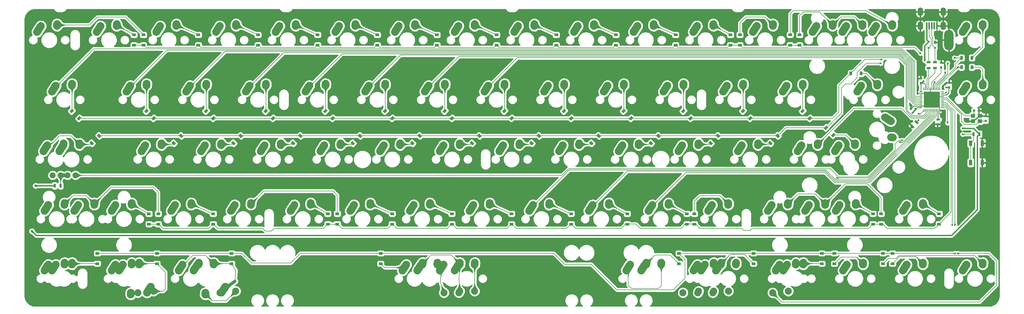
<source format=gbr>
%TF.GenerationSoftware,KiCad,Pcbnew,(5.1.10)-1*%
%TF.CreationDate,2021-07-26T00:01:35+07:00*%
%TF.ProjectId,Leopold Replacement,4c656f70-6f6c-4642-9052-65706c616365,rev?*%
%TF.SameCoordinates,Original*%
%TF.FileFunction,Copper,L2,Bot*%
%TF.FilePolarity,Positive*%
%FSLAX46Y46*%
G04 Gerber Fmt 4.6, Leading zero omitted, Abs format (unit mm)*
G04 Created by KiCad (PCBNEW (5.1.10)-1) date 2021-07-26 00:01:35*
%MOMM*%
%LPD*%
G01*
G04 APERTURE LIST*
%TA.AperFunction,ComponentPad*%
%ADD10C,2.250000*%
%TD*%
%TA.AperFunction,SMDPad,CuDef*%
%ADD11R,0.500000X2.250000*%
%TD*%
%TA.AperFunction,ComponentPad*%
%ADD12O,1.700000X2.700000*%
%TD*%
%TA.AperFunction,SMDPad,CuDef*%
%ADD13R,1.200000X0.900000*%
%TD*%
%TA.AperFunction,SMDPad,CuDef*%
%ADD14R,1.400000X1.200000*%
%TD*%
%TA.AperFunction,SMDPad,CuDef*%
%ADD15R,0.700000X1.000000*%
%TD*%
%TA.AperFunction,SMDPad,CuDef*%
%ADD16R,0.700000X0.600000*%
%TD*%
%TA.AperFunction,ComponentPad*%
%ADD17O,3.000000X6.500000*%
%TD*%
%TA.AperFunction,ComponentPad*%
%ADD18C,1.905000*%
%TD*%
%TA.AperFunction,SMDPad,CuDef*%
%ADD19R,1.100000X1.800000*%
%TD*%
%TA.AperFunction,SMDPad,CuDef*%
%ADD20C,0.100000*%
%TD*%
%TA.AperFunction,SMDPad,CuDef*%
%ADD21R,0.750000X0.800000*%
%TD*%
%TA.AperFunction,SMDPad,CuDef*%
%ADD22R,0.800000X0.750000*%
%TD*%
%TA.AperFunction,SMDPad,CuDef*%
%ADD23R,0.900000X1.200000*%
%TD*%
%TA.AperFunction,SMDPad,CuDef*%
%ADD24R,0.700000X1.300000*%
%TD*%
%TA.AperFunction,SMDPad,CuDef*%
%ADD25R,5.150000X5.150000*%
%TD*%
%TA.AperFunction,SMDPad,CuDef*%
%ADD26R,1.300000X0.700000*%
%TD*%
%TA.AperFunction,ViaPad*%
%ADD27C,0.600000*%
%TD*%
%TA.AperFunction,ViaPad*%
%ADD28C,0.800000*%
%TD*%
%TA.AperFunction,Conductor*%
%ADD29C,0.250000*%
%TD*%
%TA.AperFunction,Conductor*%
%ADD30C,0.400000*%
%TD*%
%TA.AperFunction,Conductor*%
%ADD31C,0.200000*%
%TD*%
%TA.AperFunction,Conductor*%
%ADD32C,1.000000*%
%TD*%
%TA.AperFunction,Conductor*%
%ADD33C,0.254000*%
%TD*%
%TA.AperFunction,Conductor*%
%ADD34C,0.100000*%
%TD*%
%TA.AperFunction,Conductor*%
%ADD35C,0.025400*%
%TD*%
G04 APERTURE END LIST*
D10*
%TO.P,MX95,2*%
%TO.N,Col10*%
X217214750Y-91045000D03*
%TO.P,MX95,1*%
%TO.N,Net-(D68-Pad2)*%
X222214750Y-90545000D03*
%TD*%
%TO.P,MX94,1*%
%TO.N,Col7*%
%TA.AperFunction,ComponentPad*%
G36*
G01*
X138661049Y-83302190D02*
X139869973Y-81404560D01*
G75*
G02*
X141595837Y-81021946I1054239J-671625D01*
G01*
X141595837Y-81021946D01*
G75*
G02*
X141978451Y-82747810I-671625J-1054239D01*
G01*
X140769527Y-84645440D01*
G75*
G02*
X139043663Y-85028054I-1054239J671625D01*
G01*
X139043663Y-85028054D01*
G75*
G02*
X138661049Y-83302190I671625J1054239D01*
G01*
G37*
%TD.AperFunction*%
%TO.P,MX94,2*%
%TO.N,Net-(D70-Pad2)*%
%TA.AperFunction,ComponentPad*%
G36*
G01*
X144827921Y-81959309D02*
X144867369Y-81380653D01*
G75*
G02*
X146199493Y-80218567I1247105J-85019D01*
G01*
X146199493Y-80218567D01*
G75*
G02*
X147361579Y-81550691I-85019J-1247105D01*
G01*
X147322131Y-82129347D01*
G75*
G02*
X145990007Y-83291433I-1247105J85019D01*
G01*
X145990007Y-83291433D01*
G75*
G02*
X144827921Y-81959309I85019J1247105D01*
G01*
G37*
%TD.AperFunction*%
%TD*%
%TO.P,MX92,2*%
%TO.N,Net-(D63-Pad2)*%
X64934750Y-91045000D03*
%TO.P,MX92,1*%
%TO.N,Col2*%
X69934750Y-90545000D03*
%TD*%
%TO.P,MX90,2*%
%TO.N,Col1*%
X38750000Y-91045000D03*
%TO.P,MX90,1*%
%TO.N,Net-(D60-Pad2)*%
X43750000Y-90545000D03*
%TD*%
%TO.P,MX93,1*%
%TO.N,Net-(D63-Pad2)*%
%TA.AperFunction,ComponentPad*%
G36*
G01*
X67696201Y-89787810D02*
X66487277Y-91685440D01*
G75*
G02*
X64761413Y-92068054I-1054239J671625D01*
G01*
X64761413Y-92068054D01*
G75*
G02*
X64378799Y-90342190I671625J1054239D01*
G01*
X65587723Y-88444560D01*
G75*
G02*
X67313587Y-88061946I1054239J-671625D01*
G01*
X67313587Y-88061946D01*
G75*
G02*
X67696201Y-89787810I-671625J-1054239D01*
G01*
G37*
%TD.AperFunction*%
%TO.P,MX93,2*%
%TO.N,Col2*%
%TA.AperFunction,ComponentPad*%
G36*
G01*
X61529329Y-91130691D02*
X61489881Y-91709347D01*
G75*
G02*
X60157757Y-92871433I-1247105J85019D01*
G01*
X60157757Y-92871433D01*
G75*
G02*
X58995671Y-91539309I85019J1247105D01*
G01*
X59035119Y-90960653D01*
G75*
G02*
X60367243Y-89798567I1247105J-85019D01*
G01*
X60367243Y-89798567D01*
G75*
G02*
X61529329Y-91130691I-85019J-1247105D01*
G01*
G37*
%TD.AperFunction*%
%TD*%
%TO.P,MX91,2*%
%TO.N,Col1*%
%TA.AperFunction,ComponentPad*%
G36*
G01*
X37766829Y-91130691D02*
X37727381Y-91709347D01*
G75*
G02*
X36395257Y-92871433I-1247105J85019D01*
G01*
X36395257Y-92871433D01*
G75*
G02*
X35233171Y-91539309I85019J1247105D01*
G01*
X35272619Y-90960653D01*
G75*
G02*
X36604743Y-89798567I1247105J-85019D01*
G01*
X36604743Y-89798567D01*
G75*
G02*
X37766829Y-91130691I-85019J-1247105D01*
G01*
G37*
%TD.AperFunction*%
%TO.P,MX91,1*%
%TO.N,Net-(D60-Pad2)*%
%TA.AperFunction,ComponentPad*%
G36*
G01*
X43933701Y-89787810D02*
X42724777Y-91685440D01*
G75*
G02*
X40998913Y-92068054I-1054239J671625D01*
G01*
X40998913Y-92068054D01*
G75*
G02*
X40616299Y-90342190I671625J1054239D01*
G01*
X41825223Y-88444560D01*
G75*
G02*
X43551087Y-88061946I1054239J-671625D01*
G01*
X43551087Y-88061946D01*
G75*
G02*
X43933701Y-89787810I-671625J-1054239D01*
G01*
G37*
%TD.AperFunction*%
%TD*%
D11*
%TO.P,J1,5*%
%TO.N,GND*%
X293350000Y-6000000D03*
%TO.P,J1,4*%
%TO.N,Net-(J1-Pad4)*%
X292550000Y-6000000D03*
%TO.P,J1,3*%
%TO.N,Net-(J1-Pad3)*%
X291750000Y-6000000D03*
%TO.P,J1,2*%
%TO.N,Net-(J1-Pad2)*%
X290950000Y-6000000D03*
%TO.P,J1,1*%
%TO.N,+5V*%
X290150000Y-6000000D03*
D12*
%TO.P,J1,6*%
%TO.N,GND*%
X288100000Y-6000000D03*
X295400000Y-6000000D03*
X295400000Y-1500000D03*
X288100000Y-1500000D03*
%TD*%
D13*
%TO.P,D44,2*%
%TO.N,Net-(D44-Pad2)*%
X213717367Y-65885000D03*
%TO.P,D44,1*%
%TO.N,Row3*%
X213717367Y-69185000D03*
%TD*%
%TO.P,D40,2*%
%TO.N,Net-(D40-Pad2)*%
X194707367Y-65885000D03*
%TO.P,D40,1*%
%TO.N,Row3*%
X194707367Y-69185000D03*
%TD*%
%TO.P,MX89,1*%
%TO.N,Col12*%
%TA.AperFunction,ComponentPad*%
G36*
G01*
X238463799Y-64292190D02*
X239672723Y-62394560D01*
G75*
G02*
X241398587Y-62011946I1054239J-671625D01*
G01*
X241398587Y-62011946D01*
G75*
G02*
X241781201Y-63737810I-671625J-1054239D01*
G01*
X240572277Y-65635440D01*
G75*
G02*
X238846413Y-66018054I-1054239J671625D01*
G01*
X238846413Y-66018054D01*
G75*
G02*
X238463799Y-64292190I671625J1054239D01*
G01*
G37*
%TD.AperFunction*%
%TO.P,MX89,2*%
%TO.N,Net-(D52-Pad2)*%
%TA.AperFunction,ComponentPad*%
G36*
G01*
X244630671Y-62949309D02*
X244670119Y-62370653D01*
G75*
G02*
X246002243Y-61208567I1247105J-85019D01*
G01*
X246002243Y-61208567D01*
G75*
G02*
X247164329Y-62540691I-85019J-1247105D01*
G01*
X247124881Y-63119347D01*
G75*
G02*
X245792757Y-64281433I-1247105J85019D01*
G01*
X245792757Y-64281433D01*
G75*
G02*
X244630671Y-62949309I85019J1247105D01*
G01*
G37*
%TD.AperFunction*%
%TD*%
D14*
%TO.P,Y1,4*%
%TO.N,GND*%
X307068400Y-34659200D03*
%TO.P,Y1,3*%
%TO.N,Net-(C3-Pad1)*%
X304868400Y-34659200D03*
%TO.P,Y1,2*%
%TO.N,GND*%
X304868400Y-36359200D03*
%TO.P,Y1,1*%
%TO.N,Net-(C2-Pad1)*%
X307068400Y-36359200D03*
%TD*%
%TO.P,MX51,1*%
%TO.N,Col12*%
%TA.AperFunction,ComponentPad*%
G36*
G01*
X259850299Y-45282190D02*
X261059223Y-43384560D01*
G75*
G02*
X262785087Y-43001946I1054239J-671625D01*
G01*
X262785087Y-43001946D01*
G75*
G02*
X263167701Y-44727810I-671625J-1054239D01*
G01*
X261958777Y-46625440D01*
G75*
G02*
X260232913Y-47008054I-1054239J671625D01*
G01*
X260232913Y-47008054D01*
G75*
G02*
X259850299Y-45282190I671625J1054239D01*
G01*
G37*
%TD.AperFunction*%
%TO.P,MX51,2*%
%TO.N,Net-(D51-Pad2)*%
%TA.AperFunction,ComponentPad*%
G36*
G01*
X266017171Y-43939309D02*
X266056619Y-43360653D01*
G75*
G02*
X267388743Y-42198567I1247105J-85019D01*
G01*
X267388743Y-42198567D01*
G75*
G02*
X268550829Y-43530691I-85019J-1247105D01*
G01*
X268511381Y-44109347D01*
G75*
G02*
X267179257Y-45271433I-1247105J85019D01*
G01*
X267179257Y-45271433D01*
G75*
G02*
X266017171Y-43939309I85019J1247105D01*
G01*
G37*
%TD.AperFunction*%
%TD*%
%TO.P,MX64,2*%
%TO.N,Net-(D51-Pad2)*%
%TA.AperFunction,ComponentPad*%
G36*
G01*
X278854691Y-40273171D02*
X279433347Y-40312619D01*
G75*
G02*
X280595433Y-41644743I-85019J-1247105D01*
G01*
X280595433Y-41644743D01*
G75*
G02*
X279263309Y-42806829I-1247105J85019D01*
G01*
X278684653Y-42767381D01*
G75*
G02*
X277522567Y-41435257I85019J1247105D01*
G01*
X277522567Y-41435257D01*
G75*
G02*
X278854691Y-40273171I1247105J-85019D01*
G01*
G37*
%TD.AperFunction*%
%TO.P,MX64,1*%
%TO.N,Col12*%
%TA.AperFunction,ComponentPad*%
G36*
G01*
X277511810Y-34106299D02*
X279409440Y-35315223D01*
G75*
G02*
X279792054Y-37041087I-671625J-1054239D01*
G01*
X279792054Y-37041087D01*
G75*
G02*
X278066190Y-37423701I-1054239J671625D01*
G01*
X276168560Y-36214777D01*
G75*
G02*
X275785946Y-34488913I671625J1054239D01*
G01*
X275785946Y-34488913D01*
G75*
G02*
X277511810Y-34106299I1054239J-671625D01*
G01*
G37*
%TD.AperFunction*%
%TD*%
%TO.P,MX65,1*%
%TO.N,Net-(D54-Pad2)*%
%TA.AperFunction,ComponentPad*%
G36*
G01*
X247968299Y-45282190D02*
X249177223Y-43384560D01*
G75*
G02*
X250903087Y-43001946I1054239J-671625D01*
G01*
X250903087Y-43001946D01*
G75*
G02*
X251285701Y-44727810I-671625J-1054239D01*
G01*
X250076777Y-46625440D01*
G75*
G02*
X248350913Y-47008054I-1054239J671625D01*
G01*
X248350913Y-47008054D01*
G75*
G02*
X247968299Y-45282190I671625J1054239D01*
G01*
G37*
%TD.AperFunction*%
%TO.P,MX65,2*%
%TO.N,Col13*%
%TA.AperFunction,ComponentPad*%
G36*
G01*
X254135171Y-43939309D02*
X254174619Y-43360653D01*
G75*
G02*
X255506743Y-42198567I1247105J-85019D01*
G01*
X255506743Y-42198567D01*
G75*
G02*
X256668829Y-43530691I-85019J-1247105D01*
G01*
X256629381Y-44109347D01*
G75*
G02*
X255297257Y-45271433I-1247105J85019D01*
G01*
X255297257Y-45271433D01*
G75*
G02*
X254135171Y-43939309I85019J1247105D01*
G01*
G37*
%TD.AperFunction*%
%TD*%
D15*
%TO.P,U1,1*%
%TO.N,GND*%
X292750000Y-11250000D03*
D16*
%TO.P,U1,4*%
%TO.N,+5V*%
X290750000Y-11050000D03*
%TO.P,U1,2*%
%TO.N,Net-(J1-Pad3)*%
X292750000Y-12950000D03*
%TO.P,U1,3*%
%TO.N,Net-(J1-Pad2)*%
X290750000Y-12950000D03*
%TD*%
D17*
%TO.P,J2,1*%
%TO.N,GND*%
X297210000Y-10505000D03*
%TD*%
D18*
%TO.P,D71,2*%
%TO.N,Net-(D55-Pad2)*%
X14151200Y-53605000D03*
%TO.P,D71,1*%
%TO.N,Net-(D55-Pad1)*%
X11611200Y-53605000D03*
%TD*%
%TO.P,MX87,2*%
%TO.N,Col0*%
%TA.AperFunction,ComponentPad*%
G36*
G01*
X13806871Y-43939309D02*
X13846319Y-43360653D01*
G75*
G02*
X15178443Y-42198567I1247105J-85019D01*
G01*
X15178443Y-42198567D01*
G75*
G02*
X16340529Y-43530691I-85019J-1247105D01*
G01*
X16301081Y-44109347D01*
G75*
G02*
X14968957Y-45271433I-1247105J85019D01*
G01*
X14968957Y-45271433D01*
G75*
G02*
X13806871Y-43939309I85019J1247105D01*
G01*
G37*
%TD.AperFunction*%
%TO.P,MX87,1*%
%TO.N,Net-(D3-Pad2)*%
%TA.AperFunction,ComponentPad*%
G36*
G01*
X7639999Y-45282190D02*
X8848923Y-43384560D01*
G75*
G02*
X10574787Y-43001946I1054239J-671625D01*
G01*
X10574787Y-43001946D01*
G75*
G02*
X10957401Y-44727810I-671625J-1054239D01*
G01*
X9748477Y-46625440D01*
G75*
G02*
X8022613Y-47008054I-1054239J671625D01*
G01*
X8022613Y-47008054D01*
G75*
G02*
X7639999Y-45282190I671625J1054239D01*
G01*
G37*
%TD.AperFunction*%
%TD*%
%TO.P,MX88,1*%
%TO.N,Col0*%
%TA.AperFunction,ComponentPad*%
G36*
G01*
X10343799Y-83302190D02*
X11552723Y-81404560D01*
G75*
G02*
X13278587Y-81021946I1054239J-671625D01*
G01*
X13278587Y-81021946D01*
G75*
G02*
X13661201Y-82747810I-671625J-1054239D01*
G01*
X12452277Y-84645440D01*
G75*
G02*
X10726413Y-85028054I-1054239J671625D01*
G01*
X10726413Y-85028054D01*
G75*
G02*
X10343799Y-83302190I671625J1054239D01*
G01*
G37*
%TD.AperFunction*%
%TO.P,MX88,2*%
%TO.N,Net-(D59-Pad2)*%
%TA.AperFunction,ComponentPad*%
G36*
G01*
X16510671Y-81959309D02*
X16550119Y-81380653D01*
G75*
G02*
X17882243Y-80218567I1247105J-85019D01*
G01*
X17882243Y-80218567D01*
G75*
G02*
X19044329Y-81550691I-85019J-1247105D01*
G01*
X19004881Y-82129347D01*
G75*
G02*
X17672757Y-83291433I-1247105J85019D01*
G01*
X17672757Y-83291433D01*
G75*
G02*
X16510671Y-81959309I85019J1247105D01*
G01*
G37*
%TD.AperFunction*%
%TD*%
%TO.P,MX44,2*%
%TO.N,Net-(D44-Pad2)*%
%TA.AperFunction,ComponentPad*%
G36*
G01*
X206610671Y-62949309D02*
X206650119Y-62370653D01*
G75*
G02*
X207982243Y-61208567I1247105J-85019D01*
G01*
X207982243Y-61208567D01*
G75*
G02*
X209144329Y-62540691I-85019J-1247105D01*
G01*
X209104881Y-63119347D01*
G75*
G02*
X207772757Y-64281433I-1247105J85019D01*
G01*
X207772757Y-64281433D01*
G75*
G02*
X206610671Y-62949309I85019J1247105D01*
G01*
G37*
%TD.AperFunction*%
%TO.P,MX44,1*%
%TO.N,Col10*%
%TA.AperFunction,ComponentPad*%
G36*
G01*
X200443799Y-64292190D02*
X201652723Y-62394560D01*
G75*
G02*
X203378587Y-62011946I1054239J-671625D01*
G01*
X203378587Y-62011946D01*
G75*
G02*
X203761201Y-63737810I-671625J-1054239D01*
G01*
X202552277Y-65635440D01*
G75*
G02*
X200826413Y-66018054I-1054239J671625D01*
G01*
X200826413Y-66018054D01*
G75*
G02*
X200443799Y-64292190I671625J1054239D01*
G01*
G37*
%TD.AperFunction*%
%TD*%
%TO.P,MX86,1*%
%TO.N,Net-(D70-Pad2)*%
%TA.AperFunction,ComponentPad*%
G36*
G01*
X133908549Y-83302190D02*
X135117473Y-81404560D01*
G75*
G02*
X136843337Y-81021946I1054239J-671625D01*
G01*
X136843337Y-81021946D01*
G75*
G02*
X137225951Y-82747810I-671625J-1054239D01*
G01*
X136017027Y-84645440D01*
G75*
G02*
X134291163Y-85028054I-1054239J671625D01*
G01*
X134291163Y-85028054D01*
G75*
G02*
X133908549Y-83302190I671625J1054239D01*
G01*
G37*
%TD.AperFunction*%
%TO.P,MX86,2*%
%TO.N,Col7*%
%TA.AperFunction,ComponentPad*%
G36*
G01*
X140075421Y-81959309D02*
X140114869Y-81380653D01*
G75*
G02*
X141446993Y-80218567I1247105J-85019D01*
G01*
X141446993Y-80218567D01*
G75*
G02*
X142609079Y-81550691I-85019J-1247105D01*
G01*
X142569631Y-82129347D01*
G75*
G02*
X141237507Y-83291433I-1247105J85019D01*
G01*
X141237507Y-83291433D01*
G75*
G02*
X140075421Y-81959309I85019J1247105D01*
G01*
G37*
%TD.AperFunction*%
%TD*%
D10*
%TO.P,MX85,1*%
%TO.N,Col7*%
X141322250Y-90545000D03*
%TO.P,MX85,2*%
%TO.N,Net-(D70-Pad2)*%
X136322250Y-91045000D03*
%TD*%
%TO.P,MX73,1*%
%TO.N,Net-(D70-Pad2)*%
X146074750Y-90545000D03*
%TO.P,MX73,2*%
%TO.N,Col7*%
X141074750Y-91045000D03*
%TD*%
%TO.P,MX71,1*%
%TO.N,Col10*%
X217462250Y-90545000D03*
%TO.P,MX71,2*%
%TO.N,Net-(D68-Pad2)*%
X212462250Y-91045000D03*
%TD*%
%TO.P,MX70,2*%
%TO.N,Col11*%
X241027750Y-91045000D03*
%TO.P,MX70,1*%
%TO.N,Net-(D69-Pad2)*%
X246027750Y-90545000D03*
%TD*%
%TO.P,MX69,1*%
%TO.N,Col10*%
X226967250Y-90545000D03*
%TO.P,MX69,2*%
%TO.N,Net-(D68-Pad2)*%
X221967250Y-91045000D03*
%TD*%
%TO.P,MX72,2*%
%TO.N,Net-(D68-Pad2)*%
%TA.AperFunction,ComponentPad*%
G36*
G01*
X220967921Y-81959309D02*
X221007369Y-81380653D01*
G75*
G02*
X222339493Y-80218567I1247105J-85019D01*
G01*
X222339493Y-80218567D01*
G75*
G02*
X223501579Y-81550691I-85019J-1247105D01*
G01*
X223462131Y-82129347D01*
G75*
G02*
X222130007Y-83291433I-1247105J85019D01*
G01*
X222130007Y-83291433D01*
G75*
G02*
X220967921Y-81959309I85019J1247105D01*
G01*
G37*
%TD.AperFunction*%
%TO.P,MX72,1*%
%TO.N,Col10*%
%TA.AperFunction,ComponentPad*%
G36*
G01*
X214801049Y-83302190D02*
X216009973Y-81404560D01*
G75*
G02*
X217735837Y-81021946I1054239J-671625D01*
G01*
X217735837Y-81021946D01*
G75*
G02*
X218118451Y-82747810I-671625J-1054239D01*
G01*
X216909527Y-84645440D01*
G75*
G02*
X215183663Y-85028054I-1054239J671625D01*
G01*
X215183663Y-85028054D01*
G75*
G02*
X214801049Y-83302190I671625J1054239D01*
G01*
G37*
%TD.AperFunction*%
%TD*%
%TO.P,MX68,2*%
%TO.N,Col2*%
%TA.AperFunction,ComponentPad*%
G36*
G01*
X56906871Y-81959309D02*
X56946319Y-81380653D01*
G75*
G02*
X58278443Y-80218567I1247105J-85019D01*
G01*
X58278443Y-80218567D01*
G75*
G02*
X59440529Y-81550691I-85019J-1247105D01*
G01*
X59401081Y-82129347D01*
G75*
G02*
X58068957Y-83291433I-1247105J85019D01*
G01*
X58068957Y-83291433D01*
G75*
G02*
X56906871Y-81959309I85019J1247105D01*
G01*
G37*
%TD.AperFunction*%
%TO.P,MX68,1*%
%TO.N,Net-(D63-Pad2)*%
%TA.AperFunction,ComponentPad*%
G36*
G01*
X50739999Y-83302190D02*
X51948923Y-81404560D01*
G75*
G02*
X53674787Y-81021946I1054239J-671625D01*
G01*
X53674787Y-81021946D01*
G75*
G02*
X54057401Y-82747810I-671625J-1054239D01*
G01*
X52848477Y-84645440D01*
G75*
G02*
X51122613Y-85028054I-1054239J671625D01*
G01*
X51122613Y-85028054D01*
G75*
G02*
X50739999Y-83302190I671625J1054239D01*
G01*
G37*
%TD.AperFunction*%
%TD*%
%TO.P,MX67,1*%
%TO.N,Col1*%
%TA.AperFunction,ComponentPad*%
G36*
G01*
X29353799Y-83302190D02*
X30562723Y-81404560D01*
G75*
G02*
X32288587Y-81021946I1054239J-671625D01*
G01*
X32288587Y-81021946D01*
G75*
G02*
X32671201Y-82747810I-671625J-1054239D01*
G01*
X31462277Y-84645440D01*
G75*
G02*
X29736413Y-85028054I-1054239J671625D01*
G01*
X29736413Y-85028054D01*
G75*
G02*
X29353799Y-83302190I671625J1054239D01*
G01*
G37*
%TD.AperFunction*%
%TO.P,MX67,2*%
%TO.N,Net-(D60-Pad2)*%
%TA.AperFunction,ComponentPad*%
G36*
G01*
X35520671Y-81959309D02*
X35560119Y-81380653D01*
G75*
G02*
X36892243Y-80218567I1247105J-85019D01*
G01*
X36892243Y-80218567D01*
G75*
G02*
X38054329Y-81550691I-85019J-1247105D01*
G01*
X38014881Y-82129347D01*
G75*
G02*
X36682757Y-83291433I-1247105J85019D01*
G01*
X36682757Y-83291433D01*
G75*
G02*
X35520671Y-81959309I85019J1247105D01*
G01*
G37*
%TD.AperFunction*%
%TD*%
%TO.P,MX66,1*%
%TO.N,Col2*%
%TA.AperFunction,ComponentPad*%
G36*
G01*
X55492499Y-83302190D02*
X56701423Y-81404560D01*
G75*
G02*
X58427287Y-81021946I1054239J-671625D01*
G01*
X58427287Y-81021946D01*
G75*
G02*
X58809901Y-82747810I-671625J-1054239D01*
G01*
X57600977Y-84645440D01*
G75*
G02*
X55875113Y-85028054I-1054239J671625D01*
G01*
X55875113Y-85028054D01*
G75*
G02*
X55492499Y-83302190I671625J1054239D01*
G01*
G37*
%TD.AperFunction*%
%TO.P,MX66,2*%
%TO.N,Net-(D63-Pad2)*%
%TA.AperFunction,ComponentPad*%
G36*
G01*
X61659371Y-81959309D02*
X61698819Y-81380653D01*
G75*
G02*
X63030943Y-80218567I1247105J-85019D01*
G01*
X63030943Y-80218567D01*
G75*
G02*
X64193029Y-81550691I-85019J-1247105D01*
G01*
X64153581Y-82129347D01*
G75*
G02*
X62821457Y-83291433I-1247105J85019D01*
G01*
X62821457Y-83291433D01*
G75*
G02*
X61659371Y-81959309I85019J1247105D01*
G01*
G37*
%TD.AperFunction*%
%TD*%
%TO.P,MX59,2*%
%TO.N,Net-(D60-Pad2)*%
%TA.AperFunction,ComponentPad*%
G36*
G01*
X37896921Y-81959309D02*
X37936369Y-81380653D01*
G75*
G02*
X39268493Y-80218567I1247105J-85019D01*
G01*
X39268493Y-80218567D01*
G75*
G02*
X40430579Y-81550691I-85019J-1247105D01*
G01*
X40391131Y-82129347D01*
G75*
G02*
X39059007Y-83291433I-1247105J85019D01*
G01*
X39059007Y-83291433D01*
G75*
G02*
X37896921Y-81959309I85019J1247105D01*
G01*
G37*
%TD.AperFunction*%
%TO.P,MX59,1*%
%TO.N,Col1*%
%TA.AperFunction,ComponentPad*%
G36*
G01*
X31730049Y-83302190D02*
X32938973Y-81404560D01*
G75*
G02*
X34664837Y-81021946I1054239J-671625D01*
G01*
X34664837Y-81021946D01*
G75*
G02*
X35047451Y-82747810I-671625J-1054239D01*
G01*
X33838527Y-84645440D01*
G75*
G02*
X32112663Y-85028054I-1054239J671625D01*
G01*
X32112663Y-85028054D01*
G75*
G02*
X31730049Y-83302190I671625J1054239D01*
G01*
G37*
%TD.AperFunction*%
%TD*%
%TO.P,MX55,2*%
%TO.N,Net-(D59-Pad2)*%
%TA.AperFunction,ComponentPad*%
G36*
G01*
X14134371Y-81959309D02*
X14173819Y-81380653D01*
G75*
G02*
X15505943Y-80218567I1247105J-85019D01*
G01*
X15505943Y-80218567D01*
G75*
G02*
X16668029Y-81550691I-85019J-1247105D01*
G01*
X16628581Y-82129347D01*
G75*
G02*
X15296457Y-83291433I-1247105J85019D01*
G01*
X15296457Y-83291433D01*
G75*
G02*
X14134371Y-81959309I85019J1247105D01*
G01*
G37*
%TD.AperFunction*%
%TO.P,MX55,1*%
%TO.N,Col0*%
%TA.AperFunction,ComponentPad*%
G36*
G01*
X7967499Y-83302190D02*
X9176423Y-81404560D01*
G75*
G02*
X10902287Y-81021946I1054239J-671625D01*
G01*
X10902287Y-81021946D01*
G75*
G02*
X11284901Y-82747810I-671625J-1054239D01*
G01*
X10075977Y-84645440D01*
G75*
G02*
X8350113Y-85028054I-1054239J671625D01*
G01*
X8350113Y-85028054D01*
G75*
G02*
X7967499Y-83302190I671625J1054239D01*
G01*
G37*
%TD.AperFunction*%
%TD*%
%TO.P,MX83,2*%
%TO.N,Col7*%
%TA.AperFunction,ComponentPad*%
G36*
G01*
X128194171Y-81959309D02*
X128233619Y-81380653D01*
G75*
G02*
X129565743Y-80218567I1247105J-85019D01*
G01*
X129565743Y-80218567D01*
G75*
G02*
X130727829Y-81550691I-85019J-1247105D01*
G01*
X130688381Y-82129347D01*
G75*
G02*
X129356257Y-83291433I-1247105J85019D01*
G01*
X129356257Y-83291433D01*
G75*
G02*
X128194171Y-81959309I85019J1247105D01*
G01*
G37*
%TD.AperFunction*%
%TO.P,MX83,1*%
%TO.N,Net-(D70-Pad2)*%
%TA.AperFunction,ComponentPad*%
G36*
G01*
X122027299Y-83302190D02*
X123236223Y-81404560D01*
G75*
G02*
X124962087Y-81021946I1054239J-671625D01*
G01*
X124962087Y-81021946D01*
G75*
G02*
X125344701Y-82747810I-671625J-1054239D01*
G01*
X124135777Y-84645440D01*
G75*
G02*
X122409913Y-85028054I-1054239J671625D01*
G01*
X122409913Y-85028054D01*
G75*
G02*
X122027299Y-83302190I671625J1054239D01*
G01*
G37*
%TD.AperFunction*%
%TD*%
%TO.P,MX82,2*%
%TO.N,Net-(D70-Pad2)*%
%TA.AperFunction,ComponentPad*%
G36*
G01*
X132946671Y-81959309D02*
X132986119Y-81380653D01*
G75*
G02*
X134318243Y-80218567I1247105J-85019D01*
G01*
X134318243Y-80218567D01*
G75*
G02*
X135480329Y-81550691I-85019J-1247105D01*
G01*
X135440881Y-82129347D01*
G75*
G02*
X134108757Y-83291433I-1247105J85019D01*
G01*
X134108757Y-83291433D01*
G75*
G02*
X132946671Y-81959309I85019J1247105D01*
G01*
G37*
%TD.AperFunction*%
%TO.P,MX82,1*%
%TO.N,Col7*%
%TA.AperFunction,ComponentPad*%
G36*
G01*
X126779799Y-83302190D02*
X127988723Y-81404560D01*
G75*
G02*
X129714587Y-81021946I1054239J-671625D01*
G01*
X129714587Y-81021946D01*
G75*
G02*
X130097201Y-82747810I-671625J-1054239D01*
G01*
X128888277Y-84645440D01*
G75*
G02*
X127162413Y-85028054I-1054239J671625D01*
G01*
X127162413Y-85028054D01*
G75*
G02*
X126779799Y-83302190I671625J1054239D01*
G01*
G37*
%TD.AperFunction*%
%TD*%
D13*
%TO.P,D70,2*%
%TO.N,Net-(D70-Pad2)*%
X116142000Y-81787000D03*
%TO.P,D70,1*%
%TO.N,Row4*%
X116142000Y-78487000D03*
%TD*%
%TO.P,MX77,1*%
%TO.N,Col9*%
%TA.AperFunction,ComponentPad*%
G36*
G01*
X193365299Y-83302190D02*
X194574223Y-81404560D01*
G75*
G02*
X196300087Y-81021946I1054239J-671625D01*
G01*
X196300087Y-81021946D01*
G75*
G02*
X196682701Y-82747810I-671625J-1054239D01*
G01*
X195473777Y-84645440D01*
G75*
G02*
X193747913Y-85028054I-1054239J671625D01*
G01*
X193747913Y-85028054D01*
G75*
G02*
X193365299Y-83302190I671625J1054239D01*
G01*
G37*
%TD.AperFunction*%
%TO.P,MX77,2*%
%TO.N,Net-(D67-Pad2)*%
%TA.AperFunction,ComponentPad*%
G36*
G01*
X199532171Y-81959309D02*
X199571619Y-81380653D01*
G75*
G02*
X200903743Y-80218567I1247105J-85019D01*
G01*
X200903743Y-80218567D01*
G75*
G02*
X202065829Y-81550691I-85019J-1247105D01*
G01*
X202026381Y-82129347D01*
G75*
G02*
X200694257Y-83291433I-1247105J85019D01*
G01*
X200694257Y-83291433D01*
G75*
G02*
X199532171Y-81959309I85019J1247105D01*
G01*
G37*
%TD.AperFunction*%
%TD*%
%TO.P,MX78,1*%
%TO.N,Col10*%
%TA.AperFunction,ComponentPad*%
G36*
G01*
X217177299Y-83302190D02*
X218386223Y-81404560D01*
G75*
G02*
X220112087Y-81021946I1054239J-671625D01*
G01*
X220112087Y-81021946D01*
G75*
G02*
X220494701Y-82747810I-671625J-1054239D01*
G01*
X219285777Y-84645440D01*
G75*
G02*
X217559913Y-85028054I-1054239J671625D01*
G01*
X217559913Y-85028054D01*
G75*
G02*
X217177299Y-83302190I671625J1054239D01*
G01*
G37*
%TD.AperFunction*%
%TO.P,MX78,2*%
%TO.N,Net-(D68-Pad2)*%
%TA.AperFunction,ComponentPad*%
G36*
G01*
X223344171Y-81959309D02*
X223383619Y-81380653D01*
G75*
G02*
X224715743Y-80218567I1247105J-85019D01*
G01*
X224715743Y-80218567D01*
G75*
G02*
X225877829Y-81550691I-85019J-1247105D01*
G01*
X225838381Y-82129347D01*
G75*
G02*
X224506257Y-83291433I-1247105J85019D01*
G01*
X224506257Y-83291433D01*
G75*
G02*
X223344171Y-81959309I85019J1247105D01*
G01*
G37*
%TD.AperFunction*%
%TD*%
%TO.P,MX81,1*%
%TO.N,Col11*%
%TA.AperFunction,ComponentPad*%
G36*
G01*
X243366549Y-83302190D02*
X244575473Y-81404560D01*
G75*
G02*
X246301337Y-81021946I1054239J-671625D01*
G01*
X246301337Y-81021946D01*
G75*
G02*
X246683951Y-82747810I-671625J-1054239D01*
G01*
X245475027Y-84645440D01*
G75*
G02*
X243749163Y-85028054I-1054239J671625D01*
G01*
X243749163Y-85028054D01*
G75*
G02*
X243366549Y-83302190I671625J1054239D01*
G01*
G37*
%TD.AperFunction*%
%TO.P,MX81,2*%
%TO.N,Net-(D69-Pad2)*%
%TA.AperFunction,ComponentPad*%
G36*
G01*
X249533421Y-81959309D02*
X249572869Y-81380653D01*
G75*
G02*
X250904993Y-80218567I1247105J-85019D01*
G01*
X250904993Y-80218567D01*
G75*
G02*
X252067079Y-81550691I-85019J-1247105D01*
G01*
X252027631Y-82129347D01*
G75*
G02*
X250695507Y-83291433I-1247105J85019D01*
G01*
X250695507Y-83291433D01*
G75*
G02*
X249533421Y-81959309I85019J1247105D01*
G01*
G37*
%TD.AperFunction*%
%TD*%
%TO.P,MX80,2*%
%TO.N,Col10*%
%TA.AperFunction,ComponentPad*%
G36*
G01*
X228096671Y-81959309D02*
X228136119Y-81380653D01*
G75*
G02*
X229468243Y-80218567I1247105J-85019D01*
G01*
X229468243Y-80218567D01*
G75*
G02*
X230630329Y-81550691I-85019J-1247105D01*
G01*
X230590881Y-82129347D01*
G75*
G02*
X229258757Y-83291433I-1247105J85019D01*
G01*
X229258757Y-83291433D01*
G75*
G02*
X228096671Y-81959309I85019J1247105D01*
G01*
G37*
%TD.AperFunction*%
%TO.P,MX80,1*%
%TO.N,Net-(D68-Pad2)*%
%TA.AperFunction,ComponentPad*%
G36*
G01*
X221929799Y-83302190D02*
X223138723Y-81404560D01*
G75*
G02*
X224864587Y-81021946I1054239J-671625D01*
G01*
X224864587Y-81021946D01*
G75*
G02*
X225247201Y-82747810I-671625J-1054239D01*
G01*
X224038277Y-84645440D01*
G75*
G02*
X222312413Y-85028054I-1054239J671625D01*
G01*
X222312413Y-85028054D01*
G75*
G02*
X221929799Y-83302190I671625J1054239D01*
G01*
G37*
%TD.AperFunction*%
%TD*%
%TO.P,MX79,1*%
%TO.N,Net-(D67-Pad2)*%
%TA.AperFunction,ComponentPad*%
G36*
G01*
X198117799Y-83302190D02*
X199326723Y-81404560D01*
G75*
G02*
X201052587Y-81021946I1054239J-671625D01*
G01*
X201052587Y-81021946D01*
G75*
G02*
X201435201Y-82747810I-671625J-1054239D01*
G01*
X200226277Y-84645440D01*
G75*
G02*
X198500413Y-85028054I-1054239J671625D01*
G01*
X198500413Y-85028054D01*
G75*
G02*
X198117799Y-83302190I671625J1054239D01*
G01*
G37*
%TD.AperFunction*%
%TO.P,MX79,2*%
%TO.N,Col9*%
%TA.AperFunction,ComponentPad*%
G36*
G01*
X204284671Y-81959309D02*
X204324119Y-81380653D01*
G75*
G02*
X205656243Y-80218567I1247105J-85019D01*
G01*
X205656243Y-80218567D01*
G75*
G02*
X206818329Y-81550691I-85019J-1247105D01*
G01*
X206778881Y-82129347D01*
G75*
G02*
X205446757Y-83291433I-1247105J85019D01*
G01*
X205446757Y-83291433D01*
G75*
G02*
X204284671Y-81959309I85019J1247105D01*
G01*
G37*
%TD.AperFunction*%
%TD*%
%TO.P,MX84,2*%
%TO.N,Net-(D69-Pad2)*%
%TA.AperFunction,ComponentPad*%
G36*
G01*
X247157171Y-81959309D02*
X247196619Y-81380653D01*
G75*
G02*
X248528743Y-80218567I1247105J-85019D01*
G01*
X248528743Y-80218567D01*
G75*
G02*
X249690829Y-81550691I-85019J-1247105D01*
G01*
X249651381Y-82129347D01*
G75*
G02*
X248319257Y-83291433I-1247105J85019D01*
G01*
X248319257Y-83291433D01*
G75*
G02*
X247157171Y-81959309I85019J1247105D01*
G01*
G37*
%TD.AperFunction*%
%TO.P,MX84,1*%
%TO.N,Col11*%
%TA.AperFunction,ComponentPad*%
G36*
G01*
X240990299Y-83302190D02*
X242199223Y-81404560D01*
G75*
G02*
X243925087Y-81021946I1054239J-671625D01*
G01*
X243925087Y-81021946D01*
G75*
G02*
X244307701Y-82747810I-671625J-1054239D01*
G01*
X243098777Y-84645440D01*
G75*
G02*
X241372913Y-85028054I-1054239J671625D01*
G01*
X241372913Y-85028054D01*
G75*
G02*
X240990299Y-83302190I671625J1054239D01*
G01*
G37*
%TD.AperFunction*%
%TD*%
%TO.P,D69,2*%
%TO.N,Net-(D69-Pad2)*%
X256717000Y-81787000D03*
%TO.P,D69,1*%
%TO.N,Row4*%
X256717000Y-78487000D03*
%TD*%
%TO.P,D68,2*%
%TO.N,Net-(D68-Pad2)*%
X234954500Y-81787000D03*
%TO.P,D68,1*%
%TO.N,Row4*%
X234954500Y-78487000D03*
%TD*%
%TO.P,D67,2*%
%TO.N,Net-(D67-Pad2)*%
X211192000Y-81787000D03*
%TO.P,D67,1*%
%TO.N,Row4*%
X211192000Y-78487000D03*
%TD*%
%TO.P,MX76,2*%
%TO.N,Net-(D66-Pad2)*%
%TA.AperFunction,ComponentPad*%
G36*
G01*
X306713171Y-81959309D02*
X306752619Y-81380653D01*
G75*
G02*
X308084743Y-80218567I1247105J-85019D01*
G01*
X308084743Y-80218567D01*
G75*
G02*
X309246829Y-81550691I-85019J-1247105D01*
G01*
X309207381Y-82129347D01*
G75*
G02*
X307875257Y-83291433I-1247105J85019D01*
G01*
X307875257Y-83291433D01*
G75*
G02*
X306713171Y-81959309I85019J1247105D01*
G01*
G37*
%TD.AperFunction*%
%TO.P,MX76,1*%
%TO.N,Col15*%
%TA.AperFunction,ComponentPad*%
G36*
G01*
X300546299Y-83302190D02*
X301755223Y-81404560D01*
G75*
G02*
X303481087Y-81021946I1054239J-671625D01*
G01*
X303481087Y-81021946D01*
G75*
G02*
X303863701Y-82747810I-671625J-1054239D01*
G01*
X302654777Y-84645440D01*
G75*
G02*
X300928913Y-85028054I-1054239J671625D01*
G01*
X300928913Y-85028054D01*
G75*
G02*
X300546299Y-83302190I671625J1054239D01*
G01*
G37*
%TD.AperFunction*%
%TD*%
%TO.P,MX75,2*%
%TO.N,Net-(D65-Pad2)*%
%TA.AperFunction,ComponentPad*%
G36*
G01*
X287653171Y-81959309D02*
X287692619Y-81380653D01*
G75*
G02*
X289024743Y-80218567I1247105J-85019D01*
G01*
X289024743Y-80218567D01*
G75*
G02*
X290186829Y-81550691I-85019J-1247105D01*
G01*
X290147381Y-82129347D01*
G75*
G02*
X288815257Y-83291433I-1247105J85019D01*
G01*
X288815257Y-83291433D01*
G75*
G02*
X287653171Y-81959309I85019J1247105D01*
G01*
G37*
%TD.AperFunction*%
%TO.P,MX75,1*%
%TO.N,Col14*%
%TA.AperFunction,ComponentPad*%
G36*
G01*
X281486299Y-83302190D02*
X282695223Y-81404560D01*
G75*
G02*
X284421087Y-81021946I1054239J-671625D01*
G01*
X284421087Y-81021946D01*
G75*
G02*
X284803701Y-82747810I-671625J-1054239D01*
G01*
X283594777Y-84645440D01*
G75*
G02*
X281868913Y-85028054I-1054239J671625D01*
G01*
X281868913Y-85028054D01*
G75*
G02*
X281486299Y-83302190I671625J1054239D01*
G01*
G37*
%TD.AperFunction*%
%TD*%
%TO.P,MX74,2*%
%TO.N,Net-(D64-Pad2)*%
%TA.AperFunction,ComponentPad*%
G36*
G01*
X268593170Y-81959309D02*
X268632618Y-81380653D01*
G75*
G02*
X269964742Y-80218567I1247105J-85019D01*
G01*
X269964742Y-80218567D01*
G75*
G02*
X271126828Y-81550691I-85019J-1247105D01*
G01*
X271087380Y-82129347D01*
G75*
G02*
X269755256Y-83291433I-1247105J85019D01*
G01*
X269755256Y-83291433D01*
G75*
G02*
X268593170Y-81959309I85019J1247105D01*
G01*
G37*
%TD.AperFunction*%
%TO.P,MX74,1*%
%TO.N,Col12*%
%TA.AperFunction,ComponentPad*%
G36*
G01*
X262426298Y-83302190D02*
X263635222Y-81404560D01*
G75*
G02*
X265361086Y-81021946I1054239J-671625D01*
G01*
X265361086Y-81021946D01*
G75*
G02*
X265743700Y-82747810I-671625J-1054239D01*
G01*
X264534776Y-84645440D01*
G75*
G02*
X262808912Y-85028054I-1054239J671625D01*
G01*
X262808912Y-85028054D01*
G75*
G02*
X262426298Y-83302190I671625J1054239D01*
G01*
G37*
%TD.AperFunction*%
%TD*%
%TO.P,D66,2*%
%TO.N,Net-(D66-Pad2)*%
X276227000Y-81787000D03*
%TO.P,D66,1*%
%TO.N,Row4*%
X276227000Y-78487000D03*
%TD*%
%TO.P,D65,2*%
%TO.N,Net-(D65-Pad2)*%
X279227000Y-81787000D03*
%TO.P,D65,1*%
%TO.N,Row4*%
X279227000Y-78487000D03*
%TD*%
%TO.P,D64,2*%
%TO.N,Net-(D64-Pad2)*%
X260717000Y-81787000D03*
%TO.P,D64,1*%
%TO.N,Row4*%
X260717000Y-78487000D03*
%TD*%
%TO.P,D63,2*%
%TO.N,Net-(D63-Pad2)*%
X68617000Y-81787000D03*
%TO.P,D63,1*%
%TO.N,Row4*%
X68617000Y-78487000D03*
%TD*%
%TO.P,D60,2*%
%TO.N,Net-(D60-Pad2)*%
X44854500Y-81787000D03*
%TO.P,D60,1*%
%TO.N,Row4*%
X44854500Y-78487000D03*
%TD*%
%TO.P,D59,2*%
%TO.N,Net-(D59-Pad2)*%
X25844500Y-81787000D03*
%TO.P,D59,1*%
%TO.N,Row4*%
X25844500Y-78487000D03*
%TD*%
D19*
%TO.P,SW1,1*%
%TO.N,GND*%
X307850000Y-43400000D03*
%TO.P,SW1,2*%
%TO.N,RST*%
X304150000Y-49600000D03*
X304150000Y-43400000D03*
%TO.P,SW1,1*%
%TO.N,GND*%
X307850000Y-49600000D03*
%TD*%
%TA.AperFunction,SMDPad,CuDef*%
D20*
%TO.P,D3,2*%
%TO.N,Net-(D3-Pad2)*%
G36*
X23964908Y-42612597D02*
G01*
X24813436Y-43461125D01*
X24177040Y-44097521D01*
X23328512Y-43248993D01*
X23964908Y-42612597D01*
G37*
%TD.AperFunction*%
%TA.AperFunction,SMDPad,CuDef*%
%TO.P,D3,1*%
%TO.N,Row2*%
G36*
X26298360Y-40279145D02*
G01*
X27146888Y-41127673D01*
X26510492Y-41764069D01*
X25661964Y-40915541D01*
X26298360Y-40279145D01*
G37*
%TD.AperFunction*%
%TD*%
D13*
%TO.P,D24,2*%
%TO.N,Net-(D24-Pad2)*%
X119812500Y-65885000D03*
%TO.P,D24,1*%
%TO.N,Row3*%
X119812500Y-69185000D03*
%TD*%
%TA.AperFunction,SMDPad,CuDef*%
D20*
%TO.P,D23,2*%
%TO.N,Net-(D23-Pad2)*%
G36*
X126143708Y-42612597D02*
G01*
X126992236Y-43461125D01*
X126355840Y-44097521D01*
X125507312Y-43248993D01*
X126143708Y-42612597D01*
G37*
%TD.AperFunction*%
%TA.AperFunction,SMDPad,CuDef*%
%TO.P,D23,1*%
%TO.N,Row2*%
G36*
X128477160Y-40279145D02*
G01*
X129325688Y-41127673D01*
X128689292Y-41764069D01*
X127840764Y-40915541D01*
X128477160Y-40279145D01*
G37*
%TD.AperFunction*%
%TD*%
%TA.AperFunction,SMDPad,CuDef*%
%TO.P,D35,2*%
%TO.N,Net-(D35-Pad2)*%
G36*
X183173708Y-42612597D02*
G01*
X184022236Y-43461125D01*
X183385840Y-44097521D01*
X182537312Y-43248993D01*
X183173708Y-42612597D01*
G37*
%TD.AperFunction*%
%TA.AperFunction,SMDPad,CuDef*%
%TO.P,D35,1*%
%TO.N,Row2*%
G36*
X185507160Y-40279145D02*
G01*
X186355688Y-41127673D01*
X185719292Y-41764069D01*
X184870764Y-40915541D01*
X185507160Y-40279145D01*
G37*
%TD.AperFunction*%
%TD*%
%TA.AperFunction,SMDPad,CuDef*%
%TO.P,D27,2*%
%TO.N,Net-(D27-Pad2)*%
G36*
X145153708Y-42612597D02*
G01*
X146002236Y-43461125D01*
X145365840Y-44097521D01*
X144517312Y-43248993D01*
X145153708Y-42612597D01*
G37*
%TD.AperFunction*%
%TA.AperFunction,SMDPad,CuDef*%
%TO.P,D27,1*%
%TO.N,Row2*%
G36*
X147487160Y-40279145D02*
G01*
X148335688Y-41127673D01*
X147699292Y-41764069D01*
X146850764Y-40915541D01*
X147487160Y-40279145D01*
G37*
%TD.AperFunction*%
%TD*%
D13*
%TO.P,D20,2*%
%TO.N,Net-(D20-Pad2)*%
X99302500Y-65885000D03*
%TO.P,D20,1*%
%TO.N,Row3*%
X99302500Y-69185000D03*
%TD*%
%TO.P,D28,2*%
%TO.N,Net-(D28-Pad2)*%
X138822500Y-65885000D03*
%TO.P,D28,1*%
%TO.N,Row3*%
X138822500Y-69185000D03*
%TD*%
%TO.P,D12,2*%
%TO.N,Net-(D12-Pad2)*%
X62782500Y-65885000D03*
%TO.P,D12,1*%
%TO.N,Row3*%
X62782500Y-69185000D03*
%TD*%
%TA.AperFunction,SMDPad,CuDef*%
D20*
%TO.P,D11,2*%
%TO.N,Net-(D11-Pad2)*%
G36*
X69113708Y-42612597D02*
G01*
X69962236Y-43461125D01*
X69325840Y-44097521D01*
X68477312Y-43248993D01*
X69113708Y-42612597D01*
G37*
%TD.AperFunction*%
%TA.AperFunction,SMDPad,CuDef*%
%TO.P,D11,1*%
%TO.N,Row2*%
G36*
X71447160Y-40279145D02*
G01*
X72295688Y-41127673D01*
X71659292Y-41764069D01*
X70810764Y-40915541D01*
X71447160Y-40279145D01*
G37*
%TD.AperFunction*%
%TD*%
D13*
%TO.P,D16,2*%
%TO.N,Net-(D16-Pad2)*%
X102302500Y-65885000D03*
%TO.P,D16,1*%
%TO.N,Row3*%
X102302500Y-69185000D03*
%TD*%
%TO.P,D4,2*%
%TO.N,Net-(D4-Pad2)*%
X45272500Y-65885000D03*
%TO.P,D4,1*%
%TO.N,Row3*%
X45272500Y-69185000D03*
%TD*%
%TO.P,D8,2*%
%TO.N,Net-(D8-Pad2)*%
X42272500Y-65885000D03*
%TO.P,D8,1*%
%TO.N,Row3*%
X42272500Y-69185000D03*
%TD*%
%TA.AperFunction,SMDPad,CuDef*%
D20*
%TO.P,D7,2*%
%TO.N,Net-(D7-Pad2)*%
G36*
X50103708Y-42612597D02*
G01*
X50952236Y-43461125D01*
X50315840Y-44097521D01*
X49467312Y-43248993D01*
X50103708Y-42612597D01*
G37*
%TD.AperFunction*%
%TA.AperFunction,SMDPad,CuDef*%
%TO.P,D7,1*%
%TO.N,Row2*%
G36*
X52437160Y-40279145D02*
G01*
X53285688Y-41127673D01*
X52649292Y-41764069D01*
X51800764Y-40915541D01*
X52437160Y-40279145D01*
G37*
%TD.AperFunction*%
%TD*%
%TA.AperFunction,SMDPad,CuDef*%
%TO.P,D15,1*%
%TO.N,Row2*%
G36*
X90457160Y-40279145D02*
G01*
X91305688Y-41127673D01*
X90669292Y-41764069D01*
X89820764Y-40915541D01*
X90457160Y-40279145D01*
G37*
%TD.AperFunction*%
%TA.AperFunction,SMDPad,CuDef*%
%TO.P,D15,2*%
%TO.N,Net-(D15-Pad2)*%
G36*
X88123708Y-42612597D02*
G01*
X88972236Y-43461125D01*
X88335840Y-44097521D01*
X87487312Y-43248993D01*
X88123708Y-42612597D01*
G37*
%TD.AperFunction*%
%TD*%
%TA.AperFunction,SMDPad,CuDef*%
%TO.P,D19,2*%
%TO.N,Net-(D19-Pad2)*%
G36*
X107133708Y-42612597D02*
G01*
X107982236Y-43461125D01*
X107345840Y-44097521D01*
X106497312Y-43248993D01*
X107133708Y-42612597D01*
G37*
%TD.AperFunction*%
%TA.AperFunction,SMDPad,CuDef*%
%TO.P,D19,1*%
%TO.N,Row2*%
G36*
X109467160Y-40279145D02*
G01*
X110315688Y-41127673D01*
X109679292Y-41764069D01*
X108830764Y-40915541D01*
X109467160Y-40279145D01*
G37*
%TD.AperFunction*%
%TD*%
%TA.AperFunction,SMDPad,CuDef*%
%TO.P,D31,2*%
%TO.N,Net-(D31-Pad2)*%
G36*
X164163708Y-42612597D02*
G01*
X165012236Y-43461125D01*
X164375840Y-44097521D01*
X163527312Y-43248993D01*
X164163708Y-42612597D01*
G37*
%TD.AperFunction*%
%TA.AperFunction,SMDPad,CuDef*%
%TO.P,D31,1*%
%TO.N,Row2*%
G36*
X166497160Y-40279145D02*
G01*
X167345688Y-41127673D01*
X166709292Y-41764069D01*
X165860764Y-40915541D01*
X166497160Y-40279145D01*
G37*
%TD.AperFunction*%
%TD*%
D13*
%TO.P,D36,2*%
%TO.N,Net-(D36-Pad2)*%
X176842500Y-65885000D03*
%TO.P,D36,1*%
%TO.N,Row3*%
X176842500Y-69185000D03*
%TD*%
%TA.AperFunction,SMDPad,CuDef*%
D20*
%TO.P,D39,2*%
%TO.N,Net-(D39-Pad2)*%
G36*
X202183708Y-42612597D02*
G01*
X203032236Y-43461125D01*
X202395840Y-44097521D01*
X201547312Y-43248993D01*
X202183708Y-42612597D01*
G37*
%TD.AperFunction*%
%TA.AperFunction,SMDPad,CuDef*%
%TO.P,D39,1*%
%TO.N,Row2*%
G36*
X204517160Y-40279145D02*
G01*
X205365688Y-41127673D01*
X204729292Y-41764069D01*
X203880764Y-40915541D01*
X204517160Y-40279145D01*
G37*
%TD.AperFunction*%
%TD*%
D13*
%TO.P,D32,2*%
%TO.N,Net-(D32-Pad2)*%
X157832500Y-65885000D03*
%TO.P,D32,1*%
%TO.N,Row3*%
X157832500Y-69185000D03*
%TD*%
%TO.P,D58,1*%
%TO.N,Row3*%
X273018750Y-69185000D03*
%TO.P,D58,2*%
%TO.N,Net-(D58-Pad2)*%
X273018750Y-65885000D03*
%TD*%
%TO.P,D52,2*%
%TO.N,Net-(D52-Pad2)*%
X275629919Y-65885000D03*
%TO.P,D52,1*%
%TO.N,Row3*%
X275629919Y-69185000D03*
%TD*%
%TA.AperFunction,SMDPad,CuDef*%
D20*
%TO.P,D43,2*%
%TO.N,Net-(D43-Pad2)*%
G36*
X221193708Y-42612597D02*
G01*
X222042236Y-43461125D01*
X221405840Y-44097521D01*
X220557312Y-43248993D01*
X221193708Y-42612597D01*
G37*
%TD.AperFunction*%
%TA.AperFunction,SMDPad,CuDef*%
%TO.P,D43,1*%
%TO.N,Row2*%
G36*
X223527160Y-40279145D02*
G01*
X224375688Y-41127673D01*
X223739292Y-41764069D01*
X222890764Y-40915541D01*
X223527160Y-40279145D01*
G37*
%TD.AperFunction*%
%TD*%
%TA.AperFunction,SMDPad,CuDef*%
%TO.P,D47,2*%
%TO.N,Net-(D47-Pad2)*%
G36*
X240203708Y-42612597D02*
G01*
X241052236Y-43461125D01*
X240415840Y-44097521D01*
X239567312Y-43248993D01*
X240203708Y-42612597D01*
G37*
%TD.AperFunction*%
%TA.AperFunction,SMDPad,CuDef*%
%TO.P,D47,1*%
%TO.N,Row2*%
G36*
X242537160Y-40279145D02*
G01*
X243385688Y-41127673D01*
X242749292Y-41764069D01*
X241900764Y-40915541D01*
X242537160Y-40279145D01*
G37*
%TD.AperFunction*%
%TD*%
D13*
%TO.P,D48,2*%
%TO.N,Net-(D48-Pad2)*%
X216098619Y-65885000D03*
%TO.P,D48,1*%
%TO.N,Row3*%
X216098619Y-69185000D03*
%TD*%
%TA.AperFunction,SMDPad,CuDef*%
D20*
%TO.P,D51,2*%
%TO.N,Net-(D51-Pad2)*%
G36*
X259605864Y-40896792D02*
G01*
X260454392Y-40048264D01*
X261090788Y-40684660D01*
X260242260Y-41533188D01*
X259605864Y-40896792D01*
G37*
%TD.AperFunction*%
%TA.AperFunction,SMDPad,CuDef*%
%TO.P,D51,1*%
%TO.N,Row2*%
G36*
X257272412Y-38563340D02*
G01*
X258120940Y-37714812D01*
X258757336Y-38351208D01*
X257908808Y-39199736D01*
X257272412Y-38563340D01*
G37*
%TD.AperFunction*%
%TD*%
D13*
%TO.P,D56,1*%
%TO.N,Row3*%
X294084622Y-69185000D03*
%TO.P,D56,2*%
%TO.N,Net-(D56-Pad2)*%
X294084622Y-65885000D03*
%TD*%
D21*
%TO.P,C2,2*%
%TO.N,GND*%
X308968400Y-34759200D03*
%TO.P,C2,1*%
%TO.N,Net-(C2-Pad1)*%
X308968400Y-36259200D03*
%TD*%
D22*
%TO.P,C3,2*%
%TO.N,GND*%
X306718400Y-33009200D03*
%TO.P,C3,1*%
%TO.N,Net-(C3-Pad1)*%
X305218400Y-33009200D03*
%TD*%
%TA.AperFunction,SMDPad,CuDef*%
D20*
%TO.P,D42,2*%
%TO.N,Net-(D42-Pad2)*%
G36*
X213306688Y-32994708D02*
G01*
X212458160Y-33843236D01*
X211821764Y-33206840D01*
X212670292Y-32358312D01*
X213306688Y-32994708D01*
G37*
%TD.AperFunction*%
%TA.AperFunction,SMDPad,CuDef*%
%TO.P,D42,1*%
%TO.N,Row1*%
G36*
X215640140Y-35328160D02*
G01*
X214791612Y-36176688D01*
X214155216Y-35540292D01*
X215003744Y-34691764D01*
X215640140Y-35328160D01*
G37*
%TD.AperFunction*%
%TD*%
%TA.AperFunction,SMDPad,CuDef*%
%TO.P,D14,2*%
%TO.N,Net-(D14-Pad2)*%
G36*
X80236688Y-32994708D02*
G01*
X79388160Y-33843236D01*
X78751764Y-33206840D01*
X79600292Y-32358312D01*
X80236688Y-32994708D01*
G37*
%TD.AperFunction*%
%TA.AperFunction,SMDPad,CuDef*%
%TO.P,D14,1*%
%TO.N,Row1*%
G36*
X82570140Y-35328160D02*
G01*
X81721612Y-36176688D01*
X81085216Y-35540292D01*
X81933744Y-34691764D01*
X82570140Y-35328160D01*
G37*
%TD.AperFunction*%
%TD*%
%TA.AperFunction,SMDPad,CuDef*%
%TO.P,D26,2*%
%TO.N,Net-(D26-Pad2)*%
G36*
X137266688Y-32994708D02*
G01*
X136418160Y-33843236D01*
X135781764Y-33206840D01*
X136630292Y-32358312D01*
X137266688Y-32994708D01*
G37*
%TD.AperFunction*%
%TA.AperFunction,SMDPad,CuDef*%
%TO.P,D26,1*%
%TO.N,Row1*%
G36*
X139600140Y-35328160D02*
G01*
X138751612Y-36176688D01*
X138115216Y-35540292D01*
X138963744Y-34691764D01*
X139600140Y-35328160D01*
G37*
%TD.AperFunction*%
%TD*%
%TA.AperFunction,SMDPad,CuDef*%
%TO.P,D22,2*%
%TO.N,Net-(D22-Pad2)*%
G36*
X118256688Y-32994708D02*
G01*
X117408160Y-33843236D01*
X116771764Y-33206840D01*
X117620292Y-32358312D01*
X118256688Y-32994708D01*
G37*
%TD.AperFunction*%
%TA.AperFunction,SMDPad,CuDef*%
%TO.P,D22,1*%
%TO.N,Row1*%
G36*
X120590140Y-35328160D02*
G01*
X119741612Y-36176688D01*
X119105216Y-35540292D01*
X119953744Y-34691764D01*
X120590140Y-35328160D01*
G37*
%TD.AperFunction*%
%TD*%
%TA.AperFunction,SMDPad,CuDef*%
%TO.P,D10,2*%
%TO.N,Net-(D10-Pad2)*%
G36*
X61226688Y-32994708D02*
G01*
X60378160Y-33843236D01*
X59741764Y-33206840D01*
X60590292Y-32358312D01*
X61226688Y-32994708D01*
G37*
%TD.AperFunction*%
%TA.AperFunction,SMDPad,CuDef*%
%TO.P,D10,1*%
%TO.N,Row1*%
G36*
X63560140Y-35328160D02*
G01*
X62711612Y-36176688D01*
X62075216Y-35540292D01*
X62923744Y-34691764D01*
X63560140Y-35328160D01*
G37*
%TD.AperFunction*%
%TD*%
%TA.AperFunction,SMDPad,CuDef*%
%TO.P,D6,2*%
%TO.N,Net-(D6-Pad2)*%
G36*
X42216688Y-32994708D02*
G01*
X41368160Y-33843236D01*
X40731764Y-33206840D01*
X41580292Y-32358312D01*
X42216688Y-32994708D01*
G37*
%TD.AperFunction*%
%TA.AperFunction,SMDPad,CuDef*%
%TO.P,D6,1*%
%TO.N,Row1*%
G36*
X44550140Y-35328160D02*
G01*
X43701612Y-36176688D01*
X43065216Y-35540292D01*
X43913744Y-34691764D01*
X44550140Y-35328160D01*
G37*
%TD.AperFunction*%
%TD*%
%TA.AperFunction,SMDPad,CuDef*%
%TO.P,D18,2*%
%TO.N,Net-(D18-Pad2)*%
G36*
X99246688Y-32994708D02*
G01*
X98398160Y-33843236D01*
X97761764Y-33206840D01*
X98610292Y-32358312D01*
X99246688Y-32994708D01*
G37*
%TD.AperFunction*%
%TA.AperFunction,SMDPad,CuDef*%
%TO.P,D18,1*%
%TO.N,Row1*%
G36*
X101580140Y-35328160D02*
G01*
X100731612Y-36176688D01*
X100095216Y-35540292D01*
X100943744Y-34691764D01*
X101580140Y-35328160D01*
G37*
%TD.AperFunction*%
%TD*%
%TA.AperFunction,SMDPad,CuDef*%
%TO.P,D2,2*%
%TO.N,Net-(D2-Pad2)*%
G36*
X18454188Y-32994708D02*
G01*
X17605660Y-33843236D01*
X16969264Y-33206840D01*
X17817792Y-32358312D01*
X18454188Y-32994708D01*
G37*
%TD.AperFunction*%
%TA.AperFunction,SMDPad,CuDef*%
%TO.P,D2,1*%
%TO.N,Row1*%
G36*
X20787640Y-35328160D02*
G01*
X19939112Y-36176688D01*
X19302716Y-35540292D01*
X20151244Y-34691764D01*
X20787640Y-35328160D01*
G37*
%TD.AperFunction*%
%TD*%
%TA.AperFunction,SMDPad,CuDef*%
%TO.P,D34,2*%
%TO.N,Net-(D34-Pad2)*%
G36*
X175286688Y-32994708D02*
G01*
X174438160Y-33843236D01*
X173801764Y-33206840D01*
X174650292Y-32358312D01*
X175286688Y-32994708D01*
G37*
%TD.AperFunction*%
%TA.AperFunction,SMDPad,CuDef*%
%TO.P,D34,1*%
%TO.N,Row1*%
G36*
X177620140Y-35328160D02*
G01*
X176771612Y-36176688D01*
X176135216Y-35540292D01*
X176983744Y-34691764D01*
X177620140Y-35328160D01*
G37*
%TD.AperFunction*%
%TD*%
%TA.AperFunction,SMDPad,CuDef*%
%TO.P,D30,2*%
%TO.N,Net-(D30-Pad2)*%
G36*
X156276688Y-32994708D02*
G01*
X155428160Y-33843236D01*
X154791764Y-33206840D01*
X155640292Y-32358312D01*
X156276688Y-32994708D01*
G37*
%TD.AperFunction*%
%TA.AperFunction,SMDPad,CuDef*%
%TO.P,D30,1*%
%TO.N,Row1*%
G36*
X158610140Y-35328160D02*
G01*
X157761612Y-36176688D01*
X157125216Y-35540292D01*
X157973744Y-34691764D01*
X158610140Y-35328160D01*
G37*
%TD.AperFunction*%
%TD*%
%TA.AperFunction,SMDPad,CuDef*%
%TO.P,D38,2*%
%TO.N,Net-(D38-Pad2)*%
G36*
X194296688Y-32994708D02*
G01*
X193448160Y-33843236D01*
X192811764Y-33206840D01*
X193660292Y-32358312D01*
X194296688Y-32994708D01*
G37*
%TD.AperFunction*%
%TA.AperFunction,SMDPad,CuDef*%
%TO.P,D38,1*%
%TO.N,Row1*%
G36*
X196630140Y-35328160D02*
G01*
X195781612Y-36176688D01*
X195145216Y-35540292D01*
X195993744Y-34691764D01*
X196630140Y-35328160D01*
G37*
%TD.AperFunction*%
%TD*%
%TA.AperFunction,SMDPad,CuDef*%
%TO.P,D50,2*%
%TO.N,Net-(D50-Pad2)*%
G36*
X251326688Y-32994708D02*
G01*
X250478160Y-33843236D01*
X249841764Y-33206840D01*
X250690292Y-32358312D01*
X251326688Y-32994708D01*
G37*
%TD.AperFunction*%
%TA.AperFunction,SMDPad,CuDef*%
%TO.P,D50,1*%
%TO.N,Row1*%
G36*
X253660140Y-35328160D02*
G01*
X252811612Y-36176688D01*
X252175216Y-35540292D01*
X253023744Y-34691764D01*
X253660140Y-35328160D01*
G37*
%TD.AperFunction*%
%TD*%
D23*
%TO.P,D62,2*%
%TO.N,Net-(D62-Pad2)*%
X304545000Y-19177000D03*
%TO.P,D62,1*%
%TO.N,Row1*%
X301245000Y-19177000D03*
%TD*%
%TO.P,D54,2*%
%TO.N,Net-(D54-Pad2)*%
X269264400Y-21132800D03*
%TO.P,D54,1*%
%TO.N,Row1*%
X265964400Y-21132800D03*
%TD*%
%TA.AperFunction,SMDPad,CuDef*%
D20*
%TO.P,D46,2*%
%TO.N,Net-(D46-Pad2)*%
G36*
X232316688Y-32994708D02*
G01*
X231468160Y-33843236D01*
X230831764Y-33206840D01*
X231680292Y-32358312D01*
X232316688Y-32994708D01*
G37*
%TD.AperFunction*%
%TA.AperFunction,SMDPad,CuDef*%
%TO.P,D46,1*%
%TO.N,Row1*%
G36*
X234650140Y-35328160D02*
G01*
X233801612Y-36176688D01*
X233165216Y-35540292D01*
X234013744Y-34691764D01*
X234650140Y-35328160D01*
G37*
%TD.AperFunction*%
%TD*%
%TO.P,MX49,1*%
%TO.N,Col12*%
%TA.AperFunction,ComponentPad*%
G36*
G01*
X233711299Y-7262190D02*
X234920223Y-5364560D01*
G75*
G02*
X236646087Y-4981946I1054239J-671625D01*
G01*
X236646087Y-4981946D01*
G75*
G02*
X237028701Y-6707810I-671625J-1054239D01*
G01*
X235819777Y-8605440D01*
G75*
G02*
X234093913Y-8988054I-1054239J671625D01*
G01*
X234093913Y-8988054D01*
G75*
G02*
X233711299Y-7262190I671625J1054239D01*
G01*
G37*
%TD.AperFunction*%
%TO.P,MX49,2*%
%TO.N,Net-(D49-Pad2)*%
%TA.AperFunction,ComponentPad*%
G36*
G01*
X239878171Y-5919309D02*
X239917619Y-5340653D01*
G75*
G02*
X241249743Y-4178567I1247105J-85019D01*
G01*
X241249743Y-4178567D01*
G75*
G02*
X242411829Y-5510691I-85019J-1247105D01*
G01*
X242372381Y-6089347D01*
G75*
G02*
X241040257Y-7251433I-1247105J85019D01*
G01*
X241040257Y-7251433D01*
G75*
G02*
X239878171Y-5919309I85019J1247105D01*
G01*
G37*
%TD.AperFunction*%
%TD*%
%TO.P,MX50,2*%
%TO.N,Net-(D50-Pad2)*%
%TA.AperFunction,ComponentPad*%
G36*
G01*
X249383171Y-24929309D02*
X249422619Y-24350653D01*
G75*
G02*
X250754743Y-23188567I1247105J-85019D01*
G01*
X250754743Y-23188567D01*
G75*
G02*
X251916829Y-24520691I-85019J-1247105D01*
G01*
X251877381Y-25099347D01*
G75*
G02*
X250545257Y-26261433I-1247105J85019D01*
G01*
X250545257Y-26261433D01*
G75*
G02*
X249383171Y-24929309I85019J1247105D01*
G01*
G37*
%TD.AperFunction*%
%TO.P,MX50,1*%
%TO.N,Col12*%
%TA.AperFunction,ComponentPad*%
G36*
G01*
X243216299Y-26272190D02*
X244425223Y-24374560D01*
G75*
G02*
X246151087Y-23991946I1054239J-671625D01*
G01*
X246151087Y-23991946D01*
G75*
G02*
X246533701Y-25717810I-671625J-1054239D01*
G01*
X245324777Y-27615440D01*
G75*
G02*
X243598913Y-27998054I-1054239J671625D01*
G01*
X243598913Y-27998054D01*
G75*
G02*
X243216299Y-26272190I671625J1054239D01*
G01*
G37*
%TD.AperFunction*%
%TD*%
%TO.P,MX62,2*%
%TO.N,Net-(D62-Pad2)*%
%TA.AperFunction,ComponentPad*%
G36*
G01*
X306713171Y-24929309D02*
X306752619Y-24350653D01*
G75*
G02*
X308084743Y-23188567I1247105J-85019D01*
G01*
X308084743Y-23188567D01*
G75*
G02*
X309246829Y-24520691I-85019J-1247105D01*
G01*
X309207381Y-25099347D01*
G75*
G02*
X307875257Y-26261433I-1247105J85019D01*
G01*
X307875257Y-26261433D01*
G75*
G02*
X306713171Y-24929309I85019J1247105D01*
G01*
G37*
%TD.AperFunction*%
%TO.P,MX62,1*%
%TO.N,Col15*%
%TA.AperFunction,ComponentPad*%
G36*
G01*
X300546299Y-26272190D02*
X301755223Y-24374560D01*
G75*
G02*
X303481087Y-23991946I1054239J-671625D01*
G01*
X303481087Y-23991946D01*
G75*
G02*
X303863701Y-25717810I-671625J-1054239D01*
G01*
X302654777Y-27615440D01*
G75*
G02*
X300928913Y-27998054I-1054239J671625D01*
G01*
X300928913Y-27998054D01*
G75*
G02*
X300546299Y-26272190I671625J1054239D01*
G01*
G37*
%TD.AperFunction*%
%TD*%
D18*
%TO.P,D55,1*%
%TO.N,Net-(D55-Pad1)*%
X18903700Y-53605000D03*
%TO.P,D55,2*%
%TO.N,Net-(D55-Pad2)*%
X16363700Y-53605000D03*
%TD*%
D24*
%TO.P,R8,1*%
%TO.N,+5V*%
X12258000Y-56959500D03*
%TO.P,R8,2*%
%TO.N,Net-(D55-Pad2)*%
X14158000Y-56959500D03*
%TD*%
%TO.P,MX54,2*%
%TO.N,Net-(D54-Pad2)*%
%TA.AperFunction,ComponentPad*%
G36*
G01*
X273145171Y-24929309D02*
X273184619Y-24350653D01*
G75*
G02*
X274516743Y-23188567I1247105J-85019D01*
G01*
X274516743Y-23188567D01*
G75*
G02*
X275678829Y-24520691I-85019J-1247105D01*
G01*
X275639381Y-25099347D01*
G75*
G02*
X274307257Y-26261433I-1247105J85019D01*
G01*
X274307257Y-26261433D01*
G75*
G02*
X273145171Y-24929309I85019J1247105D01*
G01*
G37*
%TD.AperFunction*%
%TO.P,MX54,1*%
%TO.N,Col13*%
%TA.AperFunction,ComponentPad*%
G36*
G01*
X266978299Y-26272190D02*
X268187223Y-24374560D01*
G75*
G02*
X269913087Y-23991946I1054239J-671625D01*
G01*
X269913087Y-23991946D01*
G75*
G02*
X270295701Y-25717810I-671625J-1054239D01*
G01*
X269086777Y-27615440D01*
G75*
G02*
X267360913Y-27998054I-1054239J671625D01*
G01*
X267360913Y-27998054D01*
G75*
G02*
X266978299Y-26272190I671625J1054239D01*
G01*
G37*
%TD.AperFunction*%
%TD*%
%TO.P,MX63,1*%
%TO.N,Col13*%
%TA.AperFunction,ComponentPad*%
G36*
G01*
X262226299Y-7262190D02*
X263435223Y-5364560D01*
G75*
G02*
X265161087Y-4981946I1054239J-671625D01*
G01*
X265161087Y-4981946D01*
G75*
G02*
X265543701Y-6707810I-671625J-1054239D01*
G01*
X264334777Y-8605440D01*
G75*
G02*
X262608913Y-8988054I-1054239J671625D01*
G01*
X262608913Y-8988054D01*
G75*
G02*
X262226299Y-7262190I671625J1054239D01*
G01*
G37*
%TD.AperFunction*%
%TO.P,MX63,2*%
%TO.N,Net-(D53-Pad2)*%
%TA.AperFunction,ComponentPad*%
G36*
G01*
X268393171Y-5919309D02*
X268432619Y-5340653D01*
G75*
G02*
X269764743Y-4178567I1247105J-85019D01*
G01*
X269764743Y-4178567D01*
G75*
G02*
X270926829Y-5510691I-85019J-1247105D01*
G01*
X270887381Y-6089347D01*
G75*
G02*
X269555257Y-7251433I-1247105J85019D01*
G01*
X269555257Y-7251433D01*
G75*
G02*
X268393171Y-5919309I85019J1247105D01*
G01*
G37*
%TD.AperFunction*%
%TD*%
D25*
%TO.P,U2,45*%
%TO.N,GND*%
X291750000Y-29500000D03*
%TO.P,U2,44*%
%TO.N,+5V*%
%TA.AperFunction,SMDPad,CuDef*%
G36*
G01*
X287937500Y-26875000D02*
X288687500Y-26875000D01*
G75*
G02*
X288750000Y-26937500I0J-62500D01*
G01*
X288750000Y-27062500D01*
G75*
G02*
X288687500Y-27125000I-62500J0D01*
G01*
X287937500Y-27125000D01*
G75*
G02*
X287875000Y-27062500I0J62500D01*
G01*
X287875000Y-26937500D01*
G75*
G02*
X287937500Y-26875000I62500J0D01*
G01*
G37*
%TD.AperFunction*%
%TO.P,U2,43*%
%TO.N,GND*%
%TA.AperFunction,SMDPad,CuDef*%
G36*
G01*
X287937500Y-27375000D02*
X288687500Y-27375000D01*
G75*
G02*
X288750000Y-27437500I0J-62500D01*
G01*
X288750000Y-27562500D01*
G75*
G02*
X288687500Y-27625000I-62500J0D01*
G01*
X287937500Y-27625000D01*
G75*
G02*
X287875000Y-27562500I0J62500D01*
G01*
X287875000Y-27437500D01*
G75*
G02*
X287937500Y-27375000I62500J0D01*
G01*
G37*
%TD.AperFunction*%
%TO.P,U2,42*%
%TO.N,Net-(U2-Pad42)*%
%TA.AperFunction,SMDPad,CuDef*%
G36*
G01*
X287937500Y-27875000D02*
X288687500Y-27875000D01*
G75*
G02*
X288750000Y-27937500I0J-62500D01*
G01*
X288750000Y-28062500D01*
G75*
G02*
X288687500Y-28125000I-62500J0D01*
G01*
X287937500Y-28125000D01*
G75*
G02*
X287875000Y-28062500I0J62500D01*
G01*
X287875000Y-27937500D01*
G75*
G02*
X287937500Y-27875000I62500J0D01*
G01*
G37*
%TD.AperFunction*%
%TO.P,U2,41*%
%TO.N,Col0*%
%TA.AperFunction,SMDPad,CuDef*%
G36*
G01*
X287937500Y-28375000D02*
X288687500Y-28375000D01*
G75*
G02*
X288750000Y-28437500I0J-62500D01*
G01*
X288750000Y-28562500D01*
G75*
G02*
X288687500Y-28625000I-62500J0D01*
G01*
X287937500Y-28625000D01*
G75*
G02*
X287875000Y-28562500I0J62500D01*
G01*
X287875000Y-28437500D01*
G75*
G02*
X287937500Y-28375000I62500J0D01*
G01*
G37*
%TD.AperFunction*%
%TO.P,U2,40*%
%TO.N,Col1*%
%TA.AperFunction,SMDPad,CuDef*%
G36*
G01*
X287937500Y-28875000D02*
X288687500Y-28875000D01*
G75*
G02*
X288750000Y-28937500I0J-62500D01*
G01*
X288750000Y-29062500D01*
G75*
G02*
X288687500Y-29125000I-62500J0D01*
G01*
X287937500Y-29125000D01*
G75*
G02*
X287875000Y-29062500I0J62500D01*
G01*
X287875000Y-28937500D01*
G75*
G02*
X287937500Y-28875000I62500J0D01*
G01*
G37*
%TD.AperFunction*%
%TO.P,U2,39*%
%TO.N,Col2*%
%TA.AperFunction,SMDPad,CuDef*%
G36*
G01*
X287937500Y-29375000D02*
X288687500Y-29375000D01*
G75*
G02*
X288750000Y-29437500I0J-62500D01*
G01*
X288750000Y-29562500D01*
G75*
G02*
X288687500Y-29625000I-62500J0D01*
G01*
X287937500Y-29625000D01*
G75*
G02*
X287875000Y-29562500I0J62500D01*
G01*
X287875000Y-29437500D01*
G75*
G02*
X287937500Y-29375000I62500J0D01*
G01*
G37*
%TD.AperFunction*%
%TO.P,U2,38*%
%TO.N,Col3*%
%TA.AperFunction,SMDPad,CuDef*%
G36*
G01*
X287937500Y-29875000D02*
X288687500Y-29875000D01*
G75*
G02*
X288750000Y-29937500I0J-62500D01*
G01*
X288750000Y-30062500D01*
G75*
G02*
X288687500Y-30125000I-62500J0D01*
G01*
X287937500Y-30125000D01*
G75*
G02*
X287875000Y-30062500I0J62500D01*
G01*
X287875000Y-29937500D01*
G75*
G02*
X287937500Y-29875000I62500J0D01*
G01*
G37*
%TD.AperFunction*%
%TO.P,U2,37*%
%TO.N,Col4*%
%TA.AperFunction,SMDPad,CuDef*%
G36*
G01*
X287937500Y-30375000D02*
X288687500Y-30375000D01*
G75*
G02*
X288750000Y-30437500I0J-62500D01*
G01*
X288750000Y-30562500D01*
G75*
G02*
X288687500Y-30625000I-62500J0D01*
G01*
X287937500Y-30625000D01*
G75*
G02*
X287875000Y-30562500I0J62500D01*
G01*
X287875000Y-30437500D01*
G75*
G02*
X287937500Y-30375000I62500J0D01*
G01*
G37*
%TD.AperFunction*%
%TO.P,U2,36*%
%TO.N,Col5*%
%TA.AperFunction,SMDPad,CuDef*%
G36*
G01*
X287937500Y-30875000D02*
X288687500Y-30875000D01*
G75*
G02*
X288750000Y-30937500I0J-62500D01*
G01*
X288750000Y-31062500D01*
G75*
G02*
X288687500Y-31125000I-62500J0D01*
G01*
X287937500Y-31125000D01*
G75*
G02*
X287875000Y-31062500I0J62500D01*
G01*
X287875000Y-30937500D01*
G75*
G02*
X287937500Y-30875000I62500J0D01*
G01*
G37*
%TD.AperFunction*%
%TO.P,U2,35*%
%TO.N,GND*%
%TA.AperFunction,SMDPad,CuDef*%
G36*
G01*
X287937500Y-31375000D02*
X288687500Y-31375000D01*
G75*
G02*
X288750000Y-31437500I0J-62500D01*
G01*
X288750000Y-31562500D01*
G75*
G02*
X288687500Y-31625000I-62500J0D01*
G01*
X287937500Y-31625000D01*
G75*
G02*
X287875000Y-31562500I0J62500D01*
G01*
X287875000Y-31437500D01*
G75*
G02*
X287937500Y-31375000I62500J0D01*
G01*
G37*
%TD.AperFunction*%
%TO.P,U2,34*%
%TO.N,+5V*%
%TA.AperFunction,SMDPad,CuDef*%
G36*
G01*
X287937500Y-31875000D02*
X288687500Y-31875000D01*
G75*
G02*
X288750000Y-31937500I0J-62500D01*
G01*
X288750000Y-32062500D01*
G75*
G02*
X288687500Y-32125000I-62500J0D01*
G01*
X287937500Y-32125000D01*
G75*
G02*
X287875000Y-32062500I0J62500D01*
G01*
X287875000Y-31937500D01*
G75*
G02*
X287937500Y-31875000I62500J0D01*
G01*
G37*
%TD.AperFunction*%
%TO.P,U2,33*%
%TO.N,Net-(R6-Pad2)*%
%TA.AperFunction,SMDPad,CuDef*%
G36*
G01*
X289187500Y-32500000D02*
X289312500Y-32500000D01*
G75*
G02*
X289375000Y-32562500I0J-62500D01*
G01*
X289375000Y-33312500D01*
G75*
G02*
X289312500Y-33375000I-62500J0D01*
G01*
X289187500Y-33375000D01*
G75*
G02*
X289125000Y-33312500I0J62500D01*
G01*
X289125000Y-32562500D01*
G75*
G02*
X289187500Y-32500000I62500J0D01*
G01*
G37*
%TD.AperFunction*%
%TO.P,U2,32*%
%TO.N,Col6*%
%TA.AperFunction,SMDPad,CuDef*%
G36*
G01*
X289687500Y-32500000D02*
X289812500Y-32500000D01*
G75*
G02*
X289875000Y-32562500I0J-62500D01*
G01*
X289875000Y-33312500D01*
G75*
G02*
X289812500Y-33375000I-62500J0D01*
G01*
X289687500Y-33375000D01*
G75*
G02*
X289625000Y-33312500I0J62500D01*
G01*
X289625000Y-32562500D01*
G75*
G02*
X289687500Y-32500000I62500J0D01*
G01*
G37*
%TD.AperFunction*%
%TO.P,U2,31*%
%TO.N,Col7*%
%TA.AperFunction,SMDPad,CuDef*%
G36*
G01*
X290187500Y-32500000D02*
X290312500Y-32500000D01*
G75*
G02*
X290375000Y-32562500I0J-62500D01*
G01*
X290375000Y-33312500D01*
G75*
G02*
X290312500Y-33375000I-62500J0D01*
G01*
X290187500Y-33375000D01*
G75*
G02*
X290125000Y-33312500I0J62500D01*
G01*
X290125000Y-32562500D01*
G75*
G02*
X290187500Y-32500000I62500J0D01*
G01*
G37*
%TD.AperFunction*%
%TO.P,U2,30*%
%TO.N,Col13*%
%TA.AperFunction,SMDPad,CuDef*%
G36*
G01*
X290687500Y-32500000D02*
X290812500Y-32500000D01*
G75*
G02*
X290875000Y-32562500I0J-62500D01*
G01*
X290875000Y-33312500D01*
G75*
G02*
X290812500Y-33375000I-62500J0D01*
G01*
X290687500Y-33375000D01*
G75*
G02*
X290625000Y-33312500I0J62500D01*
G01*
X290625000Y-32562500D01*
G75*
G02*
X290687500Y-32500000I62500J0D01*
G01*
G37*
%TD.AperFunction*%
%TO.P,U2,29*%
%TO.N,Col14*%
%TA.AperFunction,SMDPad,CuDef*%
G36*
G01*
X291187500Y-32500000D02*
X291312500Y-32500000D01*
G75*
G02*
X291375000Y-32562500I0J-62500D01*
G01*
X291375000Y-33312500D01*
G75*
G02*
X291312500Y-33375000I-62500J0D01*
G01*
X291187500Y-33375000D01*
G75*
G02*
X291125000Y-33312500I0J62500D01*
G01*
X291125000Y-32562500D01*
G75*
G02*
X291187500Y-32500000I62500J0D01*
G01*
G37*
%TD.AperFunction*%
%TO.P,U2,28*%
%TO.N,Col12*%
%TA.AperFunction,SMDPad,CuDef*%
G36*
G01*
X291687500Y-32500000D02*
X291812500Y-32500000D01*
G75*
G02*
X291875000Y-32562500I0J-62500D01*
G01*
X291875000Y-33312500D01*
G75*
G02*
X291812500Y-33375000I-62500J0D01*
G01*
X291687500Y-33375000D01*
G75*
G02*
X291625000Y-33312500I0J62500D01*
G01*
X291625000Y-32562500D01*
G75*
G02*
X291687500Y-32500000I62500J0D01*
G01*
G37*
%TD.AperFunction*%
%TO.P,U2,27*%
%TO.N,Col8*%
%TA.AperFunction,SMDPad,CuDef*%
G36*
G01*
X292187500Y-32500000D02*
X292312500Y-32500000D01*
G75*
G02*
X292375000Y-32562500I0J-62500D01*
G01*
X292375000Y-33312500D01*
G75*
G02*
X292312500Y-33375000I-62500J0D01*
G01*
X292187500Y-33375000D01*
G75*
G02*
X292125000Y-33312500I0J62500D01*
G01*
X292125000Y-32562500D01*
G75*
G02*
X292187500Y-32500000I62500J0D01*
G01*
G37*
%TD.AperFunction*%
%TO.P,U2,26*%
%TO.N,Col9*%
%TA.AperFunction,SMDPad,CuDef*%
G36*
G01*
X292687500Y-32500000D02*
X292812500Y-32500000D01*
G75*
G02*
X292875000Y-32562500I0J-62500D01*
G01*
X292875000Y-33312500D01*
G75*
G02*
X292812500Y-33375000I-62500J0D01*
G01*
X292687500Y-33375000D01*
G75*
G02*
X292625000Y-33312500I0J62500D01*
G01*
X292625000Y-32562500D01*
G75*
G02*
X292687500Y-32500000I62500J0D01*
G01*
G37*
%TD.AperFunction*%
%TO.P,U2,25*%
%TO.N,Col10*%
%TA.AperFunction,SMDPad,CuDef*%
G36*
G01*
X293187500Y-32500000D02*
X293312500Y-32500000D01*
G75*
G02*
X293375000Y-32562500I0J-62500D01*
G01*
X293375000Y-33312500D01*
G75*
G02*
X293312500Y-33375000I-62500J0D01*
G01*
X293187500Y-33375000D01*
G75*
G02*
X293125000Y-33312500I0J62500D01*
G01*
X293125000Y-32562500D01*
G75*
G02*
X293187500Y-32500000I62500J0D01*
G01*
G37*
%TD.AperFunction*%
%TO.P,U2,24*%
%TO.N,+5V*%
%TA.AperFunction,SMDPad,CuDef*%
G36*
G01*
X293687500Y-32500000D02*
X293812500Y-32500000D01*
G75*
G02*
X293875000Y-32562500I0J-62500D01*
G01*
X293875000Y-33312500D01*
G75*
G02*
X293812500Y-33375000I-62500J0D01*
G01*
X293687500Y-33375000D01*
G75*
G02*
X293625000Y-33312500I0J62500D01*
G01*
X293625000Y-32562500D01*
G75*
G02*
X293687500Y-32500000I62500J0D01*
G01*
G37*
%TD.AperFunction*%
%TO.P,U2,23*%
%TO.N,GND*%
%TA.AperFunction,SMDPad,CuDef*%
G36*
G01*
X294187500Y-32500000D02*
X294312500Y-32500000D01*
G75*
G02*
X294375000Y-32562500I0J-62500D01*
G01*
X294375000Y-33312500D01*
G75*
G02*
X294312500Y-33375000I-62500J0D01*
G01*
X294187500Y-33375000D01*
G75*
G02*
X294125000Y-33312500I0J62500D01*
G01*
X294125000Y-32562500D01*
G75*
G02*
X294187500Y-32500000I62500J0D01*
G01*
G37*
%TD.AperFunction*%
%TO.P,U2,22*%
%TO.N,Net-(D55-Pad1)*%
%TA.AperFunction,SMDPad,CuDef*%
G36*
G01*
X294812500Y-31875000D02*
X295562500Y-31875000D01*
G75*
G02*
X295625000Y-31937500I0J-62500D01*
G01*
X295625000Y-32062500D01*
G75*
G02*
X295562500Y-32125000I-62500J0D01*
G01*
X294812500Y-32125000D01*
G75*
G02*
X294750000Y-32062500I0J62500D01*
G01*
X294750000Y-31937500D01*
G75*
G02*
X294812500Y-31875000I62500J0D01*
G01*
G37*
%TD.AperFunction*%
%TO.P,U2,21*%
%TO.N,Row3*%
%TA.AperFunction,SMDPad,CuDef*%
G36*
G01*
X294812500Y-31375000D02*
X295562500Y-31375000D01*
G75*
G02*
X295625000Y-31437500I0J-62500D01*
G01*
X295625000Y-31562500D01*
G75*
G02*
X295562500Y-31625000I-62500J0D01*
G01*
X294812500Y-31625000D01*
G75*
G02*
X294750000Y-31562500I0J62500D01*
G01*
X294750000Y-31437500D01*
G75*
G02*
X294812500Y-31375000I62500J0D01*
G01*
G37*
%TD.AperFunction*%
%TO.P,U2,20*%
%TO.N,Row4*%
%TA.AperFunction,SMDPad,CuDef*%
G36*
G01*
X294812500Y-30875000D02*
X295562500Y-30875000D01*
G75*
G02*
X295625000Y-30937500I0J-62500D01*
G01*
X295625000Y-31062500D01*
G75*
G02*
X295562500Y-31125000I-62500J0D01*
G01*
X294812500Y-31125000D01*
G75*
G02*
X294750000Y-31062500I0J62500D01*
G01*
X294750000Y-30937500D01*
G75*
G02*
X294812500Y-30875000I62500J0D01*
G01*
G37*
%TD.AperFunction*%
%TO.P,U2,19*%
%TO.N,Col11*%
%TA.AperFunction,SMDPad,CuDef*%
G36*
G01*
X294812500Y-30375000D02*
X295562500Y-30375000D01*
G75*
G02*
X295625000Y-30437500I0J-62500D01*
G01*
X295625000Y-30562500D01*
G75*
G02*
X295562500Y-30625000I-62500J0D01*
G01*
X294812500Y-30625000D01*
G75*
G02*
X294750000Y-30562500I0J62500D01*
G01*
X294750000Y-30437500D01*
G75*
G02*
X294812500Y-30375000I62500J0D01*
G01*
G37*
%TD.AperFunction*%
%TO.P,U2,18*%
%TO.N,Net-(U2-Pad18)*%
%TA.AperFunction,SMDPad,CuDef*%
G36*
G01*
X294812500Y-29875000D02*
X295562500Y-29875000D01*
G75*
G02*
X295625000Y-29937500I0J-62500D01*
G01*
X295625000Y-30062500D01*
G75*
G02*
X295562500Y-30125000I-62500J0D01*
G01*
X294812500Y-30125000D01*
G75*
G02*
X294750000Y-30062500I0J62500D01*
G01*
X294750000Y-29937500D01*
G75*
G02*
X294812500Y-29875000I62500J0D01*
G01*
G37*
%TD.AperFunction*%
%TO.P,U2,17*%
%TO.N,Net-(C2-Pad1)*%
%TA.AperFunction,SMDPad,CuDef*%
G36*
G01*
X294812500Y-29375000D02*
X295562500Y-29375000D01*
G75*
G02*
X295625000Y-29437500I0J-62500D01*
G01*
X295625000Y-29562500D01*
G75*
G02*
X295562500Y-29625000I-62500J0D01*
G01*
X294812500Y-29625000D01*
G75*
G02*
X294750000Y-29562500I0J62500D01*
G01*
X294750000Y-29437500D01*
G75*
G02*
X294812500Y-29375000I62500J0D01*
G01*
G37*
%TD.AperFunction*%
%TO.P,U2,16*%
%TO.N,Net-(C3-Pad1)*%
%TA.AperFunction,SMDPad,CuDef*%
G36*
G01*
X294812500Y-28875000D02*
X295562500Y-28875000D01*
G75*
G02*
X295625000Y-28937500I0J-62500D01*
G01*
X295625000Y-29062500D01*
G75*
G02*
X295562500Y-29125000I-62500J0D01*
G01*
X294812500Y-29125000D01*
G75*
G02*
X294750000Y-29062500I0J62500D01*
G01*
X294750000Y-28937500D01*
G75*
G02*
X294812500Y-28875000I62500J0D01*
G01*
G37*
%TD.AperFunction*%
%TO.P,U2,15*%
%TO.N,GND*%
%TA.AperFunction,SMDPad,CuDef*%
G36*
G01*
X294812500Y-28375000D02*
X295562500Y-28375000D01*
G75*
G02*
X295625000Y-28437500I0J-62500D01*
G01*
X295625000Y-28562500D01*
G75*
G02*
X295562500Y-28625000I-62500J0D01*
G01*
X294812500Y-28625000D01*
G75*
G02*
X294750000Y-28562500I0J62500D01*
G01*
X294750000Y-28437500D01*
G75*
G02*
X294812500Y-28375000I62500J0D01*
G01*
G37*
%TD.AperFunction*%
%TO.P,U2,14*%
%TO.N,+5V*%
%TA.AperFunction,SMDPad,CuDef*%
G36*
G01*
X294812500Y-27875000D02*
X295562500Y-27875000D01*
G75*
G02*
X295625000Y-27937500I0J-62500D01*
G01*
X295625000Y-28062500D01*
G75*
G02*
X295562500Y-28125000I-62500J0D01*
G01*
X294812500Y-28125000D01*
G75*
G02*
X294750000Y-28062500I0J62500D01*
G01*
X294750000Y-27937500D01*
G75*
G02*
X294812500Y-27875000I62500J0D01*
G01*
G37*
%TD.AperFunction*%
%TO.P,U2,13*%
%TO.N,RST*%
%TA.AperFunction,SMDPad,CuDef*%
G36*
G01*
X294812500Y-27375000D02*
X295562500Y-27375000D01*
G75*
G02*
X295625000Y-27437500I0J-62500D01*
G01*
X295625000Y-27562500D01*
G75*
G02*
X295562500Y-27625000I-62500J0D01*
G01*
X294812500Y-27625000D01*
G75*
G02*
X294750000Y-27562500I0J62500D01*
G01*
X294750000Y-27437500D01*
G75*
G02*
X294812500Y-27375000I62500J0D01*
G01*
G37*
%TD.AperFunction*%
%TO.P,U2,12*%
%TO.N,Net-(U2-Pad12)*%
%TA.AperFunction,SMDPad,CuDef*%
G36*
G01*
X294812500Y-26875000D02*
X295562500Y-26875000D01*
G75*
G02*
X295625000Y-26937500I0J-62500D01*
G01*
X295625000Y-27062500D01*
G75*
G02*
X295562500Y-27125000I-62500J0D01*
G01*
X294812500Y-27125000D01*
G75*
G02*
X294750000Y-27062500I0J62500D01*
G01*
X294750000Y-26937500D01*
G75*
G02*
X294812500Y-26875000I62500J0D01*
G01*
G37*
%TD.AperFunction*%
%TO.P,U2,11*%
%TO.N,Row1*%
%TA.AperFunction,SMDPad,CuDef*%
G36*
G01*
X294187500Y-25625000D02*
X294312500Y-25625000D01*
G75*
G02*
X294375000Y-25687500I0J-62500D01*
G01*
X294375000Y-26437500D01*
G75*
G02*
X294312500Y-26500000I-62500J0D01*
G01*
X294187500Y-26500000D01*
G75*
G02*
X294125000Y-26437500I0J62500D01*
G01*
X294125000Y-25687500D01*
G75*
G02*
X294187500Y-25625000I62500J0D01*
G01*
G37*
%TD.AperFunction*%
%TO.P,U2,10*%
%TO.N,Row0*%
%TA.AperFunction,SMDPad,CuDef*%
G36*
G01*
X293687500Y-25625000D02*
X293812500Y-25625000D01*
G75*
G02*
X293875000Y-25687500I0J-62500D01*
G01*
X293875000Y-26437500D01*
G75*
G02*
X293812500Y-26500000I-62500J0D01*
G01*
X293687500Y-26500000D01*
G75*
G02*
X293625000Y-26437500I0J62500D01*
G01*
X293625000Y-25687500D01*
G75*
G02*
X293687500Y-25625000I62500J0D01*
G01*
G37*
%TD.AperFunction*%
%TO.P,U2,9*%
%TO.N,Row2*%
%TA.AperFunction,SMDPad,CuDef*%
G36*
G01*
X293187500Y-25625000D02*
X293312500Y-25625000D01*
G75*
G02*
X293375000Y-25687500I0J-62500D01*
G01*
X293375000Y-26437500D01*
G75*
G02*
X293312500Y-26500000I-62500J0D01*
G01*
X293187500Y-26500000D01*
G75*
G02*
X293125000Y-26437500I0J62500D01*
G01*
X293125000Y-25687500D01*
G75*
G02*
X293187500Y-25625000I62500J0D01*
G01*
G37*
%TD.AperFunction*%
%TO.P,U2,8*%
%TO.N,Col15*%
%TA.AperFunction,SMDPad,CuDef*%
G36*
G01*
X292687500Y-25625000D02*
X292812500Y-25625000D01*
G75*
G02*
X292875000Y-25687500I0J-62500D01*
G01*
X292875000Y-26437500D01*
G75*
G02*
X292812500Y-26500000I-62500J0D01*
G01*
X292687500Y-26500000D01*
G75*
G02*
X292625000Y-26437500I0J62500D01*
G01*
X292625000Y-25687500D01*
G75*
G02*
X292687500Y-25625000I62500J0D01*
G01*
G37*
%TD.AperFunction*%
%TO.P,U2,7*%
%TO.N,+5V*%
%TA.AperFunction,SMDPad,CuDef*%
G36*
G01*
X292187500Y-25625000D02*
X292312500Y-25625000D01*
G75*
G02*
X292375000Y-25687500I0J-62500D01*
G01*
X292375000Y-26437500D01*
G75*
G02*
X292312500Y-26500000I-62500J0D01*
G01*
X292187500Y-26500000D01*
G75*
G02*
X292125000Y-26437500I0J62500D01*
G01*
X292125000Y-25687500D01*
G75*
G02*
X292187500Y-25625000I62500J0D01*
G01*
G37*
%TD.AperFunction*%
%TO.P,U2,6*%
%TO.N,Net-(C6-Pad1)*%
%TA.AperFunction,SMDPad,CuDef*%
G36*
G01*
X291687500Y-25625000D02*
X291812500Y-25625000D01*
G75*
G02*
X291875000Y-25687500I0J-62500D01*
G01*
X291875000Y-26437500D01*
G75*
G02*
X291812500Y-26500000I-62500J0D01*
G01*
X291687500Y-26500000D01*
G75*
G02*
X291625000Y-26437500I0J62500D01*
G01*
X291625000Y-25687500D01*
G75*
G02*
X291687500Y-25625000I62500J0D01*
G01*
G37*
%TD.AperFunction*%
%TO.P,U2,5*%
%TO.N,GND*%
%TA.AperFunction,SMDPad,CuDef*%
G36*
G01*
X291187500Y-25625000D02*
X291312500Y-25625000D01*
G75*
G02*
X291375000Y-25687500I0J-62500D01*
G01*
X291375000Y-26437500D01*
G75*
G02*
X291312500Y-26500000I-62500J0D01*
G01*
X291187500Y-26500000D01*
G75*
G02*
X291125000Y-26437500I0J62500D01*
G01*
X291125000Y-25687500D01*
G75*
G02*
X291187500Y-25625000I62500J0D01*
G01*
G37*
%TD.AperFunction*%
%TO.P,U2,4*%
%TO.N,D+*%
%TA.AperFunction,SMDPad,CuDef*%
G36*
G01*
X290687500Y-25625000D02*
X290812500Y-25625000D01*
G75*
G02*
X290875000Y-25687500I0J-62500D01*
G01*
X290875000Y-26437500D01*
G75*
G02*
X290812500Y-26500000I-62500J0D01*
G01*
X290687500Y-26500000D01*
G75*
G02*
X290625000Y-26437500I0J62500D01*
G01*
X290625000Y-25687500D01*
G75*
G02*
X290687500Y-25625000I62500J0D01*
G01*
G37*
%TD.AperFunction*%
%TO.P,U2,3*%
%TO.N,D-*%
%TA.AperFunction,SMDPad,CuDef*%
G36*
G01*
X290187500Y-25625000D02*
X290312500Y-25625000D01*
G75*
G02*
X290375000Y-25687500I0J-62500D01*
G01*
X290375000Y-26437500D01*
G75*
G02*
X290312500Y-26500000I-62500J0D01*
G01*
X290187500Y-26500000D01*
G75*
G02*
X290125000Y-26437500I0J62500D01*
G01*
X290125000Y-25687500D01*
G75*
G02*
X290187500Y-25625000I62500J0D01*
G01*
G37*
%TD.AperFunction*%
%TO.P,U2,2*%
%TO.N,+5V*%
%TA.AperFunction,SMDPad,CuDef*%
G36*
G01*
X289687500Y-25625000D02*
X289812500Y-25625000D01*
G75*
G02*
X289875000Y-25687500I0J-62500D01*
G01*
X289875000Y-26437500D01*
G75*
G02*
X289812500Y-26500000I-62500J0D01*
G01*
X289687500Y-26500000D01*
G75*
G02*
X289625000Y-26437500I0J62500D01*
G01*
X289625000Y-25687500D01*
G75*
G02*
X289687500Y-25625000I62500J0D01*
G01*
G37*
%TD.AperFunction*%
%TO.P,U2,1*%
%TO.N,Net-(U2-Pad1)*%
%TA.AperFunction,SMDPad,CuDef*%
G36*
G01*
X289187500Y-25625000D02*
X289312500Y-25625000D01*
G75*
G02*
X289375000Y-25687500I0J-62500D01*
G01*
X289375000Y-26437500D01*
G75*
G02*
X289312500Y-26500000I-62500J0D01*
G01*
X289187500Y-26500000D01*
G75*
G02*
X289125000Y-26437500I0J62500D01*
G01*
X289125000Y-25687500D01*
G75*
G02*
X289187500Y-25625000I62500J0D01*
G01*
G37*
%TD.AperFunction*%
%TD*%
%TO.P,MX1,1*%
%TO.N,Col0*%
%TA.AperFunction,ComponentPad*%
G36*
G01*
X5591299Y-7262190D02*
X6800223Y-5364560D01*
G75*
G02*
X8526087Y-4981946I1054239J-671625D01*
G01*
X8526087Y-4981946D01*
G75*
G02*
X8908701Y-6707810I-671625J-1054239D01*
G01*
X7699777Y-8605440D01*
G75*
G02*
X5973913Y-8988054I-1054239J671625D01*
G01*
X5973913Y-8988054D01*
G75*
G02*
X5591299Y-7262190I671625J1054239D01*
G01*
G37*
%TD.AperFunction*%
%TO.P,MX1,2*%
%TO.N,Net-(D1-Pad2)*%
%TA.AperFunction,ComponentPad*%
G36*
G01*
X11758171Y-5919309D02*
X11797619Y-5340653D01*
G75*
G02*
X13129743Y-4178567I1247105J-85019D01*
G01*
X13129743Y-4178567D01*
G75*
G02*
X14291829Y-5510691I-85019J-1247105D01*
G01*
X14252381Y-6089347D01*
G75*
G02*
X12920257Y-7251433I-1247105J85019D01*
G01*
X12920257Y-7251433D01*
G75*
G02*
X11758171Y-5919309I85019J1247105D01*
G01*
G37*
%TD.AperFunction*%
%TD*%
%TO.P,MX60,1*%
%TO.N,Col14*%
%TA.AperFunction,ComponentPad*%
G36*
G01*
X260100049Y-64292190D02*
X261308973Y-62394560D01*
G75*
G02*
X263034837Y-62011946I1054239J-671625D01*
G01*
X263034837Y-62011946D01*
G75*
G02*
X263417451Y-63737810I-671625J-1054239D01*
G01*
X262208527Y-65635440D01*
G75*
G02*
X260482663Y-66018054I-1054239J671625D01*
G01*
X260482663Y-66018054D01*
G75*
G02*
X260100049Y-64292190I671625J1054239D01*
G01*
G37*
%TD.AperFunction*%
%TO.P,MX60,2*%
%TO.N,Net-(D58-Pad2)*%
%TA.AperFunction,ComponentPad*%
G36*
G01*
X266266921Y-62949309D02*
X266306369Y-62370653D01*
G75*
G02*
X267638493Y-61208567I1247105J-85019D01*
G01*
X267638493Y-61208567D01*
G75*
G02*
X268800579Y-62540691I-85019J-1247105D01*
G01*
X268761131Y-63119347D01*
G75*
G02*
X267429007Y-64281433I-1247105J85019D01*
G01*
X267429007Y-64281433D01*
G75*
G02*
X266266921Y-62949309I85019J1247105D01*
G01*
G37*
%TD.AperFunction*%
%TD*%
%TO.P,MX58,2*%
%TO.N,Net-(D4-Pad2)*%
%TA.AperFunction,ComponentPad*%
G36*
G01*
X14134371Y-62949309D02*
X14173819Y-62370653D01*
G75*
G02*
X15505943Y-61208567I1247105J-85019D01*
G01*
X15505943Y-61208567D01*
G75*
G02*
X16668029Y-62540691I-85019J-1247105D01*
G01*
X16628581Y-63119347D01*
G75*
G02*
X15296457Y-64281433I-1247105J85019D01*
G01*
X15296457Y-64281433D01*
G75*
G02*
X14134371Y-62949309I85019J1247105D01*
G01*
G37*
%TD.AperFunction*%
%TO.P,MX58,1*%
%TO.N,Col0*%
%TA.AperFunction,ComponentPad*%
G36*
G01*
X7967499Y-64292190D02*
X9176423Y-62394560D01*
G75*
G02*
X10902287Y-62011946I1054239J-671625D01*
G01*
X10902287Y-62011946D01*
G75*
G02*
X11284901Y-63737810I-671625J-1054239D01*
G01*
X10075977Y-65635440D01*
G75*
G02*
X8350113Y-66018054I-1054239J671625D01*
G01*
X8350113Y-66018054D01*
G75*
G02*
X7967499Y-64292190I671625J1054239D01*
G01*
G37*
%TD.AperFunction*%
%TD*%
%TA.AperFunction,SMDPad,CuDef*%
D20*
%TO.P,R6,1*%
%TO.N,GND*%
G36*
X285747581Y-38716858D02*
G01*
X284828342Y-37797619D01*
X285323317Y-37302644D01*
X286242556Y-38221883D01*
X285747581Y-38716858D01*
G37*
%TD.AperFunction*%
%TA.AperFunction,SMDPad,CuDef*%
%TO.P,R6,2*%
%TO.N,Net-(R6-Pad2)*%
G36*
X287091083Y-37373356D02*
G01*
X286171844Y-36454117D01*
X286666819Y-35959142D01*
X287586058Y-36878381D01*
X287091083Y-37373356D01*
G37*
%TD.AperFunction*%
%TD*%
D24*
%TO.P,R5,1*%
%TO.N,+5V*%
X306950000Y-40500000D03*
%TO.P,R5,2*%
%TO.N,RST*%
X305050000Y-40500000D03*
%TD*%
D26*
%TO.P,R4,1*%
%TO.N,D-*%
X290750000Y-19450000D03*
%TO.P,R4,2*%
%TO.N,Net-(J1-Pad2)*%
X290750000Y-17550000D03*
%TD*%
%TO.P,R3,1*%
%TO.N,D+*%
X292750000Y-19450000D03*
%TO.P,R3,2*%
%TO.N,Net-(J1-Pad3)*%
X292750000Y-17550000D03*
%TD*%
D23*
%TO.P,D61,2*%
%TO.N,Net-(D61-Pad2)*%
X304545000Y-16177000D03*
%TO.P,D61,1*%
%TO.N,Row0*%
X301245000Y-16177000D03*
%TD*%
D13*
%TO.P,D57,2*%
%TO.N,Net-(D57-Pad2)*%
X246630000Y-8855000D03*
%TO.P,D57,1*%
%TO.N,Row0*%
X246630000Y-12155000D03*
%TD*%
%TO.P,D53,2*%
%TO.N,Net-(D53-Pad2)*%
X249630000Y-8855000D03*
%TO.P,D53,1*%
%TO.N,Row0*%
X249630000Y-12155000D03*
%TD*%
%TO.P,D49,2*%
%TO.N,Net-(D49-Pad2)*%
X230620000Y-8855000D03*
%TO.P,D49,1*%
%TO.N,Row0*%
X230620000Y-12155000D03*
%TD*%
%TO.P,D45,2*%
%TO.N,Net-(D45-Pad2)*%
X227620000Y-8855000D03*
%TO.P,D45,1*%
%TO.N,Row0*%
X227620000Y-12155000D03*
%TD*%
%TO.P,D41,2*%
%TO.N,Net-(D41-Pad2)*%
X210110000Y-8855000D03*
%TO.P,D41,1*%
%TO.N,Row0*%
X210110000Y-12155000D03*
%TD*%
%TO.P,D37,2*%
%TO.N,Net-(D37-Pad2)*%
X191100000Y-8855000D03*
%TO.P,D37,1*%
%TO.N,Row0*%
X191100000Y-12155000D03*
%TD*%
%TO.P,D33,2*%
%TO.N,Net-(D33-Pad2)*%
X172090000Y-8855000D03*
%TO.P,D33,1*%
%TO.N,Row0*%
X172090000Y-12155000D03*
%TD*%
%TO.P,D29,2*%
%TO.N,Net-(D29-Pad2)*%
X153080000Y-8855000D03*
%TO.P,D29,1*%
%TO.N,Row0*%
X153080000Y-12155000D03*
%TD*%
%TO.P,D25,2*%
%TO.N,Net-(D25-Pad2)*%
X134070000Y-8855000D03*
%TO.P,D25,1*%
%TO.N,Row0*%
X134070000Y-12155000D03*
%TD*%
%TO.P,D21,2*%
%TO.N,Net-(D21-Pad2)*%
X115060000Y-8855000D03*
%TO.P,D21,1*%
%TO.N,Row0*%
X115060000Y-12155000D03*
%TD*%
%TO.P,D17,2*%
%TO.N,Net-(D17-Pad2)*%
X96050000Y-8855000D03*
%TO.P,D17,1*%
%TO.N,Row0*%
X96050000Y-12155000D03*
%TD*%
%TO.P,D13,2*%
%TO.N,Net-(D13-Pad2)*%
X77040000Y-8855000D03*
%TO.P,D13,1*%
%TO.N,Row0*%
X77040000Y-12155000D03*
%TD*%
%TO.P,D9,2*%
%TO.N,Net-(D9-Pad2)*%
X58030000Y-8855000D03*
%TO.P,D9,1*%
%TO.N,Row0*%
X58030000Y-12155000D03*
%TD*%
%TO.P,D5,2*%
%TO.N,Net-(D5-Pad2)*%
X37520000Y-8855000D03*
%TO.P,D5,1*%
%TO.N,Row0*%
X37520000Y-12155000D03*
%TD*%
%TO.P,D1,2*%
%TO.N,Net-(D1-Pad2)*%
X40520000Y-8855000D03*
%TO.P,D1,1*%
%TO.N,Row0*%
X40520000Y-12155000D03*
%TD*%
D21*
%TO.P,C7,2*%
%TO.N,+5V*%
X293601670Y-35867170D03*
%TO.P,C7,1*%
%TO.N,GND*%
X293601670Y-37367170D03*
%TD*%
%TO.P,C6,2*%
%TO.N,GND*%
X294750000Y-17750000D03*
%TO.P,C6,1*%
%TO.N,Net-(C6-Pad1)*%
X294750000Y-19250000D03*
%TD*%
D22*
%TO.P,C5,2*%
%TO.N,+5V*%
X286604670Y-32448500D03*
%TO.P,C5,1*%
%TO.N,GND*%
X285104670Y-32448500D03*
%TD*%
D21*
%TO.P,C4,2*%
%TO.N,+5V*%
X297281600Y-25591200D03*
%TO.P,C4,1*%
%TO.N,GND*%
X297281600Y-24091200D03*
%TD*%
%TO.P,C1,2*%
%TO.N,+5V*%
X288290000Y-24245000D03*
%TO.P,C1,1*%
%TO.N,GND*%
X288290000Y-22745000D03*
%TD*%
%TO.P,MX52,2*%
%TO.N,Net-(D52-Pad2)*%
%TA.AperFunction,ComponentPad*%
G36*
G01*
X256512171Y-62949309D02*
X256551619Y-62370653D01*
G75*
G02*
X257883743Y-61208567I1247105J-85019D01*
G01*
X257883743Y-61208567D01*
G75*
G02*
X259045829Y-62540691I-85019J-1247105D01*
G01*
X259006381Y-63119347D01*
G75*
G02*
X257674257Y-64281433I-1247105J85019D01*
G01*
X257674257Y-64281433D01*
G75*
G02*
X256512171Y-62949309I85019J1247105D01*
G01*
G37*
%TD.AperFunction*%
%TO.P,MX52,1*%
%TO.N,Col12*%
%TA.AperFunction,ComponentPad*%
G36*
G01*
X250345299Y-64292190D02*
X251554223Y-62394560D01*
G75*
G02*
X253280087Y-62011946I1054239J-671625D01*
G01*
X253280087Y-62011946D01*
G75*
G02*
X253662701Y-63737810I-671625J-1054239D01*
G01*
X252453777Y-65635440D01*
G75*
G02*
X250727913Y-66018054I-1054239J671625D01*
G01*
X250727913Y-66018054D01*
G75*
G02*
X250345299Y-64292190I671625J1054239D01*
G01*
G37*
%TD.AperFunction*%
%TD*%
%TO.P,MX4,2*%
%TO.N,Net-(D4-Pad2)*%
%TA.AperFunction,ComponentPad*%
G36*
G01*
X23639471Y-62949309D02*
X23678919Y-62370653D01*
G75*
G02*
X25011043Y-61208567I1247105J-85019D01*
G01*
X25011043Y-61208567D01*
G75*
G02*
X26173129Y-62540691I-85019J-1247105D01*
G01*
X26133681Y-63119347D01*
G75*
G02*
X24801557Y-64281433I-1247105J85019D01*
G01*
X24801557Y-64281433D01*
G75*
G02*
X23639471Y-62949309I85019J1247105D01*
G01*
G37*
%TD.AperFunction*%
%TO.P,MX4,1*%
%TO.N,Col0*%
%TA.AperFunction,ComponentPad*%
G36*
G01*
X17472599Y-64292190D02*
X18681523Y-62394560D01*
G75*
G02*
X20407387Y-62011946I1054239J-671625D01*
G01*
X20407387Y-62011946D01*
G75*
G02*
X20790001Y-63737810I-671625J-1054239D01*
G01*
X19581077Y-65635440D01*
G75*
G02*
X17855213Y-66018054I-1054239J671625D01*
G01*
X17855213Y-66018054D01*
G75*
G02*
X17472599Y-64292190I671625J1054239D01*
G01*
G37*
%TD.AperFunction*%
%TD*%
%TO.P,MX45,1*%
%TO.N,Col11*%
%TA.AperFunction,ComponentPad*%
G36*
G01*
X214701299Y-7262190D02*
X215910223Y-5364560D01*
G75*
G02*
X217636087Y-4981946I1054239J-671625D01*
G01*
X217636087Y-4981946D01*
G75*
G02*
X218018701Y-6707810I-671625J-1054239D01*
G01*
X216809777Y-8605440D01*
G75*
G02*
X215083913Y-8988054I-1054239J671625D01*
G01*
X215083913Y-8988054D01*
G75*
G02*
X214701299Y-7262190I671625J1054239D01*
G01*
G37*
%TD.AperFunction*%
%TO.P,MX45,2*%
%TO.N,Net-(D45-Pad2)*%
%TA.AperFunction,ComponentPad*%
G36*
G01*
X220868171Y-5919309D02*
X220907619Y-5340653D01*
G75*
G02*
X222239743Y-4178567I1247105J-85019D01*
G01*
X222239743Y-4178567D01*
G75*
G02*
X223401829Y-5510691I-85019J-1247105D01*
G01*
X223362381Y-6089347D01*
G75*
G02*
X222030257Y-7251433I-1247105J85019D01*
G01*
X222030257Y-7251433D01*
G75*
G02*
X220868171Y-5919309I85019J1247105D01*
G01*
G37*
%TD.AperFunction*%
%TD*%
%TO.P,MX61,1*%
%TO.N,Col15*%
%TA.AperFunction,ComponentPad*%
G36*
G01*
X300546299Y-7262190D02*
X301755223Y-5364560D01*
G75*
G02*
X303481087Y-4981946I1054239J-671625D01*
G01*
X303481087Y-4981946D01*
G75*
G02*
X303863701Y-6707810I-671625J-1054239D01*
G01*
X302654777Y-8605440D01*
G75*
G02*
X300928913Y-8988054I-1054239J671625D01*
G01*
X300928913Y-8988054D01*
G75*
G02*
X300546299Y-7262190I671625J1054239D01*
G01*
G37*
%TD.AperFunction*%
%TO.P,MX61,2*%
%TO.N,Net-(D61-Pad2)*%
%TA.AperFunction,ComponentPad*%
G36*
G01*
X306713171Y-5919309D02*
X306752619Y-5340653D01*
G75*
G02*
X308084743Y-4178567I1247105J-85019D01*
G01*
X308084743Y-4178567D01*
G75*
G02*
X309246829Y-5510691I-85019J-1247105D01*
G01*
X309207381Y-6089347D01*
G75*
G02*
X307875257Y-7251433I-1247105J85019D01*
G01*
X307875257Y-7251433D01*
G75*
G02*
X306713171Y-5919309I85019J1247105D01*
G01*
G37*
%TD.AperFunction*%
%TD*%
%TO.P,MX57,1*%
%TO.N,Col14*%
%TA.AperFunction,ComponentPad*%
G36*
G01*
X271731299Y-7262190D02*
X272940223Y-5364560D01*
G75*
G02*
X274666087Y-4981946I1054239J-671625D01*
G01*
X274666087Y-4981946D01*
G75*
G02*
X275048701Y-6707810I-671625J-1054239D01*
G01*
X273839777Y-8605440D01*
G75*
G02*
X272113913Y-8988054I-1054239J671625D01*
G01*
X272113913Y-8988054D01*
G75*
G02*
X271731299Y-7262190I671625J1054239D01*
G01*
G37*
%TD.AperFunction*%
%TO.P,MX57,2*%
%TO.N,Net-(D57-Pad2)*%
%TA.AperFunction,ComponentPad*%
G36*
G01*
X277898171Y-5919309D02*
X277937619Y-5340653D01*
G75*
G02*
X279269743Y-4178567I1247105J-85019D01*
G01*
X279269743Y-4178567D01*
G75*
G02*
X280431829Y-5510691I-85019J-1247105D01*
G01*
X280392381Y-6089347D01*
G75*
G02*
X279060257Y-7251433I-1247105J85019D01*
G01*
X279060257Y-7251433D01*
G75*
G02*
X277898171Y-5919309I85019J1247105D01*
G01*
G37*
%TD.AperFunction*%
%TD*%
%TO.P,MX56,2*%
%TO.N,Net-(D56-Pad2)*%
%TA.AperFunction,ComponentPad*%
G36*
G01*
X287653171Y-62949309D02*
X287692619Y-62370653D01*
G75*
G02*
X289024743Y-61208567I1247105J-85019D01*
G01*
X289024743Y-61208567D01*
G75*
G02*
X290186829Y-62540691I-85019J-1247105D01*
G01*
X290147381Y-63119347D01*
G75*
G02*
X288815257Y-64281433I-1247105J85019D01*
G01*
X288815257Y-64281433D01*
G75*
G02*
X287653171Y-62949309I85019J1247105D01*
G01*
G37*
%TD.AperFunction*%
%TO.P,MX56,1*%
%TO.N,Col15*%
%TA.AperFunction,ComponentPad*%
G36*
G01*
X281486299Y-64292190D02*
X282695223Y-62394560D01*
G75*
G02*
X284421087Y-62011946I1054239J-671625D01*
G01*
X284421087Y-62011946D01*
G75*
G02*
X284803701Y-63737810I-671625J-1054239D01*
G01*
X283594777Y-65635440D01*
G75*
G02*
X281868913Y-66018054I-1054239J671625D01*
G01*
X281868913Y-66018054D01*
G75*
G02*
X281486299Y-64292190I671625J1054239D01*
G01*
G37*
%TD.AperFunction*%
%TD*%
%TO.P,MX53,1*%
%TO.N,Col13*%
%TA.AperFunction,ComponentPad*%
G36*
G01*
X252721299Y-7262190D02*
X253930223Y-5364560D01*
G75*
G02*
X255656087Y-4981946I1054239J-671625D01*
G01*
X255656087Y-4981946D01*
G75*
G02*
X256038701Y-6707810I-671625J-1054239D01*
G01*
X254829777Y-8605440D01*
G75*
G02*
X253103913Y-8988054I-1054239J671625D01*
G01*
X253103913Y-8988054D01*
G75*
G02*
X252721299Y-7262190I671625J1054239D01*
G01*
G37*
%TD.AperFunction*%
%TO.P,MX53,2*%
%TO.N,Net-(D53-Pad2)*%
%TA.AperFunction,ComponentPad*%
G36*
G01*
X258888171Y-5919309D02*
X258927619Y-5340653D01*
G75*
G02*
X260259743Y-4178567I1247105J-85019D01*
G01*
X260259743Y-4178567D01*
G75*
G02*
X261421829Y-5510691I-85019J-1247105D01*
G01*
X261382381Y-6089347D01*
G75*
G02*
X260050257Y-7251433I-1247105J85019D01*
G01*
X260050257Y-7251433D01*
G75*
G02*
X258888171Y-5919309I85019J1247105D01*
G01*
G37*
%TD.AperFunction*%
%TD*%
%TO.P,MX48,2*%
%TO.N,Net-(D48-Pad2)*%
%TA.AperFunction,ComponentPad*%
G36*
G01*
X225620671Y-62949309D02*
X225660119Y-62370653D01*
G75*
G02*
X226992243Y-61208567I1247105J-85019D01*
G01*
X226992243Y-61208567D01*
G75*
G02*
X228154329Y-62540691I-85019J-1247105D01*
G01*
X228114881Y-63119347D01*
G75*
G02*
X226782757Y-64281433I-1247105J85019D01*
G01*
X226782757Y-64281433D01*
G75*
G02*
X225620671Y-62949309I85019J1247105D01*
G01*
G37*
%TD.AperFunction*%
%TO.P,MX48,1*%
%TO.N,Col11*%
%TA.AperFunction,ComponentPad*%
G36*
G01*
X219453799Y-64292190D02*
X220662723Y-62394560D01*
G75*
G02*
X222388587Y-62011946I1054239J-671625D01*
G01*
X222388587Y-62011946D01*
G75*
G02*
X222771201Y-63737810I-671625J-1054239D01*
G01*
X221562277Y-65635440D01*
G75*
G02*
X219836413Y-66018054I-1054239J671625D01*
G01*
X219836413Y-66018054D01*
G75*
G02*
X219453799Y-64292190I671625J1054239D01*
G01*
G37*
%TD.AperFunction*%
%TD*%
%TO.P,MX47,2*%
%TO.N,Net-(D47-Pad2)*%
%TA.AperFunction,ComponentPad*%
G36*
G01*
X235125671Y-43939309D02*
X235165119Y-43360653D01*
G75*
G02*
X236497243Y-42198567I1247105J-85019D01*
G01*
X236497243Y-42198567D01*
G75*
G02*
X237659329Y-43530691I-85019J-1247105D01*
G01*
X237619881Y-44109347D01*
G75*
G02*
X236287757Y-45271433I-1247105J85019D01*
G01*
X236287757Y-45271433D01*
G75*
G02*
X235125671Y-43939309I85019J1247105D01*
G01*
G37*
%TD.AperFunction*%
%TO.P,MX47,1*%
%TO.N,Col11*%
%TA.AperFunction,ComponentPad*%
G36*
G01*
X228958799Y-45282190D02*
X230167723Y-43384560D01*
G75*
G02*
X231893587Y-43001946I1054239J-671625D01*
G01*
X231893587Y-43001946D01*
G75*
G02*
X232276201Y-44727810I-671625J-1054239D01*
G01*
X231067277Y-46625440D01*
G75*
G02*
X229341413Y-47008054I-1054239J671625D01*
G01*
X229341413Y-47008054D01*
G75*
G02*
X228958799Y-45282190I671625J1054239D01*
G01*
G37*
%TD.AperFunction*%
%TD*%
%TO.P,MX46,2*%
%TO.N,Net-(D46-Pad2)*%
%TA.AperFunction,ComponentPad*%
G36*
G01*
X230373171Y-24929309D02*
X230412619Y-24350653D01*
G75*
G02*
X231744743Y-23188567I1247105J-85019D01*
G01*
X231744743Y-23188567D01*
G75*
G02*
X232906829Y-24520691I-85019J-1247105D01*
G01*
X232867381Y-25099347D01*
G75*
G02*
X231535257Y-26261433I-1247105J85019D01*
G01*
X231535257Y-26261433D01*
G75*
G02*
X230373171Y-24929309I85019J1247105D01*
G01*
G37*
%TD.AperFunction*%
%TO.P,MX46,1*%
%TO.N,Col11*%
%TA.AperFunction,ComponentPad*%
G36*
G01*
X224206299Y-26272190D02*
X225415223Y-24374560D01*
G75*
G02*
X227141087Y-23991946I1054239J-671625D01*
G01*
X227141087Y-23991946D01*
G75*
G02*
X227523701Y-25717810I-671625J-1054239D01*
G01*
X226314777Y-27615440D01*
G75*
G02*
X224588913Y-27998054I-1054239J671625D01*
G01*
X224588913Y-27998054D01*
G75*
G02*
X224206299Y-26272190I671625J1054239D01*
G01*
G37*
%TD.AperFunction*%
%TD*%
%TO.P,MX43,2*%
%TO.N,Net-(D43-Pad2)*%
%TA.AperFunction,ComponentPad*%
G36*
G01*
X216115671Y-43939309D02*
X216155119Y-43360653D01*
G75*
G02*
X217487243Y-42198567I1247105J-85019D01*
G01*
X217487243Y-42198567D01*
G75*
G02*
X218649329Y-43530691I-85019J-1247105D01*
G01*
X218609881Y-44109347D01*
G75*
G02*
X217277757Y-45271433I-1247105J85019D01*
G01*
X217277757Y-45271433D01*
G75*
G02*
X216115671Y-43939309I85019J1247105D01*
G01*
G37*
%TD.AperFunction*%
%TO.P,MX43,1*%
%TO.N,Col10*%
%TA.AperFunction,ComponentPad*%
G36*
G01*
X209948799Y-45282190D02*
X211157723Y-43384560D01*
G75*
G02*
X212883587Y-43001946I1054239J-671625D01*
G01*
X212883587Y-43001946D01*
G75*
G02*
X213266201Y-44727810I-671625J-1054239D01*
G01*
X212057277Y-46625440D01*
G75*
G02*
X210331413Y-47008054I-1054239J671625D01*
G01*
X210331413Y-47008054D01*
G75*
G02*
X209948799Y-45282190I671625J1054239D01*
G01*
G37*
%TD.AperFunction*%
%TD*%
%TO.P,MX42,2*%
%TO.N,Net-(D42-Pad2)*%
%TA.AperFunction,ComponentPad*%
G36*
G01*
X211363171Y-24929309D02*
X211402619Y-24350653D01*
G75*
G02*
X212734743Y-23188567I1247105J-85019D01*
G01*
X212734743Y-23188567D01*
G75*
G02*
X213896829Y-24520691I-85019J-1247105D01*
G01*
X213857381Y-25099347D01*
G75*
G02*
X212525257Y-26261433I-1247105J85019D01*
G01*
X212525257Y-26261433D01*
G75*
G02*
X211363171Y-24929309I85019J1247105D01*
G01*
G37*
%TD.AperFunction*%
%TO.P,MX42,1*%
%TO.N,Col10*%
%TA.AperFunction,ComponentPad*%
G36*
G01*
X205196299Y-26272190D02*
X206405223Y-24374560D01*
G75*
G02*
X208131087Y-23991946I1054239J-671625D01*
G01*
X208131087Y-23991946D01*
G75*
G02*
X208513701Y-25717810I-671625J-1054239D01*
G01*
X207304777Y-27615440D01*
G75*
G02*
X205578913Y-27998054I-1054239J671625D01*
G01*
X205578913Y-27998054D01*
G75*
G02*
X205196299Y-26272190I671625J1054239D01*
G01*
G37*
%TD.AperFunction*%
%TD*%
%TO.P,MX41,1*%
%TO.N,Col10*%
%TA.AperFunction,ComponentPad*%
G36*
G01*
X195691299Y-7262190D02*
X196900223Y-5364560D01*
G75*
G02*
X198626087Y-4981946I1054239J-671625D01*
G01*
X198626087Y-4981946D01*
G75*
G02*
X199008701Y-6707810I-671625J-1054239D01*
G01*
X197799777Y-8605440D01*
G75*
G02*
X196073913Y-8988054I-1054239J671625D01*
G01*
X196073913Y-8988054D01*
G75*
G02*
X195691299Y-7262190I671625J1054239D01*
G01*
G37*
%TD.AperFunction*%
%TO.P,MX41,2*%
%TO.N,Net-(D41-Pad2)*%
%TA.AperFunction,ComponentPad*%
G36*
G01*
X201858171Y-5919309D02*
X201897619Y-5340653D01*
G75*
G02*
X203229743Y-4178567I1247105J-85019D01*
G01*
X203229743Y-4178567D01*
G75*
G02*
X204391829Y-5510691I-85019J-1247105D01*
G01*
X204352381Y-6089347D01*
G75*
G02*
X203020257Y-7251433I-1247105J85019D01*
G01*
X203020257Y-7251433D01*
G75*
G02*
X201858171Y-5919309I85019J1247105D01*
G01*
G37*
%TD.AperFunction*%
%TD*%
%TO.P,MX40,2*%
%TO.N,Net-(D40-Pad2)*%
%TA.AperFunction,ComponentPad*%
G36*
G01*
X187600671Y-62949309D02*
X187640119Y-62370653D01*
G75*
G02*
X188972243Y-61208567I1247105J-85019D01*
G01*
X188972243Y-61208567D01*
G75*
G02*
X190134329Y-62540691I-85019J-1247105D01*
G01*
X190094881Y-63119347D01*
G75*
G02*
X188762757Y-64281433I-1247105J85019D01*
G01*
X188762757Y-64281433D01*
G75*
G02*
X187600671Y-62949309I85019J1247105D01*
G01*
G37*
%TD.AperFunction*%
%TO.P,MX40,1*%
%TO.N,Col9*%
%TA.AperFunction,ComponentPad*%
G36*
G01*
X181433799Y-64292190D02*
X182642723Y-62394560D01*
G75*
G02*
X184368587Y-62011946I1054239J-671625D01*
G01*
X184368587Y-62011946D01*
G75*
G02*
X184751201Y-63737810I-671625J-1054239D01*
G01*
X183542277Y-65635440D01*
G75*
G02*
X181816413Y-66018054I-1054239J671625D01*
G01*
X181816413Y-66018054D01*
G75*
G02*
X181433799Y-64292190I671625J1054239D01*
G01*
G37*
%TD.AperFunction*%
%TD*%
%TO.P,MX39,2*%
%TO.N,Net-(D39-Pad2)*%
%TA.AperFunction,ComponentPad*%
G36*
G01*
X197105671Y-43939309D02*
X197145119Y-43360653D01*
G75*
G02*
X198477243Y-42198567I1247105J-85019D01*
G01*
X198477243Y-42198567D01*
G75*
G02*
X199639329Y-43530691I-85019J-1247105D01*
G01*
X199599881Y-44109347D01*
G75*
G02*
X198267757Y-45271433I-1247105J85019D01*
G01*
X198267757Y-45271433D01*
G75*
G02*
X197105671Y-43939309I85019J1247105D01*
G01*
G37*
%TD.AperFunction*%
%TO.P,MX39,1*%
%TO.N,Col9*%
%TA.AperFunction,ComponentPad*%
G36*
G01*
X190938799Y-45282190D02*
X192147723Y-43384560D01*
G75*
G02*
X193873587Y-43001946I1054239J-671625D01*
G01*
X193873587Y-43001946D01*
G75*
G02*
X194256201Y-44727810I-671625J-1054239D01*
G01*
X193047277Y-46625440D01*
G75*
G02*
X191321413Y-47008054I-1054239J671625D01*
G01*
X191321413Y-47008054D01*
G75*
G02*
X190938799Y-45282190I671625J1054239D01*
G01*
G37*
%TD.AperFunction*%
%TD*%
%TO.P,MX38,2*%
%TO.N,Net-(D38-Pad2)*%
%TA.AperFunction,ComponentPad*%
G36*
G01*
X192353171Y-24929309D02*
X192392619Y-24350653D01*
G75*
G02*
X193724743Y-23188567I1247105J-85019D01*
G01*
X193724743Y-23188567D01*
G75*
G02*
X194886829Y-24520691I-85019J-1247105D01*
G01*
X194847381Y-25099347D01*
G75*
G02*
X193515257Y-26261433I-1247105J85019D01*
G01*
X193515257Y-26261433D01*
G75*
G02*
X192353171Y-24929309I85019J1247105D01*
G01*
G37*
%TD.AperFunction*%
%TO.P,MX38,1*%
%TO.N,Col9*%
%TA.AperFunction,ComponentPad*%
G36*
G01*
X186186299Y-26272190D02*
X187395223Y-24374560D01*
G75*
G02*
X189121087Y-23991946I1054239J-671625D01*
G01*
X189121087Y-23991946D01*
G75*
G02*
X189503701Y-25717810I-671625J-1054239D01*
G01*
X188294777Y-27615440D01*
G75*
G02*
X186568913Y-27998054I-1054239J671625D01*
G01*
X186568913Y-27998054D01*
G75*
G02*
X186186299Y-26272190I671625J1054239D01*
G01*
G37*
%TD.AperFunction*%
%TD*%
%TO.P,MX37,1*%
%TO.N,Col9*%
%TA.AperFunction,ComponentPad*%
G36*
G01*
X176681299Y-7262190D02*
X177890223Y-5364560D01*
G75*
G02*
X179616087Y-4981946I1054239J-671625D01*
G01*
X179616087Y-4981946D01*
G75*
G02*
X179998701Y-6707810I-671625J-1054239D01*
G01*
X178789777Y-8605440D01*
G75*
G02*
X177063913Y-8988054I-1054239J671625D01*
G01*
X177063913Y-8988054D01*
G75*
G02*
X176681299Y-7262190I671625J1054239D01*
G01*
G37*
%TD.AperFunction*%
%TO.P,MX37,2*%
%TO.N,Net-(D37-Pad2)*%
%TA.AperFunction,ComponentPad*%
G36*
G01*
X182848171Y-5919309D02*
X182887619Y-5340653D01*
G75*
G02*
X184219743Y-4178567I1247105J-85019D01*
G01*
X184219743Y-4178567D01*
G75*
G02*
X185381829Y-5510691I-85019J-1247105D01*
G01*
X185342381Y-6089347D01*
G75*
G02*
X184010257Y-7251433I-1247105J85019D01*
G01*
X184010257Y-7251433D01*
G75*
G02*
X182848171Y-5919309I85019J1247105D01*
G01*
G37*
%TD.AperFunction*%
%TD*%
%TO.P,MX36,2*%
%TO.N,Net-(D36-Pad2)*%
%TA.AperFunction,ComponentPad*%
G36*
G01*
X168590671Y-62949309D02*
X168630119Y-62370653D01*
G75*
G02*
X169962243Y-61208567I1247105J-85019D01*
G01*
X169962243Y-61208567D01*
G75*
G02*
X171124329Y-62540691I-85019J-1247105D01*
G01*
X171084881Y-63119347D01*
G75*
G02*
X169752757Y-64281433I-1247105J85019D01*
G01*
X169752757Y-64281433D01*
G75*
G02*
X168590671Y-62949309I85019J1247105D01*
G01*
G37*
%TD.AperFunction*%
%TO.P,MX36,1*%
%TO.N,Col8*%
%TA.AperFunction,ComponentPad*%
G36*
G01*
X162423799Y-64292190D02*
X163632723Y-62394560D01*
G75*
G02*
X165358587Y-62011946I1054239J-671625D01*
G01*
X165358587Y-62011946D01*
G75*
G02*
X165741201Y-63737810I-671625J-1054239D01*
G01*
X164532277Y-65635440D01*
G75*
G02*
X162806413Y-66018054I-1054239J671625D01*
G01*
X162806413Y-66018054D01*
G75*
G02*
X162423799Y-64292190I671625J1054239D01*
G01*
G37*
%TD.AperFunction*%
%TD*%
%TO.P,MX35,2*%
%TO.N,Net-(D35-Pad2)*%
%TA.AperFunction,ComponentPad*%
G36*
G01*
X178095671Y-43939309D02*
X178135119Y-43360653D01*
G75*
G02*
X179467243Y-42198567I1247105J-85019D01*
G01*
X179467243Y-42198567D01*
G75*
G02*
X180629329Y-43530691I-85019J-1247105D01*
G01*
X180589881Y-44109347D01*
G75*
G02*
X179257757Y-45271433I-1247105J85019D01*
G01*
X179257757Y-45271433D01*
G75*
G02*
X178095671Y-43939309I85019J1247105D01*
G01*
G37*
%TD.AperFunction*%
%TO.P,MX35,1*%
%TO.N,Col8*%
%TA.AperFunction,ComponentPad*%
G36*
G01*
X171928799Y-45282190D02*
X173137723Y-43384560D01*
G75*
G02*
X174863587Y-43001946I1054239J-671625D01*
G01*
X174863587Y-43001946D01*
G75*
G02*
X175246201Y-44727810I-671625J-1054239D01*
G01*
X174037277Y-46625440D01*
G75*
G02*
X172311413Y-47008054I-1054239J671625D01*
G01*
X172311413Y-47008054D01*
G75*
G02*
X171928799Y-45282190I671625J1054239D01*
G01*
G37*
%TD.AperFunction*%
%TD*%
%TO.P,MX34,2*%
%TO.N,Net-(D34-Pad2)*%
%TA.AperFunction,ComponentPad*%
G36*
G01*
X173343171Y-24929309D02*
X173382619Y-24350653D01*
G75*
G02*
X174714743Y-23188567I1247105J-85019D01*
G01*
X174714743Y-23188567D01*
G75*
G02*
X175876829Y-24520691I-85019J-1247105D01*
G01*
X175837381Y-25099347D01*
G75*
G02*
X174505257Y-26261433I-1247105J85019D01*
G01*
X174505257Y-26261433D01*
G75*
G02*
X173343171Y-24929309I85019J1247105D01*
G01*
G37*
%TD.AperFunction*%
%TO.P,MX34,1*%
%TO.N,Col8*%
%TA.AperFunction,ComponentPad*%
G36*
G01*
X167176299Y-26272190D02*
X168385223Y-24374560D01*
G75*
G02*
X170111087Y-23991946I1054239J-671625D01*
G01*
X170111087Y-23991946D01*
G75*
G02*
X170493701Y-25717810I-671625J-1054239D01*
G01*
X169284777Y-27615440D01*
G75*
G02*
X167558913Y-27998054I-1054239J671625D01*
G01*
X167558913Y-27998054D01*
G75*
G02*
X167176299Y-26272190I671625J1054239D01*
G01*
G37*
%TD.AperFunction*%
%TD*%
%TO.P,MX33,1*%
%TO.N,Col8*%
%TA.AperFunction,ComponentPad*%
G36*
G01*
X157671299Y-7262190D02*
X158880223Y-5364560D01*
G75*
G02*
X160606087Y-4981946I1054239J-671625D01*
G01*
X160606087Y-4981946D01*
G75*
G02*
X160988701Y-6707810I-671625J-1054239D01*
G01*
X159779777Y-8605440D01*
G75*
G02*
X158053913Y-8988054I-1054239J671625D01*
G01*
X158053913Y-8988054D01*
G75*
G02*
X157671299Y-7262190I671625J1054239D01*
G01*
G37*
%TD.AperFunction*%
%TO.P,MX33,2*%
%TO.N,Net-(D33-Pad2)*%
%TA.AperFunction,ComponentPad*%
G36*
G01*
X163838171Y-5919309D02*
X163877619Y-5340653D01*
G75*
G02*
X165209743Y-4178567I1247105J-85019D01*
G01*
X165209743Y-4178567D01*
G75*
G02*
X166371829Y-5510691I-85019J-1247105D01*
G01*
X166332381Y-6089347D01*
G75*
G02*
X165000257Y-7251433I-1247105J85019D01*
G01*
X165000257Y-7251433D01*
G75*
G02*
X163838171Y-5919309I85019J1247105D01*
G01*
G37*
%TD.AperFunction*%
%TD*%
%TO.P,MX32,2*%
%TO.N,Net-(D32-Pad2)*%
%TA.AperFunction,ComponentPad*%
G36*
G01*
X149580671Y-62949309D02*
X149620119Y-62370653D01*
G75*
G02*
X150952243Y-61208567I1247105J-85019D01*
G01*
X150952243Y-61208567D01*
G75*
G02*
X152114329Y-62540691I-85019J-1247105D01*
G01*
X152074881Y-63119347D01*
G75*
G02*
X150742757Y-64281433I-1247105J85019D01*
G01*
X150742757Y-64281433D01*
G75*
G02*
X149580671Y-62949309I85019J1247105D01*
G01*
G37*
%TD.AperFunction*%
%TO.P,MX32,1*%
%TO.N,Col7*%
%TA.AperFunction,ComponentPad*%
G36*
G01*
X143413799Y-64292190D02*
X144622723Y-62394560D01*
G75*
G02*
X146348587Y-62011946I1054239J-671625D01*
G01*
X146348587Y-62011946D01*
G75*
G02*
X146731201Y-63737810I-671625J-1054239D01*
G01*
X145522277Y-65635440D01*
G75*
G02*
X143796413Y-66018054I-1054239J671625D01*
G01*
X143796413Y-66018054D01*
G75*
G02*
X143413799Y-64292190I671625J1054239D01*
G01*
G37*
%TD.AperFunction*%
%TD*%
%TO.P,MX31,2*%
%TO.N,Net-(D31-Pad2)*%
%TA.AperFunction,ComponentPad*%
G36*
G01*
X159085671Y-43939309D02*
X159125119Y-43360653D01*
G75*
G02*
X160457243Y-42198567I1247105J-85019D01*
G01*
X160457243Y-42198567D01*
G75*
G02*
X161619329Y-43530691I-85019J-1247105D01*
G01*
X161579881Y-44109347D01*
G75*
G02*
X160247757Y-45271433I-1247105J85019D01*
G01*
X160247757Y-45271433D01*
G75*
G02*
X159085671Y-43939309I85019J1247105D01*
G01*
G37*
%TD.AperFunction*%
%TO.P,MX31,1*%
%TO.N,Col7*%
%TA.AperFunction,ComponentPad*%
G36*
G01*
X152918799Y-45282190D02*
X154127723Y-43384560D01*
G75*
G02*
X155853587Y-43001946I1054239J-671625D01*
G01*
X155853587Y-43001946D01*
G75*
G02*
X156236201Y-44727810I-671625J-1054239D01*
G01*
X155027277Y-46625440D01*
G75*
G02*
X153301413Y-47008054I-1054239J671625D01*
G01*
X153301413Y-47008054D01*
G75*
G02*
X152918799Y-45282190I671625J1054239D01*
G01*
G37*
%TD.AperFunction*%
%TD*%
%TO.P,MX30,2*%
%TO.N,Net-(D30-Pad2)*%
%TA.AperFunction,ComponentPad*%
G36*
G01*
X154333171Y-24929309D02*
X154372619Y-24350653D01*
G75*
G02*
X155704743Y-23188567I1247105J-85019D01*
G01*
X155704743Y-23188567D01*
G75*
G02*
X156866829Y-24520691I-85019J-1247105D01*
G01*
X156827381Y-25099347D01*
G75*
G02*
X155495257Y-26261433I-1247105J85019D01*
G01*
X155495257Y-26261433D01*
G75*
G02*
X154333171Y-24929309I85019J1247105D01*
G01*
G37*
%TD.AperFunction*%
%TO.P,MX30,1*%
%TO.N,Col7*%
%TA.AperFunction,ComponentPad*%
G36*
G01*
X148166299Y-26272190D02*
X149375223Y-24374560D01*
G75*
G02*
X151101087Y-23991946I1054239J-671625D01*
G01*
X151101087Y-23991946D01*
G75*
G02*
X151483701Y-25717810I-671625J-1054239D01*
G01*
X150274777Y-27615440D01*
G75*
G02*
X148548913Y-27998054I-1054239J671625D01*
G01*
X148548913Y-27998054D01*
G75*
G02*
X148166299Y-26272190I671625J1054239D01*
G01*
G37*
%TD.AperFunction*%
%TD*%
%TO.P,MX29,1*%
%TO.N,Col7*%
%TA.AperFunction,ComponentPad*%
G36*
G01*
X138661299Y-7262190D02*
X139870223Y-5364560D01*
G75*
G02*
X141596087Y-4981946I1054239J-671625D01*
G01*
X141596087Y-4981946D01*
G75*
G02*
X141978701Y-6707810I-671625J-1054239D01*
G01*
X140769777Y-8605440D01*
G75*
G02*
X139043913Y-8988054I-1054239J671625D01*
G01*
X139043913Y-8988054D01*
G75*
G02*
X138661299Y-7262190I671625J1054239D01*
G01*
G37*
%TD.AperFunction*%
%TO.P,MX29,2*%
%TO.N,Net-(D29-Pad2)*%
%TA.AperFunction,ComponentPad*%
G36*
G01*
X144828171Y-5919309D02*
X144867619Y-5340653D01*
G75*
G02*
X146199743Y-4178567I1247105J-85019D01*
G01*
X146199743Y-4178567D01*
G75*
G02*
X147361829Y-5510691I-85019J-1247105D01*
G01*
X147322381Y-6089347D01*
G75*
G02*
X145990257Y-7251433I-1247105J85019D01*
G01*
X145990257Y-7251433D01*
G75*
G02*
X144828171Y-5919309I85019J1247105D01*
G01*
G37*
%TD.AperFunction*%
%TD*%
%TO.P,MX28,2*%
%TO.N,Net-(D28-Pad2)*%
%TA.AperFunction,ComponentPad*%
G36*
G01*
X130570671Y-62949309D02*
X130610119Y-62370653D01*
G75*
G02*
X131942243Y-61208567I1247105J-85019D01*
G01*
X131942243Y-61208567D01*
G75*
G02*
X133104329Y-62540691I-85019J-1247105D01*
G01*
X133064881Y-63119347D01*
G75*
G02*
X131732757Y-64281433I-1247105J85019D01*
G01*
X131732757Y-64281433D01*
G75*
G02*
X130570671Y-62949309I85019J1247105D01*
G01*
G37*
%TD.AperFunction*%
%TO.P,MX28,1*%
%TO.N,Col6*%
%TA.AperFunction,ComponentPad*%
G36*
G01*
X124403799Y-64292190D02*
X125612723Y-62394560D01*
G75*
G02*
X127338587Y-62011946I1054239J-671625D01*
G01*
X127338587Y-62011946D01*
G75*
G02*
X127721201Y-63737810I-671625J-1054239D01*
G01*
X126512277Y-65635440D01*
G75*
G02*
X124786413Y-66018054I-1054239J671625D01*
G01*
X124786413Y-66018054D01*
G75*
G02*
X124403799Y-64292190I671625J1054239D01*
G01*
G37*
%TD.AperFunction*%
%TD*%
%TO.P,MX27,2*%
%TO.N,Net-(D27-Pad2)*%
%TA.AperFunction,ComponentPad*%
G36*
G01*
X140075671Y-43939309D02*
X140115119Y-43360653D01*
G75*
G02*
X141447243Y-42198567I1247105J-85019D01*
G01*
X141447243Y-42198567D01*
G75*
G02*
X142609329Y-43530691I-85019J-1247105D01*
G01*
X142569881Y-44109347D01*
G75*
G02*
X141237757Y-45271433I-1247105J85019D01*
G01*
X141237757Y-45271433D01*
G75*
G02*
X140075671Y-43939309I85019J1247105D01*
G01*
G37*
%TD.AperFunction*%
%TO.P,MX27,1*%
%TO.N,Col6*%
%TA.AperFunction,ComponentPad*%
G36*
G01*
X133908799Y-45282190D02*
X135117723Y-43384560D01*
G75*
G02*
X136843587Y-43001946I1054239J-671625D01*
G01*
X136843587Y-43001946D01*
G75*
G02*
X137226201Y-44727810I-671625J-1054239D01*
G01*
X136017277Y-46625440D01*
G75*
G02*
X134291413Y-47008054I-1054239J671625D01*
G01*
X134291413Y-47008054D01*
G75*
G02*
X133908799Y-45282190I671625J1054239D01*
G01*
G37*
%TD.AperFunction*%
%TD*%
%TO.P,MX26,2*%
%TO.N,Net-(D26-Pad2)*%
%TA.AperFunction,ComponentPad*%
G36*
G01*
X135323171Y-24929309D02*
X135362619Y-24350653D01*
G75*
G02*
X136694743Y-23188567I1247105J-85019D01*
G01*
X136694743Y-23188567D01*
G75*
G02*
X137856829Y-24520691I-85019J-1247105D01*
G01*
X137817381Y-25099347D01*
G75*
G02*
X136485257Y-26261433I-1247105J85019D01*
G01*
X136485257Y-26261433D01*
G75*
G02*
X135323171Y-24929309I85019J1247105D01*
G01*
G37*
%TD.AperFunction*%
%TO.P,MX26,1*%
%TO.N,Col6*%
%TA.AperFunction,ComponentPad*%
G36*
G01*
X129156299Y-26272190D02*
X130365223Y-24374560D01*
G75*
G02*
X132091087Y-23991946I1054239J-671625D01*
G01*
X132091087Y-23991946D01*
G75*
G02*
X132473701Y-25717810I-671625J-1054239D01*
G01*
X131264777Y-27615440D01*
G75*
G02*
X129538913Y-27998054I-1054239J671625D01*
G01*
X129538913Y-27998054D01*
G75*
G02*
X129156299Y-26272190I671625J1054239D01*
G01*
G37*
%TD.AperFunction*%
%TD*%
%TO.P,MX25,1*%
%TO.N,Col6*%
%TA.AperFunction,ComponentPad*%
G36*
G01*
X119651299Y-7262190D02*
X120860223Y-5364560D01*
G75*
G02*
X122586087Y-4981946I1054239J-671625D01*
G01*
X122586087Y-4981946D01*
G75*
G02*
X122968701Y-6707810I-671625J-1054239D01*
G01*
X121759777Y-8605440D01*
G75*
G02*
X120033913Y-8988054I-1054239J671625D01*
G01*
X120033913Y-8988054D01*
G75*
G02*
X119651299Y-7262190I671625J1054239D01*
G01*
G37*
%TD.AperFunction*%
%TO.P,MX25,2*%
%TO.N,Net-(D25-Pad2)*%
%TA.AperFunction,ComponentPad*%
G36*
G01*
X125818171Y-5919309D02*
X125857619Y-5340653D01*
G75*
G02*
X127189743Y-4178567I1247105J-85019D01*
G01*
X127189743Y-4178567D01*
G75*
G02*
X128351829Y-5510691I-85019J-1247105D01*
G01*
X128312381Y-6089347D01*
G75*
G02*
X126980257Y-7251433I-1247105J85019D01*
G01*
X126980257Y-7251433D01*
G75*
G02*
X125818171Y-5919309I85019J1247105D01*
G01*
G37*
%TD.AperFunction*%
%TD*%
%TO.P,MX24,2*%
%TO.N,Net-(D24-Pad2)*%
%TA.AperFunction,ComponentPad*%
G36*
G01*
X111560671Y-62949309D02*
X111600119Y-62370653D01*
G75*
G02*
X112932243Y-61208567I1247105J-85019D01*
G01*
X112932243Y-61208567D01*
G75*
G02*
X114094329Y-62540691I-85019J-1247105D01*
G01*
X114054881Y-63119347D01*
G75*
G02*
X112722757Y-64281433I-1247105J85019D01*
G01*
X112722757Y-64281433D01*
G75*
G02*
X111560671Y-62949309I85019J1247105D01*
G01*
G37*
%TD.AperFunction*%
%TO.P,MX24,1*%
%TO.N,Col5*%
%TA.AperFunction,ComponentPad*%
G36*
G01*
X105393799Y-64292190D02*
X106602723Y-62394560D01*
G75*
G02*
X108328587Y-62011946I1054239J-671625D01*
G01*
X108328587Y-62011946D01*
G75*
G02*
X108711201Y-63737810I-671625J-1054239D01*
G01*
X107502277Y-65635440D01*
G75*
G02*
X105776413Y-66018054I-1054239J671625D01*
G01*
X105776413Y-66018054D01*
G75*
G02*
X105393799Y-64292190I671625J1054239D01*
G01*
G37*
%TD.AperFunction*%
%TD*%
%TO.P,MX23,2*%
%TO.N,Net-(D23-Pad2)*%
%TA.AperFunction,ComponentPad*%
G36*
G01*
X121065671Y-43939309D02*
X121105119Y-43360653D01*
G75*
G02*
X122437243Y-42198567I1247105J-85019D01*
G01*
X122437243Y-42198567D01*
G75*
G02*
X123599329Y-43530691I-85019J-1247105D01*
G01*
X123559881Y-44109347D01*
G75*
G02*
X122227757Y-45271433I-1247105J85019D01*
G01*
X122227757Y-45271433D01*
G75*
G02*
X121065671Y-43939309I85019J1247105D01*
G01*
G37*
%TD.AperFunction*%
%TO.P,MX23,1*%
%TO.N,Col5*%
%TA.AperFunction,ComponentPad*%
G36*
G01*
X114898799Y-45282190D02*
X116107723Y-43384560D01*
G75*
G02*
X117833587Y-43001946I1054239J-671625D01*
G01*
X117833587Y-43001946D01*
G75*
G02*
X118216201Y-44727810I-671625J-1054239D01*
G01*
X117007277Y-46625440D01*
G75*
G02*
X115281413Y-47008054I-1054239J671625D01*
G01*
X115281413Y-47008054D01*
G75*
G02*
X114898799Y-45282190I671625J1054239D01*
G01*
G37*
%TD.AperFunction*%
%TD*%
%TO.P,MX22,2*%
%TO.N,Net-(D22-Pad2)*%
%TA.AperFunction,ComponentPad*%
G36*
G01*
X116313171Y-24929309D02*
X116352619Y-24350653D01*
G75*
G02*
X117684743Y-23188567I1247105J-85019D01*
G01*
X117684743Y-23188567D01*
G75*
G02*
X118846829Y-24520691I-85019J-1247105D01*
G01*
X118807381Y-25099347D01*
G75*
G02*
X117475257Y-26261433I-1247105J85019D01*
G01*
X117475257Y-26261433D01*
G75*
G02*
X116313171Y-24929309I85019J1247105D01*
G01*
G37*
%TD.AperFunction*%
%TO.P,MX22,1*%
%TO.N,Col5*%
%TA.AperFunction,ComponentPad*%
G36*
G01*
X110146299Y-26272190D02*
X111355223Y-24374560D01*
G75*
G02*
X113081087Y-23991946I1054239J-671625D01*
G01*
X113081087Y-23991946D01*
G75*
G02*
X113463701Y-25717810I-671625J-1054239D01*
G01*
X112254777Y-27615440D01*
G75*
G02*
X110528913Y-27998054I-1054239J671625D01*
G01*
X110528913Y-27998054D01*
G75*
G02*
X110146299Y-26272190I671625J1054239D01*
G01*
G37*
%TD.AperFunction*%
%TD*%
%TO.P,MX21,1*%
%TO.N,Col5*%
%TA.AperFunction,ComponentPad*%
G36*
G01*
X100641299Y-7262190D02*
X101850223Y-5364560D01*
G75*
G02*
X103576087Y-4981946I1054239J-671625D01*
G01*
X103576087Y-4981946D01*
G75*
G02*
X103958701Y-6707810I-671625J-1054239D01*
G01*
X102749777Y-8605440D01*
G75*
G02*
X101023913Y-8988054I-1054239J671625D01*
G01*
X101023913Y-8988054D01*
G75*
G02*
X100641299Y-7262190I671625J1054239D01*
G01*
G37*
%TD.AperFunction*%
%TO.P,MX21,2*%
%TO.N,Net-(D21-Pad2)*%
%TA.AperFunction,ComponentPad*%
G36*
G01*
X106808171Y-5919309D02*
X106847619Y-5340653D01*
G75*
G02*
X108179743Y-4178567I1247105J-85019D01*
G01*
X108179743Y-4178567D01*
G75*
G02*
X109341829Y-5510691I-85019J-1247105D01*
G01*
X109302381Y-6089347D01*
G75*
G02*
X107970257Y-7251433I-1247105J85019D01*
G01*
X107970257Y-7251433D01*
G75*
G02*
X106808171Y-5919309I85019J1247105D01*
G01*
G37*
%TD.AperFunction*%
%TD*%
%TO.P,MX20,2*%
%TO.N,Net-(D20-Pad2)*%
%TA.AperFunction,ComponentPad*%
G36*
G01*
X92550671Y-62949309D02*
X92590119Y-62370653D01*
G75*
G02*
X93922243Y-61208567I1247105J-85019D01*
G01*
X93922243Y-61208567D01*
G75*
G02*
X95084329Y-62540691I-85019J-1247105D01*
G01*
X95044881Y-63119347D01*
G75*
G02*
X93712757Y-64281433I-1247105J85019D01*
G01*
X93712757Y-64281433D01*
G75*
G02*
X92550671Y-62949309I85019J1247105D01*
G01*
G37*
%TD.AperFunction*%
%TO.P,MX20,1*%
%TO.N,Col4*%
%TA.AperFunction,ComponentPad*%
G36*
G01*
X86383799Y-64292190D02*
X87592723Y-62394560D01*
G75*
G02*
X89318587Y-62011946I1054239J-671625D01*
G01*
X89318587Y-62011946D01*
G75*
G02*
X89701201Y-63737810I-671625J-1054239D01*
G01*
X88492277Y-65635440D01*
G75*
G02*
X86766413Y-66018054I-1054239J671625D01*
G01*
X86766413Y-66018054D01*
G75*
G02*
X86383799Y-64292190I671625J1054239D01*
G01*
G37*
%TD.AperFunction*%
%TD*%
%TO.P,MX19,2*%
%TO.N,Net-(D19-Pad2)*%
%TA.AperFunction,ComponentPad*%
G36*
G01*
X102055671Y-43939309D02*
X102095119Y-43360653D01*
G75*
G02*
X103427243Y-42198567I1247105J-85019D01*
G01*
X103427243Y-42198567D01*
G75*
G02*
X104589329Y-43530691I-85019J-1247105D01*
G01*
X104549881Y-44109347D01*
G75*
G02*
X103217757Y-45271433I-1247105J85019D01*
G01*
X103217757Y-45271433D01*
G75*
G02*
X102055671Y-43939309I85019J1247105D01*
G01*
G37*
%TD.AperFunction*%
%TO.P,MX19,1*%
%TO.N,Col4*%
%TA.AperFunction,ComponentPad*%
G36*
G01*
X95888799Y-45282190D02*
X97097723Y-43384560D01*
G75*
G02*
X98823587Y-43001946I1054239J-671625D01*
G01*
X98823587Y-43001946D01*
G75*
G02*
X99206201Y-44727810I-671625J-1054239D01*
G01*
X97997277Y-46625440D01*
G75*
G02*
X96271413Y-47008054I-1054239J671625D01*
G01*
X96271413Y-47008054D01*
G75*
G02*
X95888799Y-45282190I671625J1054239D01*
G01*
G37*
%TD.AperFunction*%
%TD*%
%TO.P,MX18,2*%
%TO.N,Net-(D18-Pad2)*%
%TA.AperFunction,ComponentPad*%
G36*
G01*
X97303171Y-24929309D02*
X97342619Y-24350653D01*
G75*
G02*
X98674743Y-23188567I1247105J-85019D01*
G01*
X98674743Y-23188567D01*
G75*
G02*
X99836829Y-24520691I-85019J-1247105D01*
G01*
X99797381Y-25099347D01*
G75*
G02*
X98465257Y-26261433I-1247105J85019D01*
G01*
X98465257Y-26261433D01*
G75*
G02*
X97303171Y-24929309I85019J1247105D01*
G01*
G37*
%TD.AperFunction*%
%TO.P,MX18,1*%
%TO.N,Col4*%
%TA.AperFunction,ComponentPad*%
G36*
G01*
X91136299Y-26272190D02*
X92345223Y-24374560D01*
G75*
G02*
X94071087Y-23991946I1054239J-671625D01*
G01*
X94071087Y-23991946D01*
G75*
G02*
X94453701Y-25717810I-671625J-1054239D01*
G01*
X93244777Y-27615440D01*
G75*
G02*
X91518913Y-27998054I-1054239J671625D01*
G01*
X91518913Y-27998054D01*
G75*
G02*
X91136299Y-26272190I671625J1054239D01*
G01*
G37*
%TD.AperFunction*%
%TD*%
%TO.P,MX17,1*%
%TO.N,Col4*%
%TA.AperFunction,ComponentPad*%
G36*
G01*
X81631299Y-7262190D02*
X82840223Y-5364560D01*
G75*
G02*
X84566087Y-4981946I1054239J-671625D01*
G01*
X84566087Y-4981946D01*
G75*
G02*
X84948701Y-6707810I-671625J-1054239D01*
G01*
X83739777Y-8605440D01*
G75*
G02*
X82013913Y-8988054I-1054239J671625D01*
G01*
X82013913Y-8988054D01*
G75*
G02*
X81631299Y-7262190I671625J1054239D01*
G01*
G37*
%TD.AperFunction*%
%TO.P,MX17,2*%
%TO.N,Net-(D17-Pad2)*%
%TA.AperFunction,ComponentPad*%
G36*
G01*
X87798171Y-5919309D02*
X87837619Y-5340653D01*
G75*
G02*
X89169743Y-4178567I1247105J-85019D01*
G01*
X89169743Y-4178567D01*
G75*
G02*
X90331829Y-5510691I-85019J-1247105D01*
G01*
X90292381Y-6089347D01*
G75*
G02*
X88960257Y-7251433I-1247105J85019D01*
G01*
X88960257Y-7251433D01*
G75*
G02*
X87798171Y-5919309I85019J1247105D01*
G01*
G37*
%TD.AperFunction*%
%TD*%
%TO.P,MX16,2*%
%TO.N,Net-(D16-Pad2)*%
%TA.AperFunction,ComponentPad*%
G36*
G01*
X73540671Y-62949309D02*
X73580119Y-62370653D01*
G75*
G02*
X74912243Y-61208567I1247105J-85019D01*
G01*
X74912243Y-61208567D01*
G75*
G02*
X76074329Y-62540691I-85019J-1247105D01*
G01*
X76034881Y-63119347D01*
G75*
G02*
X74702757Y-64281433I-1247105J85019D01*
G01*
X74702757Y-64281433D01*
G75*
G02*
X73540671Y-62949309I85019J1247105D01*
G01*
G37*
%TD.AperFunction*%
%TO.P,MX16,1*%
%TO.N,Col3*%
%TA.AperFunction,ComponentPad*%
G36*
G01*
X67373799Y-64292190D02*
X68582723Y-62394560D01*
G75*
G02*
X70308587Y-62011946I1054239J-671625D01*
G01*
X70308587Y-62011946D01*
G75*
G02*
X70691201Y-63737810I-671625J-1054239D01*
G01*
X69482277Y-65635440D01*
G75*
G02*
X67756413Y-66018054I-1054239J671625D01*
G01*
X67756413Y-66018054D01*
G75*
G02*
X67373799Y-64292190I671625J1054239D01*
G01*
G37*
%TD.AperFunction*%
%TD*%
%TO.P,MX15,2*%
%TO.N,Net-(D15-Pad2)*%
%TA.AperFunction,ComponentPad*%
G36*
G01*
X83045671Y-43939309D02*
X83085119Y-43360653D01*
G75*
G02*
X84417243Y-42198567I1247105J-85019D01*
G01*
X84417243Y-42198567D01*
G75*
G02*
X85579329Y-43530691I-85019J-1247105D01*
G01*
X85539881Y-44109347D01*
G75*
G02*
X84207757Y-45271433I-1247105J85019D01*
G01*
X84207757Y-45271433D01*
G75*
G02*
X83045671Y-43939309I85019J1247105D01*
G01*
G37*
%TD.AperFunction*%
%TO.P,MX15,1*%
%TO.N,Col3*%
%TA.AperFunction,ComponentPad*%
G36*
G01*
X76878799Y-45282190D02*
X78087723Y-43384560D01*
G75*
G02*
X79813587Y-43001946I1054239J-671625D01*
G01*
X79813587Y-43001946D01*
G75*
G02*
X80196201Y-44727810I-671625J-1054239D01*
G01*
X78987277Y-46625440D01*
G75*
G02*
X77261413Y-47008054I-1054239J671625D01*
G01*
X77261413Y-47008054D01*
G75*
G02*
X76878799Y-45282190I671625J1054239D01*
G01*
G37*
%TD.AperFunction*%
%TD*%
%TO.P,MX14,2*%
%TO.N,Net-(D14-Pad2)*%
%TA.AperFunction,ComponentPad*%
G36*
G01*
X78293171Y-24929309D02*
X78332619Y-24350653D01*
G75*
G02*
X79664743Y-23188567I1247105J-85019D01*
G01*
X79664743Y-23188567D01*
G75*
G02*
X80826829Y-24520691I-85019J-1247105D01*
G01*
X80787381Y-25099347D01*
G75*
G02*
X79455257Y-26261433I-1247105J85019D01*
G01*
X79455257Y-26261433D01*
G75*
G02*
X78293171Y-24929309I85019J1247105D01*
G01*
G37*
%TD.AperFunction*%
%TO.P,MX14,1*%
%TO.N,Col3*%
%TA.AperFunction,ComponentPad*%
G36*
G01*
X72126299Y-26272190D02*
X73335223Y-24374560D01*
G75*
G02*
X75061087Y-23991946I1054239J-671625D01*
G01*
X75061087Y-23991946D01*
G75*
G02*
X75443701Y-25717810I-671625J-1054239D01*
G01*
X74234777Y-27615440D01*
G75*
G02*
X72508913Y-27998054I-1054239J671625D01*
G01*
X72508913Y-27998054D01*
G75*
G02*
X72126299Y-26272190I671625J1054239D01*
G01*
G37*
%TD.AperFunction*%
%TD*%
%TO.P,MX13,1*%
%TO.N,Col3*%
%TA.AperFunction,ComponentPad*%
G36*
G01*
X62621299Y-7262190D02*
X63830223Y-5364560D01*
G75*
G02*
X65556087Y-4981946I1054239J-671625D01*
G01*
X65556087Y-4981946D01*
G75*
G02*
X65938701Y-6707810I-671625J-1054239D01*
G01*
X64729777Y-8605440D01*
G75*
G02*
X63003913Y-8988054I-1054239J671625D01*
G01*
X63003913Y-8988054D01*
G75*
G02*
X62621299Y-7262190I671625J1054239D01*
G01*
G37*
%TD.AperFunction*%
%TO.P,MX13,2*%
%TO.N,Net-(D13-Pad2)*%
%TA.AperFunction,ComponentPad*%
G36*
G01*
X68788171Y-5919309D02*
X68827619Y-5340653D01*
G75*
G02*
X70159743Y-4178567I1247105J-85019D01*
G01*
X70159743Y-4178567D01*
G75*
G02*
X71321829Y-5510691I-85019J-1247105D01*
G01*
X71282381Y-6089347D01*
G75*
G02*
X69950257Y-7251433I-1247105J85019D01*
G01*
X69950257Y-7251433D01*
G75*
G02*
X68788171Y-5919309I85019J1247105D01*
G01*
G37*
%TD.AperFunction*%
%TD*%
%TO.P,MX12,1*%
%TO.N,Col2*%
%TA.AperFunction,ComponentPad*%
G36*
G01*
X48363799Y-64292190D02*
X49572723Y-62394560D01*
G75*
G02*
X51298587Y-62011946I1054239J-671625D01*
G01*
X51298587Y-62011946D01*
G75*
G02*
X51681201Y-63737810I-671625J-1054239D01*
G01*
X50472277Y-65635440D01*
G75*
G02*
X48746413Y-66018054I-1054239J671625D01*
G01*
X48746413Y-66018054D01*
G75*
G02*
X48363799Y-64292190I671625J1054239D01*
G01*
G37*
%TD.AperFunction*%
%TO.P,MX12,2*%
%TO.N,Net-(D12-Pad2)*%
%TA.AperFunction,ComponentPad*%
G36*
G01*
X54530671Y-62949309D02*
X54570119Y-62370653D01*
G75*
G02*
X55902243Y-61208567I1247105J-85019D01*
G01*
X55902243Y-61208567D01*
G75*
G02*
X57064329Y-62540691I-85019J-1247105D01*
G01*
X57024881Y-63119347D01*
G75*
G02*
X55692757Y-64281433I-1247105J85019D01*
G01*
X55692757Y-64281433D01*
G75*
G02*
X54530671Y-62949309I85019J1247105D01*
G01*
G37*
%TD.AperFunction*%
%TD*%
%TO.P,MX11,2*%
%TO.N,Net-(D11-Pad2)*%
%TA.AperFunction,ComponentPad*%
G36*
G01*
X64035671Y-43939309D02*
X64075119Y-43360653D01*
G75*
G02*
X65407243Y-42198567I1247105J-85019D01*
G01*
X65407243Y-42198567D01*
G75*
G02*
X66569329Y-43530691I-85019J-1247105D01*
G01*
X66529881Y-44109347D01*
G75*
G02*
X65197757Y-45271433I-1247105J85019D01*
G01*
X65197757Y-45271433D01*
G75*
G02*
X64035671Y-43939309I85019J1247105D01*
G01*
G37*
%TD.AperFunction*%
%TO.P,MX11,1*%
%TO.N,Col2*%
%TA.AperFunction,ComponentPad*%
G36*
G01*
X57868799Y-45282190D02*
X59077723Y-43384560D01*
G75*
G02*
X60803587Y-43001946I1054239J-671625D01*
G01*
X60803587Y-43001946D01*
G75*
G02*
X61186201Y-44727810I-671625J-1054239D01*
G01*
X59977277Y-46625440D01*
G75*
G02*
X58251413Y-47008054I-1054239J671625D01*
G01*
X58251413Y-47008054D01*
G75*
G02*
X57868799Y-45282190I671625J1054239D01*
G01*
G37*
%TD.AperFunction*%
%TD*%
%TO.P,MX10,2*%
%TO.N,Net-(D10-Pad2)*%
%TA.AperFunction,ComponentPad*%
G36*
G01*
X59283171Y-24929309D02*
X59322619Y-24350653D01*
G75*
G02*
X60654743Y-23188567I1247105J-85019D01*
G01*
X60654743Y-23188567D01*
G75*
G02*
X61816829Y-24520691I-85019J-1247105D01*
G01*
X61777381Y-25099347D01*
G75*
G02*
X60445257Y-26261433I-1247105J85019D01*
G01*
X60445257Y-26261433D01*
G75*
G02*
X59283171Y-24929309I85019J1247105D01*
G01*
G37*
%TD.AperFunction*%
%TO.P,MX10,1*%
%TO.N,Col2*%
%TA.AperFunction,ComponentPad*%
G36*
G01*
X53116299Y-26272190D02*
X54325223Y-24374560D01*
G75*
G02*
X56051087Y-23991946I1054239J-671625D01*
G01*
X56051087Y-23991946D01*
G75*
G02*
X56433701Y-25717810I-671625J-1054239D01*
G01*
X55224777Y-27615440D01*
G75*
G02*
X53498913Y-27998054I-1054239J671625D01*
G01*
X53498913Y-27998054D01*
G75*
G02*
X53116299Y-26272190I671625J1054239D01*
G01*
G37*
%TD.AperFunction*%
%TD*%
%TO.P,MX9,1*%
%TO.N,Col2*%
%TA.AperFunction,ComponentPad*%
G36*
G01*
X43611299Y-7262190D02*
X44820223Y-5364560D01*
G75*
G02*
X46546087Y-4981946I1054239J-671625D01*
G01*
X46546087Y-4981946D01*
G75*
G02*
X46928701Y-6707810I-671625J-1054239D01*
G01*
X45719777Y-8605440D01*
G75*
G02*
X43993913Y-8988054I-1054239J671625D01*
G01*
X43993913Y-8988054D01*
G75*
G02*
X43611299Y-7262190I671625J1054239D01*
G01*
G37*
%TD.AperFunction*%
%TO.P,MX9,2*%
%TO.N,Net-(D9-Pad2)*%
%TA.AperFunction,ComponentPad*%
G36*
G01*
X49778171Y-5919309D02*
X49817619Y-5340653D01*
G75*
G02*
X51149743Y-4178567I1247105J-85019D01*
G01*
X51149743Y-4178567D01*
G75*
G02*
X52311829Y-5510691I-85019J-1247105D01*
G01*
X52272381Y-6089347D01*
G75*
G02*
X50940257Y-7251433I-1247105J85019D01*
G01*
X50940257Y-7251433D01*
G75*
G02*
X49778171Y-5919309I85019J1247105D01*
G01*
G37*
%TD.AperFunction*%
%TD*%
%TO.P,MX8,2*%
%TO.N,Net-(D8-Pad2)*%
%TA.AperFunction,ComponentPad*%
G36*
G01*
X35520671Y-62949309D02*
X35560119Y-62370653D01*
G75*
G02*
X36892243Y-61208567I1247105J-85019D01*
G01*
X36892243Y-61208567D01*
G75*
G02*
X38054329Y-62540691I-85019J-1247105D01*
G01*
X38014881Y-63119347D01*
G75*
G02*
X36682757Y-64281433I-1247105J85019D01*
G01*
X36682757Y-64281433D01*
G75*
G02*
X35520671Y-62949309I85019J1247105D01*
G01*
G37*
%TD.AperFunction*%
%TO.P,MX8,1*%
%TO.N,Col1*%
%TA.AperFunction,ComponentPad*%
G36*
G01*
X29353799Y-64292190D02*
X30562723Y-62394560D01*
G75*
G02*
X32288587Y-62011946I1054239J-671625D01*
G01*
X32288587Y-62011946D01*
G75*
G02*
X32671201Y-63737810I-671625J-1054239D01*
G01*
X31462277Y-65635440D01*
G75*
G02*
X29736413Y-66018054I-1054239J671625D01*
G01*
X29736413Y-66018054D01*
G75*
G02*
X29353799Y-64292190I671625J1054239D01*
G01*
G37*
%TD.AperFunction*%
%TD*%
%TO.P,MX7,2*%
%TO.N,Net-(D7-Pad2)*%
%TA.AperFunction,ComponentPad*%
G36*
G01*
X45025671Y-43939309D02*
X45065119Y-43360653D01*
G75*
G02*
X46397243Y-42198567I1247105J-85019D01*
G01*
X46397243Y-42198567D01*
G75*
G02*
X47559329Y-43530691I-85019J-1247105D01*
G01*
X47519881Y-44109347D01*
G75*
G02*
X46187757Y-45271433I-1247105J85019D01*
G01*
X46187757Y-45271433D01*
G75*
G02*
X45025671Y-43939309I85019J1247105D01*
G01*
G37*
%TD.AperFunction*%
%TO.P,MX7,1*%
%TO.N,Col1*%
%TA.AperFunction,ComponentPad*%
G36*
G01*
X38858799Y-45282190D02*
X40067723Y-43384560D01*
G75*
G02*
X41793587Y-43001946I1054239J-671625D01*
G01*
X41793587Y-43001946D01*
G75*
G02*
X42176201Y-44727810I-671625J-1054239D01*
G01*
X40967277Y-46625440D01*
G75*
G02*
X39241413Y-47008054I-1054239J671625D01*
G01*
X39241413Y-47008054D01*
G75*
G02*
X38858799Y-45282190I671625J1054239D01*
G01*
G37*
%TD.AperFunction*%
%TD*%
%TO.P,MX6,2*%
%TO.N,Net-(D6-Pad2)*%
%TA.AperFunction,ComponentPad*%
G36*
G01*
X40273171Y-24929309D02*
X40312619Y-24350653D01*
G75*
G02*
X41644743Y-23188567I1247105J-85019D01*
G01*
X41644743Y-23188567D01*
G75*
G02*
X42806829Y-24520691I-85019J-1247105D01*
G01*
X42767381Y-25099347D01*
G75*
G02*
X41435257Y-26261433I-1247105J85019D01*
G01*
X41435257Y-26261433D01*
G75*
G02*
X40273171Y-24929309I85019J1247105D01*
G01*
G37*
%TD.AperFunction*%
%TO.P,MX6,1*%
%TO.N,Col1*%
%TA.AperFunction,ComponentPad*%
G36*
G01*
X34106299Y-26272190D02*
X35315223Y-24374560D01*
G75*
G02*
X37041087Y-23991946I1054239J-671625D01*
G01*
X37041087Y-23991946D01*
G75*
G02*
X37423701Y-25717810I-671625J-1054239D01*
G01*
X36214777Y-27615440D01*
G75*
G02*
X34488913Y-27998054I-1054239J671625D01*
G01*
X34488913Y-27998054D01*
G75*
G02*
X34106299Y-26272190I671625J1054239D01*
G01*
G37*
%TD.AperFunction*%
%TD*%
%TO.P,MX5,1*%
%TO.N,Col1*%
%TA.AperFunction,ComponentPad*%
G36*
G01*
X24601299Y-7262190D02*
X25810223Y-5364560D01*
G75*
G02*
X27536087Y-4981946I1054239J-671625D01*
G01*
X27536087Y-4981946D01*
G75*
G02*
X27918701Y-6707810I-671625J-1054239D01*
G01*
X26709777Y-8605440D01*
G75*
G02*
X24983913Y-8988054I-1054239J671625D01*
G01*
X24983913Y-8988054D01*
G75*
G02*
X24601299Y-7262190I671625J1054239D01*
G01*
G37*
%TD.AperFunction*%
%TO.P,MX5,2*%
%TO.N,Net-(D5-Pad2)*%
%TA.AperFunction,ComponentPad*%
G36*
G01*
X30768171Y-5919309D02*
X30807619Y-5340653D01*
G75*
G02*
X32139743Y-4178567I1247105J-85019D01*
G01*
X32139743Y-4178567D01*
G75*
G02*
X33301829Y-5510691I-85019J-1247105D01*
G01*
X33262381Y-6089347D01*
G75*
G02*
X31930257Y-7251433I-1247105J85019D01*
G01*
X31930257Y-7251433D01*
G75*
G02*
X30768171Y-5919309I85019J1247105D01*
G01*
G37*
%TD.AperFunction*%
%TD*%
%TO.P,MX3,2*%
%TO.N,Net-(D3-Pad2)*%
%TA.AperFunction,ComponentPad*%
G36*
G01*
X18886871Y-43939309D02*
X18926319Y-43360653D01*
G75*
G02*
X20258443Y-42198567I1247105J-85019D01*
G01*
X20258443Y-42198567D01*
G75*
G02*
X21420529Y-43530691I-85019J-1247105D01*
G01*
X21381081Y-44109347D01*
G75*
G02*
X20048957Y-45271433I-1247105J85019D01*
G01*
X20048957Y-45271433D01*
G75*
G02*
X18886871Y-43939309I85019J1247105D01*
G01*
G37*
%TD.AperFunction*%
%TO.P,MX3,1*%
%TO.N,Col0*%
%TA.AperFunction,ComponentPad*%
G36*
G01*
X12719999Y-45282190D02*
X13928923Y-43384560D01*
G75*
G02*
X15654787Y-43001946I1054239J-671625D01*
G01*
X15654787Y-43001946D01*
G75*
G02*
X16037401Y-44727810I-671625J-1054239D01*
G01*
X14828477Y-46625440D01*
G75*
G02*
X13102613Y-47008054I-1054239J671625D01*
G01*
X13102613Y-47008054D01*
G75*
G02*
X12719999Y-45282190I671625J1054239D01*
G01*
G37*
%TD.AperFunction*%
%TD*%
%TO.P,MX2,2*%
%TO.N,Net-(D2-Pad2)*%
%TA.AperFunction,ComponentPad*%
G36*
G01*
X16510671Y-24929309D02*
X16550119Y-24350653D01*
G75*
G02*
X17882243Y-23188567I1247105J-85019D01*
G01*
X17882243Y-23188567D01*
G75*
G02*
X19044329Y-24520691I-85019J-1247105D01*
G01*
X19004881Y-25099347D01*
G75*
G02*
X17672757Y-26261433I-1247105J85019D01*
G01*
X17672757Y-26261433D01*
G75*
G02*
X16510671Y-24929309I85019J1247105D01*
G01*
G37*
%TD.AperFunction*%
%TO.P,MX2,1*%
%TO.N,Col0*%
%TA.AperFunction,ComponentPad*%
G36*
G01*
X10343799Y-26272190D02*
X11552723Y-24374560D01*
G75*
G02*
X13278587Y-23991946I1054239J-671625D01*
G01*
X13278587Y-23991946D01*
G75*
G02*
X13661201Y-25717810I-671625J-1054239D01*
G01*
X12452277Y-27615440D01*
G75*
G02*
X10726413Y-27998054I-1054239J671625D01*
G01*
X10726413Y-27998054D01*
G75*
G02*
X10343799Y-26272190I671625J1054239D01*
G01*
G37*
%TD.AperFunction*%
%TD*%
D27*
%TO.N,+5V*%
X292709600Y-23926800D03*
X289153600Y-23571200D03*
X285564665Y-33713335D03*
X296367200Y-25603200D03*
X301605000Y-38608000D03*
X294132000Y-35864800D03*
D28*
X6159500Y-56959500D03*
X5016500Y-71437500D03*
D27*
X289509200Y-17018000D03*
%TO.N,GND*%
X299059600Y-24130000D03*
X287274000Y-17272000D03*
X287274000Y-19304000D03*
X287274000Y-21336000D03*
X15875000Y-19685000D03*
X54610000Y-19050000D03*
X35560000Y-19050000D03*
X92710000Y-19050000D03*
X111760000Y-19050000D03*
X130810000Y-19050000D03*
X149860000Y-19050000D03*
X168910000Y-19050000D03*
X187960000Y-19050000D03*
X207010000Y-19050000D03*
X226060000Y-19050000D03*
X245110000Y-19050000D03*
X248412000Y-37084000D03*
X229108000Y-38100000D03*
X210312000Y-38100000D03*
X191008000Y-38100000D03*
X172212000Y-38100000D03*
X153416000Y-38100000D03*
X134112000Y-38100000D03*
X115316000Y-38100000D03*
X96012000Y-38100000D03*
X77216000Y-38100000D03*
X57912000Y-38100000D03*
X39116000Y-38100000D03*
X16764000Y-37592000D03*
X73660000Y-19050000D03*
X41910000Y-75565000D03*
X66675000Y-75565000D03*
X92075000Y-75565000D03*
X135890000Y-75565000D03*
X168910000Y-75565000D03*
X191770000Y-75565000D03*
X186690000Y-80010000D03*
X231775000Y-75565000D03*
X250190000Y-75565000D03*
X262890000Y-75565000D03*
X216535000Y-79375000D03*
X301625000Y-63500000D03*
X301625000Y-58420000D03*
X301625000Y-52705000D03*
X305181000Y-61468000D03*
X305181000Y-55880000D03*
X267335000Y-37465000D03*
X265430000Y-39370000D03*
X269113000Y-35687000D03*
X264922000Y-36576000D03*
X266446000Y-35052000D03*
X263144000Y-38354000D03*
%TO.N,Net-(D55-Pad1)*%
X282341235Y-42427600D03*
X296799000Y-36906200D03*
%TO.N,RST*%
X296316400Y-27228800D03*
X301605000Y-40538400D03*
%TO.N,Net-(R6-Pad2)*%
X287528000Y-36017200D03*
X287528000Y-33985200D03*
%TO.N,Row0*%
X288134500Y-14734917D03*
X298933148Y-16177000D03*
%TO.N,Col11*%
X300010998Y-78484489D03*
X299116750Y-69477720D03*
%TO.N,Col12*%
X261509000Y-54510000D03*
%TO.N,Col15*%
X296000539Y-20784290D03*
%TO.N,Col14*%
X281533600Y-43027600D03*
%TO.N,Row1*%
X275742400Y-16709677D03*
X300020094Y-19177000D03*
%TO.N,Row2*%
X296814800Y-17899465D03*
X275531667Y-17909677D03*
%TO.N,Row4*%
X298284820Y-69494320D03*
X299211000Y-78487000D03*
%TD*%
D29*
%TO.N,+5V*%
X295187500Y-28000000D02*
X296470202Y-28000000D01*
X297192000Y-27278202D02*
X296470202Y-28000000D01*
X297192000Y-25603200D02*
X297192000Y-27278202D01*
X292250000Y-24386400D02*
X292709600Y-23926800D01*
X292250000Y-26062500D02*
X292250000Y-24386400D01*
X293750000Y-32937500D02*
X293750000Y-35838400D01*
X288312500Y-27000000D02*
X288312500Y-24259900D01*
X289750000Y-26062500D02*
X289750000Y-24726400D01*
X289277530Y-24253930D02*
X288515530Y-24253930D01*
X289750000Y-24726400D02*
X289277530Y-24253930D01*
D30*
X296367200Y-25603200D02*
X297192000Y-25603200D01*
X289153600Y-23571200D02*
X288391600Y-24333200D01*
X305058000Y-38608000D02*
X306950000Y-40500000D01*
X301605000Y-38608000D02*
X305058000Y-38608000D01*
D29*
X294132000Y-35864800D02*
X293471600Y-35864800D01*
D30*
X6350000Y-72771000D02*
X5016500Y-71437500D01*
X298069000Y-72771000D02*
X6350000Y-72771000D01*
X306260500Y-64579500D02*
X298069000Y-72771000D01*
X306260500Y-41189500D02*
X306260500Y-64579500D01*
X306950000Y-40500000D02*
X306260500Y-41189500D01*
X6159500Y-56959500D02*
X11943000Y-56959500D01*
X290150000Y-10450000D02*
X290750000Y-11050000D01*
X290150000Y-6000000D02*
X290150000Y-10450000D01*
X289509200Y-12290800D02*
X290750000Y-11050000D01*
X289509200Y-17018000D02*
X289509200Y-12290800D01*
D29*
X287024000Y-32000000D02*
X286512000Y-32512000D01*
X288312500Y-32000000D02*
X287024000Y-32000000D01*
D30*
X286604670Y-32673330D02*
X285564665Y-33713335D01*
D29*
%TO.N,GND*%
X291250000Y-29000000D02*
X291750000Y-29500000D01*
X291250000Y-26062500D02*
X291250000Y-29000000D01*
X289750000Y-27500000D02*
X291750000Y-29500000D01*
X288312500Y-27500000D02*
X289750000Y-27500000D01*
X292750000Y-28500000D02*
X291750000Y-29500000D01*
X295187500Y-28500000D02*
X292750000Y-28500000D01*
X289750000Y-31500000D02*
X291750000Y-29500000D01*
X288312500Y-31500000D02*
X289750000Y-31500000D01*
X294250000Y-32000000D02*
X291750000Y-29500000D01*
X294250000Y-32937500D02*
X294250000Y-32000000D01*
X294250000Y-32937500D02*
X294250000Y-33950800D01*
X294250000Y-33950800D02*
X294767000Y-34467800D01*
X288312500Y-27500000D02*
X287342000Y-27500000D01*
X287172400Y-27330400D02*
X287172400Y-23164800D01*
X287342000Y-27500000D02*
X287172400Y-27330400D01*
X286000000Y-31500000D02*
X285242000Y-32258000D01*
X288312500Y-31500000D02*
X286000000Y-31500000D01*
D30*
X304868400Y-36359200D02*
X306832000Y-34798000D01*
X306718400Y-33009200D02*
X306718400Y-34309200D01*
X308968400Y-34759200D02*
X307168400Y-34759200D01*
D31*
%TO.N,Net-(C2-Pad1)*%
X295187500Y-29500000D02*
X296488492Y-29500000D01*
X296488492Y-29500000D02*
X301244000Y-34255508D01*
X301244000Y-34255508D02*
X301244000Y-36449000D01*
X301244000Y-36449000D02*
X302260000Y-37465000D01*
X305962600Y-37465000D02*
X307068400Y-36359200D01*
X302260000Y-37465000D02*
X305962600Y-37465000D01*
X307068400Y-36359200D02*
X308774200Y-36359200D01*
%TO.N,Net-(C3-Pad1)*%
X296554190Y-29000000D02*
X295187500Y-29000000D01*
X302213390Y-34659200D02*
X296554190Y-29000000D01*
X304868400Y-34659200D02*
X302213390Y-34659200D01*
X305218400Y-33009200D02*
X305218400Y-34309200D01*
%TO.N,Net-(C6-Pad1)*%
X294750000Y-20998398D02*
X294750000Y-19250000D01*
X291750000Y-23998398D02*
X294750000Y-20998398D01*
X291750000Y-26062500D02*
X291750000Y-23998398D01*
%TO.N,Net-(D1-Pad2)*%
X13025000Y-5715000D02*
X23342600Y-5715000D01*
X23342600Y-5715000D02*
X25857200Y-3200400D01*
X34865400Y-3200400D02*
X40520000Y-8855000D01*
X25857200Y-3200400D02*
X34865400Y-3200400D01*
%TO.N,Net-(D2-Pad2)*%
X17777500Y-24725000D02*
X17777500Y-33022500D01*
%TO.N,Net-(D3-Pad2)*%
X20153700Y-43735000D02*
X24075400Y-43735000D01*
X9876250Y-45005000D02*
X13860250Y-41021000D01*
X17439700Y-41021000D02*
X20153700Y-43735000D01*
X13860250Y-41021000D02*
X17439700Y-41021000D01*
%TO.N,Net-(D4-Pad2)*%
X22295800Y-60134500D02*
X24906300Y-62745000D01*
X18011700Y-60134500D02*
X22295800Y-60134500D01*
X15401200Y-62745000D02*
X18011700Y-60134500D01*
X24906300Y-62745000D02*
X30247300Y-57404000D01*
X30247300Y-57404000D02*
X43688000Y-57404000D01*
X45272500Y-58988500D02*
X45272500Y-65885000D01*
X43688000Y-57404000D02*
X45272500Y-58988500D01*
%TO.N,Net-(D5-Pad2)*%
X32035000Y-5715000D02*
X37520000Y-8855000D01*
%TO.N,Net-(D6-Pad2)*%
X41540000Y-24725000D02*
X41540000Y-33009000D01*
%TO.N,Net-(D7-Pad2)*%
X46292500Y-43735000D02*
X50364400Y-43735000D01*
%TO.N,Net-(D8-Pad2)*%
X36787500Y-62745000D02*
X42272500Y-65885000D01*
%TO.N,Net-(D9-Pad2)*%
X58030000Y-8855000D02*
X51045000Y-5715000D01*
%TO.N,Net-(D10-Pad2)*%
X60550000Y-24725000D02*
X60550000Y-32922000D01*
%TO.N,Net-(D11-Pad2)*%
X65302500Y-43735000D02*
X69185800Y-43735000D01*
%TO.N,Net-(D12-Pad2)*%
X62782500Y-65885000D02*
X55797500Y-62745000D01*
%TO.N,Net-(D13-Pad2)*%
X77040000Y-8855000D02*
X70055000Y-5715000D01*
%TO.N,Net-(D14-Pad2)*%
X79560000Y-24725000D02*
X79560000Y-32962000D01*
%TO.N,Net-(D15-Pad2)*%
X84312500Y-43735000D02*
X88388200Y-43735000D01*
%TO.N,Net-(D16-Pad2)*%
X74807500Y-62745000D02*
X78942000Y-58610500D01*
X78942000Y-58610500D02*
X100965000Y-58610500D01*
X102302500Y-59948000D02*
X102302500Y-65885000D01*
X100965000Y-58610500D02*
X102302500Y-59948000D01*
%TO.N,Net-(D17-Pad2)*%
X96050000Y-8855000D02*
X89065000Y-5715000D01*
%TO.N,Net-(D18-Pad2)*%
X98570000Y-24725000D02*
X98570000Y-32748000D01*
%TO.N,Net-(D19-Pad2)*%
X103322500Y-43735000D02*
X107362000Y-43735000D01*
%TO.N,Net-(D20-Pad2)*%
X99302500Y-65885000D02*
X93817500Y-62745000D01*
%TO.N,Net-(D21-Pad2)*%
X115060000Y-8855000D02*
X108075000Y-5715000D01*
%TO.N,Net-(D22-Pad2)*%
X117580000Y-24725000D02*
X117580000Y-33042000D01*
%TO.N,Net-(D23-Pad2)*%
X122332500Y-43735000D02*
X126386600Y-43735000D01*
%TO.N,Net-(D24-Pad2)*%
X119812500Y-65885000D02*
X112827500Y-62745000D01*
%TO.N,Net-(D25-Pad2)*%
X134070000Y-8855000D02*
X127085000Y-5715000D01*
%TO.N,Net-(D26-Pad2)*%
X136590000Y-24725000D02*
X136590000Y-32955000D01*
%TO.N,Net-(D27-Pad2)*%
X141342500Y-43735000D02*
X145335000Y-43735000D01*
%TO.N,Net-(D28-Pad2)*%
X138822500Y-65885000D02*
X131837500Y-62745000D01*
%TO.N,Net-(D29-Pad2)*%
X153080000Y-8855000D02*
X146095000Y-5715000D01*
%TO.N,Net-(D30-Pad2)*%
X155600000Y-24725000D02*
X155600000Y-32741000D01*
%TO.N,Net-(D31-Pad2)*%
X160352500Y-43735000D02*
X164486600Y-43735000D01*
%TO.N,Net-(D32-Pad2)*%
X157832500Y-65885000D02*
X150847500Y-62745000D01*
%TO.N,Net-(D33-Pad2)*%
X172090000Y-8855000D02*
X165105000Y-5715000D01*
%TO.N,Net-(D34-Pad2)*%
X174610000Y-24725000D02*
X174610000Y-32908000D01*
%TO.N,Net-(D35-Pad2)*%
X179362500Y-43735000D02*
X183384200Y-43735000D01*
%TO.N,Net-(D36-Pad2)*%
X176842500Y-65885000D02*
X169857500Y-62745000D01*
%TO.N,Net-(D37-Pad2)*%
X191100000Y-8855000D02*
X184115000Y-5715000D01*
%TO.N,Net-(D38-Pad2)*%
X193620000Y-24725000D02*
X193620000Y-32948000D01*
%TO.N,Net-(D39-Pad2)*%
X198372500Y-43735000D02*
X202332600Y-43735000D01*
%TO.N,Net-(D40-Pad2)*%
X194667351Y-65885000D02*
X188867500Y-62745000D01*
%TO.N,Net-(D41-Pad2)*%
X210110000Y-8855000D02*
X203125000Y-5715000D01*
%TO.N,Net-(D42-Pad2)*%
X212630000Y-24725000D02*
X212630000Y-32861000D01*
%TO.N,Net-(D43-Pad2)*%
X217382500Y-43735000D02*
X221484200Y-43735000D01*
%TO.N,Net-(D44-Pad2)*%
X213717367Y-65885000D02*
X207877500Y-62745000D01*
%TO.N,Net-(D45-Pad2)*%
X222135000Y-5715000D02*
X227620000Y-8855000D01*
%TO.N,Net-(D46-Pad2)*%
X231640000Y-24725000D02*
X231640000Y-32774000D01*
%TO.N,Net-(D47-Pad2)*%
X236392500Y-43735000D02*
X240534200Y-43735000D01*
%TO.N,Net-(D48-Pad2)*%
X216098619Y-65885000D02*
X216098619Y-61912552D01*
X216098619Y-61912552D02*
X217884558Y-60126613D01*
X224269113Y-60126613D02*
X226887500Y-62745000D01*
X217884558Y-60126613D02*
X224269113Y-60126613D01*
%TO.N,Net-(D49-Pad2)*%
X241145000Y-5715000D02*
X238579600Y-3149600D01*
X238579600Y-3149600D02*
X232460800Y-3149600D01*
X230620000Y-4990400D02*
X230620000Y-8855000D01*
X232460800Y-3149600D02*
X230620000Y-4990400D01*
%TO.N,Net-(D50-Pad2)*%
X250650000Y-24725000D02*
X250650000Y-33068000D01*
%TO.N,Net-(D51-Pad2)*%
X264339726Y-40790726D02*
X267284000Y-43735000D01*
X260348326Y-40790726D02*
X264339726Y-40790726D01*
%TO.N,Net-(D52-Pad2)*%
X257779000Y-62745000D02*
X264213969Y-56310031D01*
X264213969Y-56310031D02*
X271218024Y-56310031D01*
X275629919Y-60721926D02*
X275629919Y-65885000D01*
X271218024Y-56310031D02*
X275629919Y-60721926D01*
X245897500Y-62745000D02*
X249111200Y-59531300D01*
X254565300Y-59531300D02*
X257779000Y-62745000D01*
X249111200Y-59531300D02*
X254565300Y-59531300D01*
%TO.N,Net-(D53-Pad2)*%
X260155000Y-5715000D02*
X262720400Y-3149600D01*
X267094600Y-3149600D02*
X269660000Y-5715000D01*
X262720400Y-3149600D02*
X267094600Y-3149600D01*
X249631200Y-2743200D02*
X249631200Y-8890000D01*
X250850400Y-1524000D02*
X249631200Y-2743200D01*
X255964000Y-1524000D02*
X250850400Y-1524000D01*
X260155000Y-5715000D02*
X255964000Y-1524000D01*
%TO.N,Net-(D54-Pad2)*%
X270819800Y-21132800D02*
X274412000Y-24725000D01*
X269264400Y-21132800D02*
X270819800Y-21132800D01*
%TO.N,Net-(D55-Pad2)*%
X14151200Y-53605000D02*
X14151200Y-56823200D01*
D32*
X14151200Y-53605000D02*
X16363700Y-53605000D01*
D31*
%TO.N,Net-(D55-Pad1)*%
X296799000Y-32639000D02*
X296799000Y-36906200D01*
X296160000Y-32000000D02*
X296799000Y-32639000D01*
X295187500Y-32000000D02*
X296160000Y-32000000D01*
X173926802Y-53605000D02*
X176033302Y-51498500D01*
X18903700Y-53605000D02*
X173926802Y-53605000D01*
X176033302Y-51498500D02*
X259385502Y-51498500D01*
X261989002Y-54102000D02*
X271526002Y-54102000D01*
X259385502Y-51498500D02*
X261989002Y-54102000D01*
X271526002Y-54102000D02*
X280066751Y-45561251D01*
X281245598Y-42427600D02*
X282341235Y-42427600D01*
X280066751Y-43606447D02*
X281245598Y-42427600D01*
X280066751Y-45561251D02*
X280066751Y-43606447D01*
%TO.N,Net-(D56-Pad2)*%
X294084622Y-65885000D02*
X288920000Y-62745000D01*
%TO.N,Net-(D57-Pad2)*%
X270668790Y-1123990D02*
X279165000Y-5715000D01*
X247592810Y-1123990D02*
X270668790Y-1123990D01*
X246630000Y-2086800D02*
X247592810Y-1123990D01*
X246630000Y-8855000D02*
X246630000Y-2086800D01*
%TO.N,Net-(D58-Pad2)*%
X273018750Y-65885000D02*
X267533750Y-62745000D01*
%TO.N,Net-(D59-Pad2)*%
X17777500Y-81755000D02*
X25938500Y-81755000D01*
%TO.N,Net-(D60-Pad2)*%
X39163750Y-81755000D02*
X44480500Y-81755000D01*
X43750000Y-90545000D02*
X46869000Y-90545000D01*
X46869000Y-90545000D02*
X47498000Y-89916000D01*
X47498000Y-84430500D02*
X44854500Y-81787000D01*
X47498000Y-89916000D02*
X47498000Y-84430500D01*
%TO.N,Net-(D61-Pad2)*%
X307980000Y-12742000D02*
X304545000Y-16177000D01*
X307980000Y-5715000D02*
X307980000Y-12742000D01*
%TO.N,Net-(D62-Pad2)*%
X307980000Y-19944000D02*
X307980000Y-24725000D01*
X307213000Y-19177000D02*
X307980000Y-19944000D01*
X304545000Y-19177000D02*
X307213000Y-19177000D01*
%TO.N,Net-(D63-Pad2)*%
X52398700Y-83025000D02*
X56302700Y-79121000D01*
X60292200Y-79121000D02*
X62926200Y-81755000D01*
X56302700Y-79121000D02*
X60292200Y-79121000D01*
X62926200Y-81755000D02*
X68166000Y-81755000D01*
X69977000Y-83947000D02*
X68617000Y-81787000D01*
X69723000Y-87376000D02*
X69977000Y-83947000D01*
D32*
X66037500Y-90065000D02*
X69723000Y-87376000D01*
D31*
%TO.N,Net-(D64-Pad2)*%
X260717000Y-81787000D02*
X262811500Y-79692500D01*
X267797499Y-79692500D02*
X269859999Y-81755000D01*
X262811500Y-79692500D02*
X267797499Y-79692500D01*
%TO.N,D+*%
X292750000Y-19450000D02*
X292749999Y-20946899D01*
X290750000Y-22946898D02*
X290750000Y-26062500D01*
X292749999Y-20946899D02*
X290750000Y-22946898D01*
%TO.N,D-*%
X290750000Y-19450000D02*
X290750000Y-22381200D01*
X290250000Y-22881200D02*
X290250000Y-26062500D01*
X290750000Y-22381200D02*
X290250000Y-22881200D01*
%TO.N,RST*%
X296045200Y-27500000D02*
X296316400Y-27228800D01*
X295187500Y-27500000D02*
X296045200Y-27500000D01*
X301605000Y-40538400D02*
X304901600Y-40538400D01*
X305050000Y-42500000D02*
X304150000Y-43400000D01*
X305050000Y-40500000D02*
X305050000Y-42500000D01*
X304150000Y-43400000D02*
X304150000Y-49600000D01*
%TO.N,Net-(R6-Pad2)*%
X286878951Y-36666249D02*
X287528000Y-36017200D01*
X289250000Y-32937500D02*
X288202300Y-33985200D01*
X288202300Y-33985200D02*
X287528000Y-33985200D01*
%TO.N,Col0*%
X24687900Y-13309600D02*
X12002500Y-25995000D01*
X286321266Y-17351564D02*
X282279302Y-13309600D01*
X282279302Y-13309600D02*
X24687900Y-13309600D01*
X286321266Y-28324366D02*
X286321266Y-17351564D01*
X286496900Y-28500000D02*
X286321266Y-28324366D01*
X288312500Y-28500000D02*
X286496900Y-28500000D01*
%TO.N,Col1*%
X48050389Y-13709611D02*
X35765000Y-25995000D01*
X285921255Y-17517253D02*
X282113613Y-13709611D01*
X282113613Y-13709611D02*
X48050389Y-13709611D01*
X285921255Y-28490055D02*
X285921255Y-17517253D01*
X286431200Y-29000000D02*
X285921255Y-28490055D01*
X288312500Y-29000000D02*
X286431200Y-29000000D01*
%TO.N,Col2*%
X66660378Y-14109622D02*
X54775000Y-25995000D01*
X281947924Y-14109622D02*
X66660378Y-14109622D01*
X285521244Y-17682942D02*
X281947924Y-14109622D01*
X285521244Y-28655744D02*
X285521244Y-17682942D01*
X286365500Y-29500000D02*
X285521244Y-28655744D01*
X288312500Y-29500000D02*
X286365500Y-29500000D01*
X66880750Y-93599000D02*
X69934750Y-90545000D01*
X62526500Y-93599000D02*
X66880750Y-93599000D01*
X60262500Y-91335000D02*
X62526500Y-93599000D01*
%TO.N,Col3*%
X85270367Y-14509633D02*
X73785000Y-25995000D01*
X281782235Y-14509633D02*
X85270367Y-14509633D01*
X285121233Y-17848631D02*
X281782235Y-14509633D01*
X286299800Y-30000000D02*
X285121233Y-28821433D01*
X285121233Y-28821433D02*
X285121233Y-17848631D01*
X288312500Y-30000000D02*
X286299800Y-30000000D01*
%TO.N,Col5*%
X281450857Y-15309655D02*
X122490345Y-15309655D01*
X284321211Y-29152811D02*
X284321211Y-18180009D01*
X284321211Y-18180009D02*
X281450857Y-15309655D01*
X122490345Y-15309655D02*
X111805000Y-25995000D01*
X288312500Y-31000000D02*
X286168400Y-31000000D01*
X286168400Y-31000000D02*
X284321211Y-29152811D01*
%TO.N,Col4*%
X103880356Y-14909644D02*
X92795000Y-25995000D01*
X281616546Y-14909644D02*
X103880356Y-14909644D01*
X284721222Y-18014320D02*
X281616546Y-14909644D01*
X286234100Y-30500000D02*
X284721222Y-28987122D01*
X284721222Y-28987122D02*
X284721222Y-18014320D01*
X288312500Y-30500000D02*
X286234100Y-30500000D01*
%TO.N,Col6*%
X141100334Y-15709666D02*
X130815000Y-25995000D01*
X289750000Y-34093100D02*
X289257899Y-34585201D01*
X289750000Y-32937500D02*
X289750000Y-34093100D01*
X285588002Y-34585201D02*
X283921201Y-32918400D01*
X289257899Y-34585201D02*
X285588002Y-34585201D01*
X283921200Y-18345698D02*
X281285168Y-15709666D01*
X281285168Y-15709666D02*
X141100334Y-15709666D01*
X283921201Y-32918400D02*
X283921200Y-18345698D01*
%TO.N,Col7*%
X285422313Y-34985212D02*
X283521190Y-33084089D01*
X290250000Y-32937500D02*
X290250000Y-34158800D01*
X281119479Y-16109677D02*
X159710323Y-16109677D01*
X289423588Y-34985212D02*
X285422313Y-34985212D01*
X283521190Y-18511388D02*
X281119479Y-16109677D01*
X159710323Y-16109677D02*
X149825000Y-25995000D01*
X283521190Y-33084089D02*
X283521190Y-18511388D01*
X290250000Y-34158800D02*
X289423588Y-34985212D01*
X132158500Y-79057500D02*
X129461000Y-81755000D01*
X138644750Y-79057500D02*
X132158500Y-79057500D01*
X141342250Y-81755000D02*
X138644750Y-79057500D01*
X141342250Y-90525000D02*
X141322250Y-90545000D01*
X141160500Y-86677500D02*
X141342250Y-90525000D01*
X141342250Y-81755000D02*
X141160500Y-86677500D01*
%TO.N,Row0*%
X286309173Y-12909590D02*
X288134500Y-14734917D01*
X250450390Y-12909590D02*
X286309173Y-12909590D01*
X249732800Y-12192000D02*
X250450390Y-12909590D01*
X246481600Y-12192000D02*
X249732800Y-12192000D01*
X245764010Y-12909590D02*
X246481600Y-12192000D01*
X227431600Y-12141200D02*
X230682800Y-12141200D01*
X226663210Y-12909590D02*
X227431600Y-12141200D01*
X114242810Y-12909590D02*
X115062000Y-12090400D01*
X96062800Y-12090400D02*
X96881990Y-12909590D01*
X76244410Y-12909590D02*
X77063600Y-12090400D01*
X190290410Y-12909590D02*
X191109600Y-12090400D01*
X77882790Y-12909590D02*
X95243610Y-12909590D01*
X191109600Y-12090400D02*
X191928790Y-12909590D01*
X95243610Y-12909590D02*
X96062800Y-12090400D01*
X77063600Y-12090400D02*
X77882790Y-12909590D01*
X171240410Y-12909590D02*
X172110400Y-12039600D01*
X191928790Y-12909590D02*
X209289610Y-12909590D01*
X58883590Y-12909590D02*
X76244410Y-12909590D01*
X210927990Y-12909590D02*
X226663210Y-12909590D01*
X58013600Y-12039600D02*
X58883590Y-12909590D01*
X210108800Y-12090400D02*
X210927990Y-12909590D01*
X41509990Y-12909590D02*
X57143610Y-12909590D01*
X231451190Y-12909590D02*
X245764010Y-12909590D01*
X134054810Y-12090400D02*
X134874000Y-12909590D01*
X96881990Y-12909590D02*
X114242810Y-12909590D01*
X40755400Y-12155000D02*
X41509990Y-12909590D01*
X57143610Y-12909590D02*
X58013600Y-12039600D01*
X153879590Y-12909590D02*
X171240410Y-12909590D01*
X37520000Y-12155000D02*
X40755400Y-12155000D01*
X115062000Y-12090400D02*
X115881190Y-12909590D01*
X115881190Y-12909590D02*
X133235620Y-12909590D01*
X133235620Y-12909590D02*
X134054810Y-12090400D01*
X152241210Y-12909590D02*
X153060400Y-12090400D01*
X153060400Y-12090400D02*
X153879590Y-12909590D01*
X172110400Y-12039600D02*
X172980390Y-12909590D01*
X230682800Y-12141200D02*
X231451190Y-12909590D01*
X172980390Y-12909590D02*
X190290410Y-12909590D01*
X134874000Y-12909590D02*
X152241210Y-12909590D01*
X209289610Y-12909590D02*
X210108800Y-12090400D01*
X293750000Y-24881396D02*
X293750000Y-26062500D01*
X299402500Y-19228896D02*
X293750000Y-24881396D01*
X299402500Y-18019500D02*
X299402500Y-19228896D01*
X301245000Y-16177000D02*
X299402500Y-18019500D01*
X301245000Y-16177000D02*
X298933148Y-16177000D01*
%TO.N,Col8*%
X258013200Y-51902202D02*
X176195298Y-51902202D01*
X271649397Y-55110001D02*
X261220999Y-55110001D01*
X261220999Y-55110001D02*
X258013200Y-51902202D01*
X292250000Y-34509398D02*
X271649397Y-55110001D01*
X292250000Y-32937500D02*
X292250000Y-34509398D01*
X176195298Y-51902202D02*
X164082500Y-64015000D01*
%TO.N,Col9*%
X292750000Y-34575096D02*
X271815086Y-55510011D01*
X292750000Y-32937500D02*
X292750000Y-34575096D01*
X271815086Y-55510011D02*
X261055310Y-55510011D01*
X257847511Y-52302212D02*
X194805288Y-52302212D01*
X261055310Y-55510011D02*
X257847511Y-52302212D01*
X194805288Y-52302212D02*
X183092500Y-64015000D01*
X195024000Y-83025000D02*
X195024000Y-88642490D01*
X195024000Y-88642490D02*
X196088000Y-89706490D01*
X196088000Y-89706490D02*
X204679510Y-89706490D01*
X205551500Y-88834500D02*
X205551500Y-81755000D01*
X204679510Y-89706490D02*
X205551500Y-88834500D01*
%TO.N,Col10*%
X271980775Y-55910021D02*
X260889621Y-55910021D01*
X293250000Y-32937500D02*
X293250000Y-34640795D01*
X260889621Y-55910021D02*
X257681822Y-52702222D01*
X213415278Y-52702222D02*
X202102500Y-64015000D01*
X293250000Y-34640795D02*
X271980775Y-55910021D01*
X257681822Y-52702222D02*
X213415278Y-52702222D01*
%TO.N,Col11*%
X307022500Y-93980000D02*
X312356500Y-88646000D01*
X243962750Y-93980000D02*
X307022500Y-93980000D01*
X241027750Y-91045000D02*
X243962750Y-93980000D01*
X312356500Y-88646000D02*
X312356500Y-80899000D01*
X309941989Y-78484489D02*
X300010998Y-78484489D01*
X312356500Y-80899000D02*
X309941989Y-78484489D01*
X296357096Y-30500000D02*
X295187500Y-30500000D01*
X299116750Y-33259654D02*
X296357096Y-30500000D01*
X299116750Y-69477720D02*
X299116750Y-33259654D01*
%TO.N,Col12*%
X271683700Y-54510000D02*
X261509000Y-54510000D01*
X291750000Y-34443700D02*
X271683700Y-54510000D01*
X291750000Y-32937500D02*
X291750000Y-34443700D01*
%TO.N,Col13*%
X290750000Y-34224499D02*
X290750000Y-32937500D01*
X255402000Y-43735000D02*
X266879000Y-32258000D01*
X282129402Y-32258000D02*
X285256625Y-35385223D01*
X266879000Y-32258000D02*
X282129402Y-32258000D01*
X289589276Y-35385223D02*
X290750000Y-34224499D01*
X285256625Y-35385223D02*
X289589276Y-35385223D01*
%TO.N,Col15*%
X296000539Y-21499460D02*
X296000539Y-20784290D01*
X292750000Y-24749999D02*
X296000539Y-21499460D01*
X292750000Y-26062500D02*
X292750000Y-24749999D01*
%TO.N,Col14*%
X291250000Y-34378000D02*
X282600400Y-43027600D01*
X291250000Y-32937500D02*
X291250000Y-34378000D01*
X282600400Y-43027600D02*
X281533600Y-43027600D01*
%TO.N,Row1*%
X270387523Y-16709677D02*
X275742400Y-16709677D01*
X265964400Y-21132800D02*
X270387523Y-16709677D01*
X262140780Y-24956420D02*
X265964400Y-21132800D01*
X262140780Y-33464420D02*
X262140780Y-24956420D01*
X260170974Y-35434226D02*
X262140780Y-33464420D01*
X20045178Y-35434226D02*
X260170974Y-35434226D01*
X294250000Y-24947094D02*
X294250000Y-26062500D01*
X301245000Y-19177000D02*
X300020094Y-19177000D01*
X300020094Y-19177000D02*
X294250000Y-24947094D01*
%TO.N,Row2*%
X26404426Y-41021607D02*
X242643226Y-41021607D01*
X245207559Y-38457274D02*
X258014874Y-38457274D01*
X242643226Y-41021607D02*
X245207559Y-38457274D01*
X293250000Y-26062500D02*
X293250000Y-24815698D01*
X296814800Y-21250898D02*
X296814800Y-17899465D01*
X293250000Y-24815698D02*
X296814800Y-21250898D01*
X270897521Y-17909677D02*
X267970000Y-20837198D01*
X275531667Y-17909677D02*
X270897521Y-17909677D01*
X267970000Y-20837198D02*
X267970000Y-22504400D01*
X267970000Y-22504400D02*
X265988800Y-24485600D01*
X265988800Y-24485600D02*
X264210800Y-24485600D01*
X264210800Y-24485600D02*
X262940800Y-25755600D01*
X262940800Y-33795798D02*
X258165600Y-38570998D01*
X262940800Y-25755600D02*
X262940800Y-33795798D01*
%TO.N,Row3*%
X297884811Y-33159111D02*
X296225700Y-31500000D01*
X272889500Y-69185000D02*
X276195000Y-69185000D01*
X234505500Y-70548500D02*
X271526000Y-70548500D01*
X231775000Y-71120000D02*
X233934000Y-71120000D01*
X231203500Y-70548500D02*
X231775000Y-71120000D01*
X216471500Y-69151500D02*
X217868500Y-70548500D01*
X211836000Y-70548500D02*
X213233000Y-69151500D01*
X198858500Y-70548500D02*
X211836000Y-70548500D01*
X45436000Y-69185000D02*
X46799500Y-70548500D01*
X81280000Y-71374000D02*
X82105500Y-70548500D01*
X82105500Y-70548500D02*
X97853500Y-70548500D01*
X78613000Y-70548500D02*
X79438500Y-71374000D01*
X64262000Y-70548500D02*
X78613000Y-70548500D01*
X103822500Y-70548500D02*
X118364000Y-70548500D01*
X276195000Y-69185000D02*
X277558500Y-70548500D01*
X61341000Y-70548500D02*
X62801500Y-69088000D01*
X137350500Y-70548500D02*
X138811000Y-69088000D01*
X233934000Y-71120000D02*
X234505500Y-70548500D01*
X62801500Y-69088000D02*
X64262000Y-70548500D01*
X99187000Y-69215000D02*
X102489000Y-69215000D01*
X178308000Y-70548500D02*
X192826000Y-70548500D01*
X46799500Y-70548500D02*
X61341000Y-70548500D01*
X121285000Y-70548500D02*
X137350500Y-70548500D01*
X217868500Y-70548500D02*
X231203500Y-70548500D01*
X97853500Y-70548500D02*
X99187000Y-69215000D01*
X296225700Y-31500000D02*
X295187500Y-31500000D01*
X102489000Y-69215000D02*
X103822500Y-70548500D01*
X79438500Y-71374000D02*
X81280000Y-71374000D01*
X159321500Y-70548500D02*
X175387000Y-70548500D01*
X42067000Y-69185000D02*
X45436000Y-69185000D01*
X118364000Y-70548500D02*
X119824500Y-69088000D01*
X119824500Y-69088000D02*
X121285000Y-70548500D01*
X138811000Y-69088000D02*
X140271500Y-70548500D01*
X140271500Y-70548500D02*
X156400500Y-70548500D01*
X156400500Y-70548500D02*
X157861000Y-69088000D01*
X213233000Y-69151500D02*
X216471500Y-69151500D01*
X194223000Y-69151500D02*
X197461500Y-69151500D01*
X157861000Y-69088000D02*
X159321500Y-70548500D01*
X271526000Y-70548500D02*
X272889500Y-69185000D01*
X175387000Y-70548500D02*
X176847500Y-69088000D01*
X176847500Y-69088000D02*
X178308000Y-70548500D01*
X192826000Y-70548500D02*
X194223000Y-69151500D01*
X197461500Y-69151500D02*
X198858500Y-70548500D01*
X297884811Y-65384811D02*
X294084622Y-69185000D01*
X297884811Y-33159111D02*
X297884811Y-65384811D01*
X292721122Y-70548500D02*
X294084622Y-69185000D01*
X277558500Y-70548500D02*
X292721122Y-70548500D01*
%TO.N,Net-(D65-Pad2)*%
X279227000Y-81787000D02*
X281448500Y-79565500D01*
X286730500Y-79565500D02*
X288920000Y-81755000D01*
X281448500Y-79565500D02*
X286730500Y-79565500D01*
%TO.N,Net-(D66-Pad2)*%
X276227000Y-81787000D02*
X277897599Y-80116401D01*
X305390490Y-79165490D02*
X307980000Y-81755000D01*
X281282811Y-79165490D02*
X305390490Y-79165490D01*
X280331901Y-80116401D02*
X281282811Y-79165490D01*
X277897599Y-80116401D02*
X280331901Y-80116401D01*
%TO.N,Net-(D67-Pad2)*%
X203560000Y-78994000D02*
X200799000Y-81755000D01*
X208399000Y-78994000D02*
X203560000Y-78994000D01*
X211192000Y-81787000D02*
X208399000Y-78994000D01*
%TO.N,Net-(D68-Pad2)*%
X234954500Y-81787000D02*
X232054510Y-78887010D01*
X227478990Y-78887010D02*
X224611000Y-81755000D01*
X232054510Y-78887010D02*
X227478990Y-78887010D01*
%TO.N,Net-(D69-Pad2)*%
X250800250Y-81755000D02*
X256697500Y-81755000D01*
%TO.N,Net-(D70-Pad2)*%
X117380000Y-83025000D02*
X116142000Y-81787000D01*
X123686000Y-83025000D02*
X117380000Y-83025000D01*
X135128000Y-87659089D02*
X136322250Y-91045000D01*
X135567250Y-83025000D02*
X135128000Y-87659089D01*
X146094750Y-81755000D02*
X146074750Y-90545000D01*
%TO.N,Row4*%
X296291398Y-31000000D02*
X298284821Y-32993423D01*
X295187500Y-31000000D02*
X296291398Y-31000000D01*
X211192000Y-78487000D02*
X299211000Y-78487000D01*
X298284820Y-69070056D02*
X298284820Y-69494320D01*
X298284821Y-32993423D02*
X298284820Y-69070056D01*
X213106000Y-80401000D02*
X211192000Y-78487000D01*
X213106000Y-86360000D02*
X213106000Y-80401000D01*
X209359500Y-90106500D02*
X213106000Y-86360000D01*
X191389000Y-90106500D02*
X209359500Y-90106500D01*
X183261000Y-81978500D02*
X191389000Y-90106500D01*
X174752000Y-81978500D02*
X183261000Y-81978500D01*
X87471250Y-81597500D02*
X90582750Y-78486000D01*
X74993500Y-81597500D02*
X87471250Y-81597500D01*
X90582750Y-78486000D02*
X171259500Y-78486000D01*
X71883000Y-78487000D02*
X74993500Y-81597500D01*
X171259500Y-78486000D02*
X174752000Y-81978500D01*
X25844500Y-78487000D02*
X71883000Y-78487000D01*
%TO.N,Net-(J1-Pad3)*%
X292036500Y-12236500D02*
X292750000Y-12950000D01*
X292036500Y-9588500D02*
X292036500Y-12236500D01*
X292750000Y-12842000D02*
X292750000Y-17550000D01*
X291750000Y-9302000D02*
X292036500Y-9588500D01*
X291750000Y-6000000D02*
X291750000Y-9302000D01*
%TO.N,Net-(J1-Pad2)*%
X290750000Y-12950000D02*
X291636490Y-12063510D01*
X291636490Y-12063510D02*
X291636490Y-10037020D01*
X290750000Y-13034000D02*
X290750000Y-17550000D01*
X290950000Y-9350530D02*
X291636490Y-10037020D01*
X290950000Y-6000000D02*
X290950000Y-9350530D01*
%TD*%
D33*
%TO.N,GND*%
X11931595Y-737099D02*
X12024420Y-908775D01*
X12061657Y-963982D01*
X12098150Y-1019748D01*
X12104636Y-1027701D01*
X12229039Y-1178078D01*
X12276346Y-1225056D01*
X12322917Y-1272613D01*
X12330824Y-1279155D01*
X12482066Y-1402505D01*
X12537559Y-1439374D01*
X12592520Y-1477007D01*
X12601547Y-1481888D01*
X12773869Y-1573513D01*
X12835508Y-1598919D01*
X12896689Y-1625141D01*
X12906492Y-1628176D01*
X13093328Y-1684585D01*
X13158720Y-1697533D01*
X13223836Y-1711374D01*
X13234042Y-1712447D01*
X13428275Y-1731492D01*
X13428277Y-1731492D01*
X13463895Y-1735000D01*
X14536105Y-1735000D01*
X14567504Y-1731907D01*
X14573598Y-1731950D01*
X14583812Y-1730949D01*
X14777908Y-1710548D01*
X14843149Y-1697156D01*
X14908598Y-1684671D01*
X14918423Y-1681705D01*
X15104861Y-1623993D01*
X15166293Y-1598169D01*
X15228037Y-1573223D01*
X15237099Y-1568405D01*
X15408775Y-1475580D01*
X15463982Y-1438343D01*
X15519748Y-1401850D01*
X15527701Y-1395364D01*
X15678078Y-1270961D01*
X15725056Y-1223654D01*
X15772613Y-1177083D01*
X15779155Y-1169176D01*
X15902505Y-1017934D01*
X15939374Y-962441D01*
X15977007Y-907480D01*
X15981888Y-898453D01*
X16068797Y-735000D01*
X83930479Y-735000D01*
X83931595Y-737099D01*
X84024420Y-908775D01*
X84061657Y-963982D01*
X84098150Y-1019748D01*
X84104636Y-1027701D01*
X84229039Y-1178078D01*
X84276346Y-1225056D01*
X84322917Y-1272613D01*
X84330824Y-1279155D01*
X84482066Y-1402505D01*
X84537559Y-1439374D01*
X84592520Y-1477007D01*
X84601547Y-1481888D01*
X84773869Y-1573513D01*
X84835508Y-1598919D01*
X84896689Y-1625141D01*
X84906492Y-1628176D01*
X85093328Y-1684585D01*
X85158720Y-1697533D01*
X85223836Y-1711374D01*
X85234042Y-1712447D01*
X85428275Y-1731492D01*
X85428277Y-1731492D01*
X85463895Y-1735000D01*
X86536105Y-1735000D01*
X86567504Y-1731907D01*
X86573598Y-1731950D01*
X86583812Y-1730949D01*
X86777908Y-1710548D01*
X86843149Y-1697156D01*
X86908598Y-1684671D01*
X86918423Y-1681705D01*
X87104861Y-1623993D01*
X87166293Y-1598169D01*
X87228037Y-1573223D01*
X87237099Y-1568405D01*
X87408775Y-1475580D01*
X87463982Y-1438343D01*
X87519748Y-1401850D01*
X87527701Y-1395364D01*
X87678078Y-1270961D01*
X87725056Y-1223654D01*
X87772613Y-1177083D01*
X87779155Y-1169176D01*
X87902505Y-1017934D01*
X87939374Y-962441D01*
X87977007Y-907480D01*
X87981888Y-898453D01*
X88068797Y-735000D01*
X155930479Y-735000D01*
X155931595Y-737099D01*
X156024420Y-908775D01*
X156061657Y-963982D01*
X156098150Y-1019748D01*
X156104636Y-1027701D01*
X156229039Y-1178078D01*
X156276346Y-1225056D01*
X156322917Y-1272613D01*
X156330824Y-1279155D01*
X156482066Y-1402505D01*
X156537559Y-1439374D01*
X156592520Y-1477007D01*
X156601547Y-1481888D01*
X156773869Y-1573513D01*
X156835508Y-1598919D01*
X156896689Y-1625141D01*
X156906492Y-1628176D01*
X157093328Y-1684585D01*
X157158720Y-1697533D01*
X157223836Y-1711374D01*
X157234042Y-1712447D01*
X157428275Y-1731492D01*
X157428277Y-1731492D01*
X157463895Y-1735000D01*
X158536105Y-1735000D01*
X158567504Y-1731907D01*
X158573598Y-1731950D01*
X158583812Y-1730949D01*
X158777908Y-1710548D01*
X158843149Y-1697156D01*
X158908598Y-1684671D01*
X158918423Y-1681705D01*
X159104861Y-1623993D01*
X159166293Y-1598169D01*
X159228037Y-1573223D01*
X159237099Y-1568405D01*
X159408775Y-1475580D01*
X159463982Y-1438343D01*
X159519748Y-1401850D01*
X159527701Y-1395364D01*
X159678078Y-1270961D01*
X159725056Y-1223654D01*
X159772613Y-1177083D01*
X159779155Y-1169176D01*
X159902505Y-1017934D01*
X159939374Y-962441D01*
X159977007Y-907480D01*
X159981888Y-898453D01*
X160068797Y-735000D01*
X227930479Y-735000D01*
X227931595Y-737099D01*
X228024420Y-908775D01*
X228061657Y-963982D01*
X228098150Y-1019748D01*
X228104636Y-1027701D01*
X228229039Y-1178078D01*
X228276346Y-1225056D01*
X228322917Y-1272613D01*
X228330824Y-1279155D01*
X228482066Y-1402505D01*
X228537559Y-1439374D01*
X228592520Y-1477007D01*
X228601547Y-1481888D01*
X228773869Y-1573513D01*
X228835508Y-1598919D01*
X228896689Y-1625141D01*
X228906492Y-1628176D01*
X229093328Y-1684585D01*
X229158720Y-1697533D01*
X229223836Y-1711374D01*
X229234042Y-1712447D01*
X229428275Y-1731492D01*
X229428277Y-1731492D01*
X229463895Y-1735000D01*
X230536105Y-1735000D01*
X230567504Y-1731907D01*
X230573598Y-1731950D01*
X230583812Y-1730949D01*
X230777908Y-1710548D01*
X230843149Y-1697156D01*
X230908598Y-1684671D01*
X230918423Y-1681705D01*
X231104861Y-1623993D01*
X231166293Y-1598169D01*
X231228037Y-1573223D01*
X231237099Y-1568405D01*
X231408775Y-1475580D01*
X231463982Y-1438343D01*
X231519748Y-1401850D01*
X231527701Y-1395364D01*
X231678078Y-1270961D01*
X231725056Y-1223654D01*
X231772613Y-1177083D01*
X231779155Y-1169176D01*
X231902505Y-1017934D01*
X231939374Y-962441D01*
X231977007Y-907480D01*
X231981888Y-898453D01*
X232068797Y-735000D01*
X246942353Y-735000D01*
X246135808Y-1541546D01*
X246107763Y-1564562D01*
X246015914Y-1676480D01*
X245982990Y-1738077D01*
X245947664Y-1804167D01*
X245905635Y-1942715D01*
X245891444Y-2086800D01*
X245895001Y-2122915D01*
X245895000Y-7782379D01*
X245785820Y-7815498D01*
X245675506Y-7874463D01*
X245578815Y-7953815D01*
X245499463Y-8050506D01*
X245440498Y-8160820D01*
X245404188Y-8280518D01*
X245391928Y-8405000D01*
X245391928Y-9305000D01*
X245404188Y-9429482D01*
X245440498Y-9549180D01*
X245499463Y-9659494D01*
X245578815Y-9756185D01*
X245675506Y-9835537D01*
X245785820Y-9894502D01*
X245905518Y-9930812D01*
X246030000Y-9943072D01*
X247230000Y-9943072D01*
X247354482Y-9930812D01*
X247474180Y-9894502D01*
X247584494Y-9835537D01*
X247681185Y-9756185D01*
X247760537Y-9659494D01*
X247819502Y-9549180D01*
X247855812Y-9429482D01*
X247868072Y-9305000D01*
X247868072Y-8405000D01*
X247855812Y-8280518D01*
X247819502Y-8160820D01*
X247760537Y-8050506D01*
X247681185Y-7953815D01*
X247584494Y-7874463D01*
X247474180Y-7815498D01*
X247365000Y-7782379D01*
X247365000Y-2391246D01*
X247897257Y-1858990D01*
X249475964Y-1858990D01*
X249137008Y-2197946D01*
X249108962Y-2220963D01*
X249017113Y-2332881D01*
X248948863Y-2460568D01*
X248922729Y-2546721D01*
X248906835Y-2599115D01*
X248892644Y-2743200D01*
X248896200Y-2779305D01*
X248896201Y-7782014D01*
X248785820Y-7815498D01*
X248675506Y-7874463D01*
X248578815Y-7953815D01*
X248499463Y-8050506D01*
X248440498Y-8160820D01*
X248404188Y-8280518D01*
X248391928Y-8405000D01*
X248391928Y-9305000D01*
X248404188Y-9429482D01*
X248440498Y-9549180D01*
X248499463Y-9659494D01*
X248578815Y-9756185D01*
X248675506Y-9835537D01*
X248785820Y-9894502D01*
X248905518Y-9930812D01*
X249030000Y-9943072D01*
X250230000Y-9943072D01*
X250354482Y-9930812D01*
X250474180Y-9894502D01*
X250584494Y-9835537D01*
X250681185Y-9756185D01*
X250760537Y-9659494D01*
X250819502Y-9549180D01*
X250855812Y-9429482D01*
X250868072Y-9305000D01*
X250868072Y-8405000D01*
X250855812Y-8280518D01*
X250819502Y-8160820D01*
X250760537Y-8050506D01*
X250681185Y-7953815D01*
X250584494Y-7874463D01*
X250474180Y-7815498D01*
X250366200Y-7782743D01*
X250366200Y-3047646D01*
X251154847Y-2259000D01*
X253447967Y-2259000D01*
X253288719Y-2497330D01*
X253125970Y-2890243D01*
X253043000Y-3307357D01*
X253043000Y-3732643D01*
X253125970Y-4149757D01*
X253288719Y-4542670D01*
X253505626Y-4867293D01*
X253444422Y-4945280D01*
X252135993Y-6999101D01*
X252010204Y-7247314D01*
X251910194Y-7604904D01*
X251881869Y-7975135D01*
X251926317Y-8343777D01*
X252041828Y-8696664D01*
X252223966Y-9020237D01*
X252250054Y-9050647D01*
X252121579Y-9076202D01*
X251851162Y-9188212D01*
X251607794Y-9350826D01*
X251400826Y-9557794D01*
X251238212Y-9801162D01*
X251126202Y-10071579D01*
X251069100Y-10358652D01*
X251069100Y-10651348D01*
X251126202Y-10938421D01*
X251238212Y-11208838D01*
X251400826Y-11452206D01*
X251607794Y-11659174D01*
X251851162Y-11821788D01*
X252121579Y-11933798D01*
X252408652Y-11990900D01*
X252701348Y-11990900D01*
X252988421Y-11933798D01*
X253258838Y-11821788D01*
X253502206Y-11659174D01*
X253709174Y-11452206D01*
X253871788Y-11208838D01*
X253983798Y-10938421D01*
X254040900Y-10651348D01*
X254040900Y-10358652D01*
X253983798Y-10071579D01*
X253879559Y-9819924D01*
X254185500Y-9783036D01*
X254538387Y-9667525D01*
X254861960Y-9485387D01*
X255143782Y-9243623D01*
X255315578Y-9024720D01*
X256624006Y-6970900D01*
X256749796Y-6722688D01*
X256849805Y-6365097D01*
X256878131Y-5994866D01*
X256833683Y-5626223D01*
X256718171Y-5273336D01*
X256640297Y-5134989D01*
X256879004Y-4896282D01*
X257115281Y-4542670D01*
X257278030Y-4149757D01*
X257323205Y-3922651D01*
X257670570Y-4270016D01*
X257697401Y-4297221D01*
X257722020Y-4322890D01*
X257746001Y-4348613D01*
X257769453Y-4374502D01*
X257792216Y-4400374D01*
X257814378Y-4426320D01*
X257835951Y-4452346D01*
X257856917Y-4478428D01*
X257877287Y-4504567D01*
X257897064Y-4530762D01*
X257916315Y-4557096D01*
X257934939Y-4583422D01*
X257952999Y-4609823D01*
X257970553Y-4636375D01*
X257987512Y-4662939D01*
X258003961Y-4689642D01*
X258019833Y-4716368D01*
X258035192Y-4743215D01*
X258050045Y-4770196D01*
X258064355Y-4797234D01*
X258078176Y-4824427D01*
X258091467Y-4851687D01*
X258104256Y-4879068D01*
X258116589Y-4906668D01*
X258128405Y-4934347D01*
X258139724Y-4962146D01*
X258150595Y-4990187D01*
X258160941Y-5018268D01*
X258170843Y-5046603D01*
X258180265Y-5075097D01*
X258189243Y-5103865D01*
X258197706Y-5132669D01*
X258205729Y-5161777D01*
X258213293Y-5191121D01*
X258220374Y-5220617D01*
X258227007Y-5250417D01*
X258233172Y-5280451D01*
X258238859Y-5310670D01*
X258244085Y-5341177D01*
X258248845Y-5371968D01*
X258253141Y-5403083D01*
X258256956Y-5434421D01*
X258260292Y-5466009D01*
X258263155Y-5497954D01*
X258265537Y-5530212D01*
X258267432Y-5562755D01*
X258268839Y-5595653D01*
X258269749Y-5628745D01*
X258270018Y-5650561D01*
X258248344Y-5968505D01*
X258256721Y-6246645D01*
X258340090Y-6608477D01*
X258492448Y-6947092D01*
X258707939Y-7249477D01*
X258978281Y-7504011D01*
X259293087Y-7700915D01*
X259640257Y-7832618D01*
X260006450Y-7894061D01*
X260377593Y-7882883D01*
X260739425Y-7799514D01*
X261078040Y-7647156D01*
X261380425Y-7431665D01*
X261498812Y-7305926D01*
X261415194Y-7604904D01*
X261386869Y-7975135D01*
X261431317Y-8343777D01*
X261546828Y-8696664D01*
X261728966Y-9020237D01*
X261755054Y-9050647D01*
X261626579Y-9076202D01*
X261356162Y-9188212D01*
X261112794Y-9350826D01*
X260905826Y-9557794D01*
X260743212Y-9801162D01*
X260631202Y-10071579D01*
X260574100Y-10358652D01*
X260574100Y-10651348D01*
X260631202Y-10938421D01*
X260743212Y-11208838D01*
X260905826Y-11452206D01*
X261112794Y-11659174D01*
X261356162Y-11821788D01*
X261626579Y-11933798D01*
X261913652Y-11990900D01*
X262206348Y-11990900D01*
X262387500Y-11954867D01*
X262568652Y-11990900D01*
X262861348Y-11990900D01*
X263148421Y-11933798D01*
X263418838Y-11821788D01*
X263662206Y-11659174D01*
X263869174Y-11452206D01*
X264031788Y-11208838D01*
X264143798Y-10938421D01*
X264200900Y-10651348D01*
X264200900Y-10358652D01*
X264143798Y-10071579D01*
X264031788Y-9801162D01*
X263960601Y-9694623D01*
X264043387Y-9667525D01*
X264366960Y-9485387D01*
X264648782Y-9243623D01*
X264820578Y-9024720D01*
X266129006Y-6970900D01*
X266254796Y-6722688D01*
X266354805Y-6365097D01*
X266383131Y-5994866D01*
X266338683Y-5626223D01*
X266223171Y-5273336D01*
X266041034Y-4949763D01*
X265799270Y-4667942D01*
X265507171Y-4438701D01*
X265175963Y-4270851D01*
X264818373Y-4170842D01*
X264448141Y-4142517D01*
X264079499Y-4186964D01*
X263726611Y-4302476D01*
X263403039Y-4484613D01*
X263121218Y-4726377D01*
X262949422Y-4945280D01*
X261965066Y-6490409D01*
X262009613Y-6224916D01*
X262061656Y-5461496D01*
X262059353Y-5385015D01*
X262061154Y-5371968D01*
X262065914Y-5341177D01*
X262071140Y-5310670D01*
X262076827Y-5280451D01*
X262082992Y-5250417D01*
X262089625Y-5220617D01*
X262096706Y-5191121D01*
X262104270Y-5161777D01*
X262112293Y-5132669D01*
X262120756Y-5103865D01*
X262129734Y-5075097D01*
X262139156Y-5046603D01*
X262149058Y-5018268D01*
X262159404Y-4990187D01*
X262170275Y-4962146D01*
X262181594Y-4934347D01*
X262193410Y-4906668D01*
X262205743Y-4879068D01*
X262218532Y-4851687D01*
X262231823Y-4824427D01*
X262245644Y-4797234D01*
X262259954Y-4770196D01*
X262274807Y-4743215D01*
X262290166Y-4716368D01*
X262306038Y-4689642D01*
X262322487Y-4662939D01*
X262339446Y-4636375D01*
X262357000Y-4609823D01*
X262375060Y-4583422D01*
X262393684Y-4557096D01*
X262412935Y-4530762D01*
X262432712Y-4504567D01*
X262453082Y-4478428D01*
X262474048Y-4452346D01*
X262495621Y-4426320D01*
X262517783Y-4400374D01*
X262540546Y-4374502D01*
X262563998Y-4348613D01*
X262587979Y-4322890D01*
X262612598Y-4297221D01*
X262639403Y-4270044D01*
X263024847Y-3884600D01*
X266790154Y-3884600D01*
X267175549Y-4269995D01*
X267202401Y-4297221D01*
X267227020Y-4322890D01*
X267251001Y-4348613D01*
X267274453Y-4374502D01*
X267297216Y-4400374D01*
X267319378Y-4426320D01*
X267340951Y-4452346D01*
X267361917Y-4478428D01*
X267382287Y-4504567D01*
X267402064Y-4530762D01*
X267421315Y-4557096D01*
X267439939Y-4583422D01*
X267457999Y-4609823D01*
X267475553Y-4636375D01*
X267492512Y-4662939D01*
X267508961Y-4689642D01*
X267524833Y-4716368D01*
X267540192Y-4743215D01*
X267555045Y-4770196D01*
X267569355Y-4797234D01*
X267583176Y-4824427D01*
X267596467Y-4851687D01*
X267609256Y-4879068D01*
X267621589Y-4906668D01*
X267633405Y-4934347D01*
X267644724Y-4962146D01*
X267655595Y-4990187D01*
X267665941Y-5018268D01*
X267675843Y-5046603D01*
X267685265Y-5075097D01*
X267694243Y-5103865D01*
X267702706Y-5132669D01*
X267710729Y-5161777D01*
X267718293Y-5191121D01*
X267725374Y-5220617D01*
X267732007Y-5250417D01*
X267738172Y-5280451D01*
X267743859Y-5310670D01*
X267749085Y-5341177D01*
X267753845Y-5371968D01*
X267758141Y-5403083D01*
X267761956Y-5434421D01*
X267765292Y-5466009D01*
X267768155Y-5497954D01*
X267770537Y-5530212D01*
X267772432Y-5562755D01*
X267773839Y-5595653D01*
X267774749Y-5628745D01*
X267775018Y-5650561D01*
X267753344Y-5968505D01*
X267761721Y-6246645D01*
X267845090Y-6608477D01*
X267997448Y-6947092D01*
X268212939Y-7249477D01*
X268483281Y-7504011D01*
X268798087Y-7700915D01*
X269145257Y-7832618D01*
X269511450Y-7894061D01*
X269882593Y-7882883D01*
X270244425Y-7799514D01*
X270583040Y-7647156D01*
X270885425Y-7431665D01*
X271003812Y-7305926D01*
X270920194Y-7604904D01*
X270891869Y-7975135D01*
X270936317Y-8343777D01*
X271051828Y-8696664D01*
X271233966Y-9020237D01*
X271260054Y-9050647D01*
X271131579Y-9076202D01*
X270861162Y-9188212D01*
X270617794Y-9350826D01*
X270410826Y-9557794D01*
X270248212Y-9801162D01*
X270136202Y-10071579D01*
X270079100Y-10358652D01*
X270079100Y-10651348D01*
X270136202Y-10938421D01*
X270248212Y-11208838D01*
X270410826Y-11452206D01*
X270617794Y-11659174D01*
X270861162Y-11821788D01*
X271131579Y-11933798D01*
X271418652Y-11990900D01*
X271711348Y-11990900D01*
X271892500Y-11954867D01*
X272073652Y-11990900D01*
X272366348Y-11990900D01*
X272653421Y-11933798D01*
X272923838Y-11821788D01*
X273167206Y-11659174D01*
X273374174Y-11452206D01*
X273536788Y-11208838D01*
X273648798Y-10938421D01*
X273705900Y-10651348D01*
X273705900Y-10358652D01*
X273648798Y-10071579D01*
X273536788Y-9801162D01*
X273465601Y-9694623D01*
X273548387Y-9667525D01*
X273871960Y-9485387D01*
X274153782Y-9243623D01*
X274325578Y-9024720D01*
X275634006Y-6970900D01*
X275759796Y-6722688D01*
X275859805Y-6365097D01*
X275888131Y-5994866D01*
X275843683Y-5626223D01*
X275728171Y-5273336D01*
X275546034Y-4949763D01*
X275304270Y-4667942D01*
X275012171Y-4438701D01*
X274680963Y-4270851D01*
X274323373Y-4170842D01*
X273953141Y-4142517D01*
X273584499Y-4186964D01*
X273231611Y-4302476D01*
X272908039Y-4484613D01*
X272626218Y-4726377D01*
X272454422Y-4945280D01*
X271470066Y-6490409D01*
X271514613Y-6224916D01*
X271566656Y-5461496D01*
X271558279Y-5183355D01*
X271474910Y-4821523D01*
X271322552Y-4482908D01*
X271107061Y-4180523D01*
X270836719Y-3925989D01*
X270521913Y-3729086D01*
X270174743Y-3597382D01*
X269808550Y-3535939D01*
X269437407Y-3547117D01*
X269075575Y-3630486D01*
X268914961Y-3702754D01*
X268907146Y-3699724D01*
X268879347Y-3688405D01*
X268851668Y-3676589D01*
X268824068Y-3664256D01*
X268796687Y-3651467D01*
X268769427Y-3638176D01*
X268742234Y-3624355D01*
X268715196Y-3610045D01*
X268688215Y-3595192D01*
X268661368Y-3579833D01*
X268634642Y-3563961D01*
X268607939Y-3547512D01*
X268581375Y-3530553D01*
X268554823Y-3512999D01*
X268528422Y-3494939D01*
X268502096Y-3476315D01*
X268475762Y-3457064D01*
X268449567Y-3437287D01*
X268423428Y-3416917D01*
X268397346Y-3395951D01*
X268371320Y-3374378D01*
X268345374Y-3352216D01*
X268319502Y-3329453D01*
X268293613Y-3306001D01*
X268267890Y-3282020D01*
X268242221Y-3257401D01*
X268214995Y-3230549D01*
X267639859Y-2655412D01*
X267616838Y-2627362D01*
X267504920Y-2535513D01*
X267377233Y-2467263D01*
X267238685Y-2425235D01*
X267130705Y-2414600D01*
X267094600Y-2411044D01*
X267058495Y-2414600D01*
X262756494Y-2414600D01*
X262720399Y-2411045D01*
X262684304Y-2414600D01*
X262684295Y-2414600D01*
X262576315Y-2425235D01*
X262437767Y-2467263D01*
X262310080Y-2535513D01*
X262198162Y-2627362D01*
X262175146Y-2655407D01*
X261599977Y-3230576D01*
X261572778Y-3257401D01*
X261547109Y-3282020D01*
X261521386Y-3306001D01*
X261495497Y-3329453D01*
X261469625Y-3352216D01*
X261443679Y-3374378D01*
X261417653Y-3395951D01*
X261391571Y-3416917D01*
X261365432Y-3437287D01*
X261339237Y-3457064D01*
X261312903Y-3476315D01*
X261286577Y-3494939D01*
X261260176Y-3512999D01*
X261233624Y-3530553D01*
X261207060Y-3547512D01*
X261180357Y-3563961D01*
X261153631Y-3579833D01*
X261126784Y-3595192D01*
X261099803Y-3610045D01*
X261072765Y-3624355D01*
X261045572Y-3638176D01*
X261018312Y-3651467D01*
X260990931Y-3664256D01*
X260963331Y-3676589D01*
X260935652Y-3688405D01*
X260923124Y-3693506D01*
X260669743Y-3597382D01*
X260303550Y-3535939D01*
X259932407Y-3547117D01*
X259570575Y-3630486D01*
X259409961Y-3702754D01*
X259402146Y-3699724D01*
X259374347Y-3688405D01*
X259346668Y-3676589D01*
X259319068Y-3664256D01*
X259291687Y-3651467D01*
X259264427Y-3638176D01*
X259237234Y-3624355D01*
X259210196Y-3610045D01*
X259183215Y-3595192D01*
X259156368Y-3579833D01*
X259129642Y-3563961D01*
X259102939Y-3547512D01*
X259076375Y-3530553D01*
X259049823Y-3512999D01*
X259023422Y-3494939D01*
X258997096Y-3476315D01*
X258970762Y-3457064D01*
X258944567Y-3437287D01*
X258918428Y-3416917D01*
X258892346Y-3395951D01*
X258866320Y-3374378D01*
X258840374Y-3352216D01*
X258814502Y-3329453D01*
X258788613Y-3306001D01*
X258762890Y-3282020D01*
X258737221Y-3257401D01*
X258710016Y-3230570D01*
X257338436Y-1858990D01*
X270482910Y-1858990D01*
X276371101Y-5040732D01*
X276404589Y-5059128D01*
X276435559Y-5076708D01*
X276465921Y-5094516D01*
X276495729Y-5112578D01*
X276524962Y-5130873D01*
X276553657Y-5149424D01*
X276581694Y-5168145D01*
X276609300Y-5187182D01*
X276636254Y-5206377D01*
X276662768Y-5225877D01*
X276688668Y-5245547D01*
X276714051Y-5265457D01*
X276738966Y-5285639D01*
X276763320Y-5306014D01*
X276787186Y-5326637D01*
X276810578Y-5347516D01*
X276833426Y-5368584D01*
X276855837Y-5389935D01*
X276877767Y-5411525D01*
X276899245Y-5433376D01*
X276920205Y-5455419D01*
X276940755Y-5477762D01*
X276960895Y-5500407D01*
X276980550Y-5523263D01*
X276999794Y-5546417D01*
X277018584Y-5569811D01*
X277037019Y-5593573D01*
X277054981Y-5617548D01*
X277072576Y-5641874D01*
X277089761Y-5666498D01*
X277106560Y-5691450D01*
X277122919Y-5716655D01*
X277138912Y-5742223D01*
X277154559Y-5768194D01*
X277169805Y-5794480D01*
X277184650Y-5821080D01*
X277199148Y-5848102D01*
X277213249Y-5875453D01*
X277226993Y-5903220D01*
X277240342Y-5931329D01*
X277253363Y-5959931D01*
X277258436Y-5971567D01*
X277266721Y-6246645D01*
X277350090Y-6608477D01*
X277502448Y-6947092D01*
X277717939Y-7249477D01*
X277988281Y-7504011D01*
X278303087Y-7700915D01*
X278650257Y-7832618D01*
X279016450Y-7894061D01*
X279387593Y-7882883D01*
X279749425Y-7799514D01*
X280088040Y-7647156D01*
X280390425Y-7431665D01*
X280644959Y-7161323D01*
X280841863Y-6846517D01*
X280973566Y-6499347D01*
X281019613Y-6224916D01*
X281026288Y-6127000D01*
X286615000Y-6127000D01*
X286615000Y-6627000D01*
X286668310Y-6914269D01*
X286776639Y-7185618D01*
X286935824Y-7430619D01*
X287139748Y-7639857D01*
X287380574Y-7805291D01*
X287649047Y-7920563D01*
X287743110Y-7941476D01*
X287973000Y-7820155D01*
X287973000Y-6127000D01*
X286615000Y-6127000D01*
X281026288Y-6127000D01*
X281071656Y-5461496D01*
X281068991Y-5373000D01*
X286615000Y-5373000D01*
X286615000Y-5873000D01*
X287973000Y-5873000D01*
X287973000Y-4179845D01*
X287743110Y-4058524D01*
X287649047Y-4079437D01*
X287380574Y-4194709D01*
X287139748Y-4360143D01*
X286935824Y-4569381D01*
X286776639Y-4814382D01*
X286668310Y-5085731D01*
X286615000Y-5373000D01*
X281068991Y-5373000D01*
X281063279Y-5183355D01*
X280979910Y-4821523D01*
X280909507Y-4665053D01*
X280991281Y-4542670D01*
X281154030Y-4149757D01*
X281237000Y-3732643D01*
X281237000Y-3307357D01*
X281154030Y-2890243D01*
X280991281Y-2497330D01*
X280755004Y-2143718D01*
X280454282Y-1842996D01*
X280131023Y-1627000D01*
X286615000Y-1627000D01*
X286615000Y-2127000D01*
X286668310Y-2414269D01*
X286776639Y-2685618D01*
X286935824Y-2930619D01*
X287139748Y-3139857D01*
X287380574Y-3305291D01*
X287649047Y-3420563D01*
X287743110Y-3441476D01*
X287973000Y-3320155D01*
X287973000Y-1627000D01*
X288227000Y-1627000D01*
X288227000Y-3320155D01*
X288456890Y-3441476D01*
X288550953Y-3420563D01*
X288819426Y-3305291D01*
X289060252Y-3139857D01*
X289264176Y-2930619D01*
X289423361Y-2685618D01*
X289531690Y-2414269D01*
X289585000Y-2127000D01*
X289585000Y-1627000D01*
X293915000Y-1627000D01*
X293915000Y-2127000D01*
X293968310Y-2414269D01*
X294076639Y-2685618D01*
X294235824Y-2930619D01*
X294439748Y-3139857D01*
X294680574Y-3305291D01*
X294949047Y-3420563D01*
X295043110Y-3441476D01*
X295273000Y-3320155D01*
X295273000Y-1627000D01*
X295527000Y-1627000D01*
X295527000Y-3320155D01*
X295756890Y-3441476D01*
X295850953Y-3420563D01*
X296119426Y-3305291D01*
X296360252Y-3139857D01*
X296564176Y-2930619D01*
X296723361Y-2685618D01*
X296831690Y-2414269D01*
X296885000Y-2127000D01*
X296885000Y-1627000D01*
X295527000Y-1627000D01*
X295273000Y-1627000D01*
X293915000Y-1627000D01*
X289585000Y-1627000D01*
X288227000Y-1627000D01*
X287973000Y-1627000D01*
X286615000Y-1627000D01*
X280131023Y-1627000D01*
X280100670Y-1606719D01*
X279707757Y-1443970D01*
X279290643Y-1361000D01*
X278865357Y-1361000D01*
X278448243Y-1443970D01*
X278055330Y-1606719D01*
X277701718Y-1842996D01*
X277400996Y-2143718D01*
X277164719Y-2497330D01*
X277001970Y-2890243D01*
X276919000Y-3307357D01*
X276919000Y-3665909D01*
X271495003Y-735000D01*
X286640609Y-735000D01*
X286615000Y-873000D01*
X286615000Y-1373000D01*
X287973000Y-1373000D01*
X287973000Y-1353000D01*
X288227000Y-1353000D01*
X288227000Y-1373000D01*
X289585000Y-1373000D01*
X289585000Y-873000D01*
X289559391Y-735000D01*
X293940609Y-735000D01*
X293915000Y-873000D01*
X293915000Y-1373000D01*
X295273000Y-1373000D01*
X295273000Y-1353000D01*
X295527000Y-1353000D01*
X295527000Y-1373000D01*
X296885000Y-1373000D01*
X296885000Y-873000D01*
X296859391Y-735000D01*
X299930479Y-735000D01*
X299931595Y-737099D01*
X300024420Y-908775D01*
X300061657Y-963982D01*
X300098150Y-1019748D01*
X300104636Y-1027701D01*
X300229039Y-1178078D01*
X300276346Y-1225056D01*
X300322917Y-1272613D01*
X300330824Y-1279155D01*
X300482066Y-1402505D01*
X300537559Y-1439374D01*
X300592520Y-1477007D01*
X300601547Y-1481888D01*
X300773869Y-1573513D01*
X300835508Y-1598919D01*
X300896689Y-1625141D01*
X300906492Y-1628176D01*
X301093328Y-1684585D01*
X301158720Y-1697533D01*
X301223836Y-1711374D01*
X301234042Y-1712447D01*
X301428275Y-1731492D01*
X301428277Y-1731492D01*
X301463895Y-1735000D01*
X302536105Y-1735000D01*
X302567504Y-1731907D01*
X302573598Y-1731950D01*
X302583812Y-1730949D01*
X302777908Y-1710548D01*
X302843149Y-1697156D01*
X302908598Y-1684671D01*
X302918423Y-1681705D01*
X303104861Y-1623993D01*
X303166293Y-1598169D01*
X303228037Y-1573223D01*
X303237099Y-1568405D01*
X303408775Y-1475580D01*
X303463982Y-1438343D01*
X303519748Y-1401850D01*
X303527701Y-1395364D01*
X303678078Y-1270961D01*
X303725056Y-1223654D01*
X303772613Y-1177083D01*
X303779155Y-1169176D01*
X303902505Y-1017934D01*
X303939374Y-962441D01*
X303977007Y-907480D01*
X303981888Y-898453D01*
X304068797Y-735000D01*
X309930055Y-735000D01*
X310599488Y-800638D01*
X311208854Y-984617D01*
X311770875Y-1283449D01*
X312264147Y-1685753D01*
X312669884Y-2176205D01*
X312972634Y-2736128D01*
X313160860Y-3344188D01*
X313231001Y-4011532D01*
X313231000Y-92014355D01*
X313165362Y-92683789D01*
X312981383Y-93293155D01*
X312682553Y-93855171D01*
X312280250Y-94348445D01*
X311789795Y-94754184D01*
X311229873Y-95056934D01*
X310621811Y-95245160D01*
X309954478Y-95315300D01*
X201938956Y-95315300D01*
X202101032Y-95207004D01*
X202401754Y-94906282D01*
X202638031Y-94552670D01*
X202800780Y-94159757D01*
X202883750Y-93742643D01*
X202883750Y-93317357D01*
X202800780Y-92900243D01*
X202638031Y-92507330D01*
X202401754Y-92153718D01*
X202101032Y-91852996D01*
X201747420Y-91616719D01*
X201354507Y-91453970D01*
X200937393Y-91371000D01*
X200512107Y-91371000D01*
X200094993Y-91453970D01*
X199702080Y-91616719D01*
X199348468Y-91852996D01*
X199047746Y-92153718D01*
X198811469Y-92507330D01*
X198648720Y-92900243D01*
X198565750Y-93317357D01*
X198565750Y-93742643D01*
X198648720Y-94159757D01*
X198811469Y-94552670D01*
X199047746Y-94906282D01*
X199348468Y-95207004D01*
X199510544Y-95315300D01*
X197186456Y-95315300D01*
X197348532Y-95207004D01*
X197649254Y-94906282D01*
X197885531Y-94552670D01*
X198048280Y-94159757D01*
X198131250Y-93742643D01*
X198131250Y-93317357D01*
X198048280Y-92900243D01*
X197885531Y-92507330D01*
X197649254Y-92153718D01*
X197348532Y-91852996D01*
X196994920Y-91616719D01*
X196602007Y-91453970D01*
X196184893Y-91371000D01*
X195759607Y-91371000D01*
X195342493Y-91453970D01*
X194949580Y-91616719D01*
X194595968Y-91852996D01*
X194295246Y-92153718D01*
X194058969Y-92507330D01*
X193896220Y-92900243D01*
X193813250Y-93317357D01*
X193813250Y-93742643D01*
X193896220Y-94159757D01*
X194058969Y-94552670D01*
X194295246Y-94906282D01*
X194595968Y-95207004D01*
X194758044Y-95315300D01*
X182945706Y-95315300D01*
X183107782Y-95207004D01*
X183408504Y-94906282D01*
X183644781Y-94552670D01*
X183807530Y-94159757D01*
X183890500Y-93742643D01*
X183890500Y-93317357D01*
X183807530Y-92900243D01*
X183644781Y-92507330D01*
X183408504Y-92153718D01*
X183107782Y-91852996D01*
X182754170Y-91616719D01*
X182361257Y-91453970D01*
X181944143Y-91371000D01*
X181518857Y-91371000D01*
X181101743Y-91453970D01*
X180708830Y-91616719D01*
X180355218Y-91852996D01*
X180054496Y-92153718D01*
X179818219Y-92507330D01*
X179655470Y-92900243D01*
X179572500Y-93317357D01*
X179572500Y-93742643D01*
X179655470Y-94159757D01*
X179818219Y-94552670D01*
X180054496Y-94906282D01*
X180355218Y-95207004D01*
X180517294Y-95315300D01*
X178193206Y-95315300D01*
X178355282Y-95207004D01*
X178656004Y-94906282D01*
X178892281Y-94552670D01*
X179055030Y-94159757D01*
X179138000Y-93742643D01*
X179138000Y-93317357D01*
X179055030Y-92900243D01*
X178892281Y-92507330D01*
X178656004Y-92153718D01*
X178355282Y-91852996D01*
X178001670Y-91616719D01*
X177608757Y-91453970D01*
X177191643Y-91371000D01*
X176766357Y-91371000D01*
X176349243Y-91453970D01*
X175956330Y-91616719D01*
X175602718Y-91852996D01*
X175301996Y-92153718D01*
X175065719Y-92507330D01*
X174902970Y-92900243D01*
X174820000Y-93317357D01*
X174820000Y-93742643D01*
X174902970Y-94159757D01*
X175065719Y-94552670D01*
X175301996Y-94906282D01*
X175602718Y-95207004D01*
X175764794Y-95315300D01*
X87638956Y-95315300D01*
X87801032Y-95207004D01*
X88101754Y-94906282D01*
X88338031Y-94552670D01*
X88500780Y-94159757D01*
X88583750Y-93742643D01*
X88583750Y-93317357D01*
X88500780Y-92900243D01*
X88338031Y-92507330D01*
X88101754Y-92153718D01*
X87801032Y-91852996D01*
X87447420Y-91616719D01*
X87054507Y-91453970D01*
X86637393Y-91371000D01*
X86212107Y-91371000D01*
X85794993Y-91453970D01*
X85402080Y-91616719D01*
X85048468Y-91852996D01*
X84747746Y-92153718D01*
X84511469Y-92507330D01*
X84348720Y-92900243D01*
X84265750Y-93317357D01*
X84265750Y-93742643D01*
X84348720Y-94159757D01*
X84511469Y-94552670D01*
X84747746Y-94906282D01*
X85048468Y-95207004D01*
X85210544Y-95315300D01*
X82886456Y-95315300D01*
X83048532Y-95207004D01*
X83349254Y-94906282D01*
X83585531Y-94552670D01*
X83748280Y-94159757D01*
X83831250Y-93742643D01*
X83831250Y-93317357D01*
X83748280Y-92900243D01*
X83585531Y-92507330D01*
X83349254Y-92153718D01*
X83048532Y-91852996D01*
X82694920Y-91616719D01*
X82302007Y-91453970D01*
X81884893Y-91371000D01*
X81442857Y-91371000D01*
X81025743Y-91453970D01*
X80632830Y-91616719D01*
X80279218Y-91852996D01*
X79978496Y-92153718D01*
X79742219Y-92507330D01*
X79579470Y-92900243D01*
X79496500Y-93317357D01*
X79496500Y-93742643D01*
X79579470Y-94159757D01*
X79742219Y-94552670D01*
X79978496Y-94906282D01*
X80279218Y-95207004D01*
X80441294Y-95315300D01*
X78117206Y-95315300D01*
X78279282Y-95207004D01*
X78580004Y-94906282D01*
X78816281Y-94552670D01*
X78979030Y-94159757D01*
X79062000Y-93742643D01*
X79062000Y-93317357D01*
X78979030Y-92900243D01*
X78816281Y-92507330D01*
X78580004Y-92153718D01*
X78279282Y-91852996D01*
X77925670Y-91616719D01*
X77532757Y-91453970D01*
X77115643Y-91371000D01*
X76690357Y-91371000D01*
X76273243Y-91453970D01*
X75880330Y-91616719D01*
X75526718Y-91852996D01*
X75225996Y-92153718D01*
X74989719Y-92507330D01*
X74826970Y-92900243D01*
X74744000Y-93317357D01*
X74744000Y-93742643D01*
X74826970Y-94159757D01*
X74989719Y-94552670D01*
X75225996Y-94906282D01*
X75526718Y-95207004D01*
X75688794Y-95315300D01*
X6035945Y-95315300D01*
X5366511Y-95249662D01*
X4757145Y-95065683D01*
X4195129Y-94766853D01*
X3701855Y-94364550D01*
X3296116Y-93874095D01*
X2993366Y-93314173D01*
X2805140Y-92706111D01*
X2735000Y-92038778D01*
X2735000Y-86398652D01*
X6315300Y-86398652D01*
X6315300Y-86691348D01*
X6372402Y-86978421D01*
X6484412Y-87248838D01*
X6647026Y-87492206D01*
X6853994Y-87699174D01*
X7097362Y-87861788D01*
X7367779Y-87973798D01*
X7654852Y-88030900D01*
X7947548Y-88030900D01*
X8234621Y-87973798D01*
X8505038Y-87861788D01*
X8748406Y-87699174D01*
X8955374Y-87492206D01*
X8989350Y-87441358D01*
X9023326Y-87492206D01*
X9230294Y-87699174D01*
X9473662Y-87861788D01*
X9744079Y-87973798D01*
X10031152Y-88030900D01*
X10323848Y-88030900D01*
X10610921Y-87973798D01*
X10660437Y-87953288D01*
X10839200Y-88220826D01*
X11205374Y-88587000D01*
X11635949Y-88874701D01*
X12114378Y-89072873D01*
X12622276Y-89173900D01*
X13140124Y-89173900D01*
X13648022Y-89072873D01*
X14069350Y-88898353D01*
X14490678Y-89072873D01*
X14998576Y-89173900D01*
X15516424Y-89173900D01*
X16024322Y-89072873D01*
X16502751Y-88874701D01*
X16933326Y-88587000D01*
X17299500Y-88220826D01*
X17478263Y-87953288D01*
X17527779Y-87973798D01*
X17814852Y-88030900D01*
X18107548Y-88030900D01*
X18394621Y-87973798D01*
X18665038Y-87861788D01*
X18908406Y-87699174D01*
X19115374Y-87492206D01*
X19149350Y-87441358D01*
X19183326Y-87492206D01*
X19390294Y-87699174D01*
X19496201Y-87769939D01*
X19496201Y-88375322D01*
X19519858Y-88615516D01*
X19613349Y-88923715D01*
X19765170Y-89207752D01*
X19969487Y-89456714D01*
X20218449Y-89661031D01*
X20502486Y-89812852D01*
X20810685Y-89906343D01*
X21131200Y-89937911D01*
X21451716Y-89906343D01*
X21759915Y-89812852D01*
X22043952Y-89661031D01*
X22292914Y-89456714D01*
X22497231Y-89207752D01*
X22649052Y-88923715D01*
X22742543Y-88615516D01*
X22766200Y-88375322D01*
X22766200Y-86398652D01*
X27701600Y-86398652D01*
X27701600Y-86691348D01*
X27758702Y-86978421D01*
X27870712Y-87248838D01*
X28033326Y-87492206D01*
X28240294Y-87699174D01*
X28483662Y-87861788D01*
X28754079Y-87973798D01*
X29041152Y-88030900D01*
X29333848Y-88030900D01*
X29620921Y-87973798D01*
X29891338Y-87861788D01*
X30134706Y-87699174D01*
X30341674Y-87492206D01*
X30375625Y-87441395D01*
X30409576Y-87492206D01*
X30616544Y-87699174D01*
X30859912Y-87861788D01*
X31130329Y-87973798D01*
X31417402Y-88030900D01*
X31710098Y-88030900D01*
X31997171Y-87973798D01*
X32046726Y-87953272D01*
X32225500Y-88220826D01*
X32591674Y-88587000D01*
X33022249Y-88874701D01*
X33500678Y-89072873D01*
X34008576Y-89173900D01*
X34526424Y-89173900D01*
X35034322Y-89072873D01*
X35455625Y-88898363D01*
X35876928Y-89072873D01*
X36341084Y-89165199D01*
X36277407Y-89167117D01*
X35915575Y-89250486D01*
X35576960Y-89402844D01*
X35274575Y-89618335D01*
X35020041Y-89888677D01*
X34823137Y-90203483D01*
X34691434Y-90550653D01*
X34645387Y-90825084D01*
X34593344Y-91588505D01*
X34601721Y-91866645D01*
X34685090Y-92228477D01*
X34837448Y-92567092D01*
X35052939Y-92869477D01*
X35323281Y-93124011D01*
X35638087Y-93320915D01*
X35985257Y-93452618D01*
X36351450Y-93514061D01*
X36722593Y-93502883D01*
X37084425Y-93419514D01*
X37423040Y-93267156D01*
X37725425Y-93051665D01*
X37979959Y-92781323D01*
X38054611Y-92661971D01*
X38236627Y-92737364D01*
X38576655Y-92805000D01*
X38923345Y-92805000D01*
X39263373Y-92737364D01*
X39583673Y-92604692D01*
X39871935Y-92412081D01*
X40117081Y-92166935D01*
X40142959Y-92128206D01*
X40360730Y-92382059D01*
X40652828Y-92611299D01*
X40984037Y-92779149D01*
X41341627Y-92879159D01*
X41711858Y-92907484D01*
X42080500Y-92863036D01*
X42433387Y-92747525D01*
X42756960Y-92565387D01*
X43038782Y-92323623D01*
X43138407Y-92196680D01*
X43236627Y-92237364D01*
X43576655Y-92305000D01*
X43923345Y-92305000D01*
X44263373Y-92237364D01*
X44583673Y-92104692D01*
X44871935Y-91912081D01*
X45035810Y-91748206D01*
X45047848Y-91736462D01*
X45068406Y-91717005D01*
X45089096Y-91698012D01*
X45109904Y-91679494D01*
X45130740Y-91661524D01*
X45151708Y-91644005D01*
X45172767Y-91626971D01*
X45193885Y-91610436D01*
X45215198Y-91594296D01*
X45236525Y-91578681D01*
X45258008Y-91563482D01*
X45279612Y-91548723D01*
X45301284Y-91534434D01*
X45323117Y-91520551D01*
X45345058Y-91507106D01*
X45367195Y-91494043D01*
X45389406Y-91481432D01*
X45411806Y-91469206D01*
X45434376Y-91457375D01*
X45457029Y-91445981D01*
X45479981Y-91434917D01*
X45503016Y-91424287D01*
X45526283Y-91414022D01*
X45549754Y-91404134D01*
X45573368Y-91394651D01*
X45597295Y-91385504D01*
X45621371Y-91376759D01*
X45645759Y-91368358D01*
X45670259Y-91360372D01*
X45695140Y-91352714D01*
X45720203Y-91345449D01*
X45745634Y-91338527D01*
X45771190Y-91332017D01*
X45797114Y-91325857D01*
X45823358Y-91320066D01*
X45849822Y-91314667D01*
X45876657Y-91309635D01*
X45903740Y-91304994D01*
X45931214Y-91300726D01*
X45959034Y-91296843D01*
X45987064Y-91293366D01*
X46015546Y-91290270D01*
X46044340Y-91287576D01*
X46073515Y-91285282D01*
X46102979Y-91283399D01*
X46132780Y-91281927D01*
X46163037Y-91280867D01*
X46193637Y-91280228D01*
X46226752Y-91280000D01*
X46832895Y-91280000D01*
X46869000Y-91283556D01*
X46905105Y-91280000D01*
X47013085Y-91269365D01*
X47151633Y-91227337D01*
X47279320Y-91159087D01*
X47391238Y-91067238D01*
X47414258Y-91039188D01*
X47992197Y-90461250D01*
X48020237Y-90438238D01*
X48043250Y-90410197D01*
X48043253Y-90410194D01*
X48099832Y-90341252D01*
X48112087Y-90326320D01*
X48180337Y-90198633D01*
X48222365Y-90060085D01*
X48233000Y-89952105D01*
X48233000Y-89952096D01*
X48236555Y-89916001D01*
X48233000Y-89879906D01*
X48233000Y-84466605D01*
X48236556Y-84430500D01*
X48222365Y-84286415D01*
X48180337Y-84147866D01*
X48112087Y-84020180D01*
X48071643Y-83970899D01*
X48020238Y-83908262D01*
X47992193Y-83885246D01*
X46092572Y-81985626D01*
X46092572Y-81337000D01*
X46080312Y-81212518D01*
X46044002Y-81092820D01*
X45985037Y-80982506D01*
X45905685Y-80885815D01*
X45808994Y-80806463D01*
X45698680Y-80747498D01*
X45578982Y-80711188D01*
X45454500Y-80698928D01*
X44254500Y-80698928D01*
X44130018Y-80711188D01*
X44010320Y-80747498D01*
X43900006Y-80806463D01*
X43803315Y-80885815D01*
X43723963Y-80982506D01*
X43703922Y-81020000D01*
X41942301Y-81020000D01*
X41904112Y-81019736D01*
X41868424Y-81018990D01*
X41833323Y-81017760D01*
X41798509Y-81016041D01*
X41764047Y-81013838D01*
X41730063Y-81011165D01*
X41696405Y-81008016D01*
X41663133Y-81004399D01*
X41630202Y-81000314D01*
X41597734Y-80995781D01*
X41565499Y-80990773D01*
X41533730Y-80985329D01*
X41502244Y-80979422D01*
X41471094Y-80973067D01*
X41440289Y-80966268D01*
X41409847Y-80959035D01*
X41379649Y-80951340D01*
X41349856Y-80943230D01*
X41320284Y-80934658D01*
X41290998Y-80925643D01*
X41262019Y-80916196D01*
X41233321Y-80906309D01*
X41204933Y-80895996D01*
X41176709Y-80885206D01*
X41148749Y-80873976D01*
X41121108Y-80862331D01*
X41093672Y-80850225D01*
X41066375Y-80837627D01*
X41039359Y-80824603D01*
X41012586Y-80811136D01*
X40985938Y-80797165D01*
X40959492Y-80782730D01*
X40937619Y-80770310D01*
X40826302Y-80522908D01*
X40610811Y-80220523D01*
X40340469Y-79965989D01*
X40025663Y-79769086D01*
X39678493Y-79637382D01*
X39312300Y-79575939D01*
X38941157Y-79587117D01*
X38579325Y-79670486D01*
X38240710Y-79822844D01*
X37996799Y-79996664D01*
X37964219Y-79965989D01*
X37649413Y-79769086D01*
X37302243Y-79637382D01*
X36936050Y-79575939D01*
X36564907Y-79587117D01*
X36203075Y-79670486D01*
X35864460Y-79822844D01*
X35562075Y-80038335D01*
X35307541Y-80308677D01*
X35138546Y-80578862D01*
X35010921Y-80478701D01*
X34679713Y-80310851D01*
X34322123Y-80210842D01*
X33951891Y-80182517D01*
X33583249Y-80226964D01*
X33230361Y-80342476D01*
X32906789Y-80524613D01*
X32804731Y-80612165D01*
X32634671Y-80478701D01*
X32303463Y-80310851D01*
X31945873Y-80210842D01*
X31575641Y-80182517D01*
X31206999Y-80226964D01*
X30854111Y-80342476D01*
X30530539Y-80524613D01*
X30248718Y-80766377D01*
X30076922Y-80985280D01*
X28768493Y-83039101D01*
X28642704Y-83287314D01*
X28542694Y-83644904D01*
X28514369Y-84015135D01*
X28558817Y-84383777D01*
X28674328Y-84736664D01*
X28856466Y-85060237D01*
X28882554Y-85090647D01*
X28754079Y-85116202D01*
X28483662Y-85228212D01*
X28240294Y-85390826D01*
X28033326Y-85597794D01*
X27870712Y-85841162D01*
X27758702Y-86111579D01*
X27701600Y-86398652D01*
X22766200Y-86398652D01*
X22766200Y-84714678D01*
X22742543Y-84474484D01*
X22649052Y-84166285D01*
X22497231Y-83882248D01*
X22292914Y-83633286D01*
X22043951Y-83428969D01*
X21759914Y-83277148D01*
X21451715Y-83183657D01*
X21131200Y-83152089D01*
X20810684Y-83183657D01*
X20502485Y-83277148D01*
X20218448Y-83428969D01*
X19969486Y-83633286D01*
X19765169Y-83882249D01*
X19613348Y-84166286D01*
X19519857Y-84474485D01*
X19496200Y-84714679D01*
X19496200Y-85320061D01*
X19390294Y-85390826D01*
X19183326Y-85597794D01*
X19149350Y-85648642D01*
X19115374Y-85597794D01*
X18908406Y-85390826D01*
X18665038Y-85228212D01*
X18394621Y-85116202D01*
X18107548Y-85059100D01*
X17814852Y-85059100D01*
X17527779Y-85116202D01*
X17478263Y-85136712D01*
X17299500Y-84869174D01*
X16933326Y-84503000D01*
X16502751Y-84215299D01*
X16024322Y-84017127D01*
X15560159Y-83924800D01*
X15623793Y-83922883D01*
X15985625Y-83839514D01*
X16324240Y-83687156D01*
X16568179Y-83513316D01*
X16600781Y-83544011D01*
X16915587Y-83740915D01*
X17262757Y-83872618D01*
X17628950Y-83934061D01*
X18000093Y-83922883D01*
X18361925Y-83839514D01*
X18700540Y-83687156D01*
X19002925Y-83471665D01*
X19257459Y-83201323D01*
X19454363Y-82886517D01*
X19497941Y-82771645D01*
X19520965Y-82757535D01*
X19547032Y-82742152D01*
X19573242Y-82727269D01*
X19599688Y-82712834D01*
X19626336Y-82698863D01*
X19653109Y-82685396D01*
X19680125Y-82672372D01*
X19707422Y-82659774D01*
X19734858Y-82647668D01*
X19762499Y-82636023D01*
X19790459Y-82624793D01*
X19818683Y-82614003D01*
X19847071Y-82603690D01*
X19875769Y-82593803D01*
X19904748Y-82584356D01*
X19934034Y-82575341D01*
X19963606Y-82566769D01*
X19993399Y-82558659D01*
X20023597Y-82550964D01*
X20054039Y-82543731D01*
X20084844Y-82536932D01*
X20115994Y-82530577D01*
X20147480Y-82524670D01*
X20179249Y-82519226D01*
X20211484Y-82514218D01*
X20243952Y-82509685D01*
X20276883Y-82505600D01*
X20310155Y-82501983D01*
X20343813Y-82498834D01*
X20377797Y-82496161D01*
X20412259Y-82493958D01*
X20447073Y-82492239D01*
X20482174Y-82491009D01*
X20517862Y-82490263D01*
X20556030Y-82490000D01*
X24659712Y-82490000D01*
X24713963Y-82591494D01*
X24793315Y-82688185D01*
X24890006Y-82767537D01*
X25000320Y-82826502D01*
X25120018Y-82862812D01*
X25244500Y-82875072D01*
X26444500Y-82875072D01*
X26568982Y-82862812D01*
X26688680Y-82826502D01*
X26798994Y-82767537D01*
X26895685Y-82688185D01*
X26975037Y-82591494D01*
X27034002Y-82481180D01*
X27070312Y-82361482D01*
X27082572Y-82237000D01*
X27082572Y-81337000D01*
X27070312Y-81212518D01*
X27034002Y-81092820D01*
X26975037Y-80982506D01*
X26895685Y-80885815D01*
X26798994Y-80806463D01*
X26688680Y-80747498D01*
X26568982Y-80711188D01*
X26444500Y-80698928D01*
X25244500Y-80698928D01*
X25120018Y-80711188D01*
X25000320Y-80747498D01*
X24890006Y-80806463D01*
X24793315Y-80885815D01*
X24713963Y-80982506D01*
X24693922Y-81020000D01*
X20556051Y-81020000D01*
X20517862Y-81019736D01*
X20482174Y-81018990D01*
X20447073Y-81017760D01*
X20412259Y-81016041D01*
X20377797Y-81013838D01*
X20343813Y-81011165D01*
X20310155Y-81008016D01*
X20276883Y-81004399D01*
X20243952Y-81000314D01*
X20211484Y-80995781D01*
X20179249Y-80990773D01*
X20147480Y-80985329D01*
X20115994Y-80979422D01*
X20084844Y-80973067D01*
X20054039Y-80966268D01*
X20023597Y-80959035D01*
X19993399Y-80951340D01*
X19963606Y-80943230D01*
X19934034Y-80934658D01*
X19904748Y-80925643D01*
X19875769Y-80916196D01*
X19847071Y-80906309D01*
X19818683Y-80895996D01*
X19790459Y-80885206D01*
X19762499Y-80873976D01*
X19734858Y-80862331D01*
X19707422Y-80850225D01*
X19680125Y-80837627D01*
X19653109Y-80824603D01*
X19626336Y-80811136D01*
X19599688Y-80797165D01*
X19573242Y-80782730D01*
X19551369Y-80770310D01*
X19440052Y-80522908D01*
X19224561Y-80220523D01*
X18954219Y-79965989D01*
X18639413Y-79769086D01*
X18292243Y-79637382D01*
X17926050Y-79575939D01*
X17554907Y-79587117D01*
X17193075Y-79670486D01*
X16854460Y-79822844D01*
X16610521Y-79996684D01*
X16577919Y-79965989D01*
X16263113Y-79769086D01*
X15915943Y-79637382D01*
X15549750Y-79575939D01*
X15178607Y-79587117D01*
X14816775Y-79670486D01*
X14478160Y-79822844D01*
X14175775Y-80038335D01*
X13921241Y-80308677D01*
X13752263Y-80578836D01*
X13624671Y-80478701D01*
X13293463Y-80310851D01*
X12935873Y-80210842D01*
X12565641Y-80182517D01*
X12196999Y-80226964D01*
X11844111Y-80342476D01*
X11520539Y-80524613D01*
X11418457Y-80612185D01*
X11248371Y-80478701D01*
X10917163Y-80310851D01*
X10559573Y-80210842D01*
X10189341Y-80182517D01*
X9820699Y-80226964D01*
X9467811Y-80342476D01*
X9144239Y-80524613D01*
X8862418Y-80766377D01*
X8690622Y-80985280D01*
X7382193Y-83039101D01*
X7256404Y-83287314D01*
X7156394Y-83644904D01*
X7128069Y-84015135D01*
X7172517Y-84383777D01*
X7288028Y-84736664D01*
X7470166Y-85060237D01*
X7496254Y-85090647D01*
X7367779Y-85116202D01*
X7097362Y-85228212D01*
X6853994Y-85390826D01*
X6647026Y-85597794D01*
X6484412Y-85841162D01*
X6372402Y-86111579D01*
X6315300Y-86398652D01*
X2735000Y-86398652D01*
X2735000Y-71335561D01*
X3981500Y-71335561D01*
X3981500Y-71539439D01*
X4021274Y-71739398D01*
X4099295Y-71927756D01*
X4212563Y-72097274D01*
X4356726Y-72241437D01*
X4526244Y-72354705D01*
X4714602Y-72432726D01*
X4848125Y-72459285D01*
X4851558Y-72462192D01*
X4858380Y-72468046D01*
X4865411Y-72474160D01*
X4872786Y-72480652D01*
X4880336Y-72487378D01*
X4888331Y-72494583D01*
X4896381Y-72501916D01*
X4904876Y-72509738D01*
X4913619Y-72517868D01*
X4922422Y-72526137D01*
X4931760Y-72534988D01*
X4941019Y-72543845D01*
X4950836Y-72553318D01*
X4960779Y-72562994D01*
X4970844Y-72572868D01*
X4981162Y-72583070D01*
X4992074Y-72593942D01*
X5730563Y-73332432D01*
X5756709Y-73364291D01*
X5883854Y-73468636D01*
X6028913Y-73546172D01*
X6186311Y-73593918D01*
X6308981Y-73606000D01*
X6308982Y-73606000D01*
X6350000Y-73610040D01*
X6391018Y-73606000D01*
X8984992Y-73606000D01*
X8772474Y-73748000D01*
X8406300Y-74114174D01*
X8118599Y-74544749D01*
X7920427Y-75023178D01*
X7819400Y-75531076D01*
X7819400Y-76048924D01*
X7920427Y-76556822D01*
X8118599Y-77035251D01*
X8406300Y-77465826D01*
X8772474Y-77832000D01*
X9203049Y-78119701D01*
X9681478Y-78317873D01*
X10189376Y-78418900D01*
X10707224Y-78418900D01*
X11215122Y-78317873D01*
X11693551Y-78119701D01*
X12124126Y-77832000D01*
X12490300Y-77465826D01*
X12778001Y-77035251D01*
X12976173Y-76556822D01*
X13077200Y-76048924D01*
X13077200Y-75531076D01*
X12976173Y-75023178D01*
X12778001Y-74544749D01*
X12490300Y-74114174D01*
X12124126Y-73748000D01*
X11911608Y-73606000D01*
X32860992Y-73606000D01*
X32648474Y-73748000D01*
X32282300Y-74114174D01*
X31994599Y-74544749D01*
X31796427Y-75023178D01*
X31695400Y-75531076D01*
X31695400Y-76048924D01*
X31796427Y-76556822D01*
X31994599Y-77035251D01*
X32282300Y-77465826D01*
X32568474Y-77752000D01*
X27012183Y-77752000D01*
X26975037Y-77682506D01*
X26895685Y-77585815D01*
X26798994Y-77506463D01*
X26688680Y-77447498D01*
X26568982Y-77411188D01*
X26444500Y-77398928D01*
X25244500Y-77398928D01*
X25120018Y-77411188D01*
X25000320Y-77447498D01*
X24890006Y-77506463D01*
X24793315Y-77585815D01*
X24713963Y-77682506D01*
X24654998Y-77792820D01*
X24618688Y-77912518D01*
X24606428Y-78037000D01*
X24606428Y-78937000D01*
X24618688Y-79061482D01*
X24654998Y-79181180D01*
X24713963Y-79291494D01*
X24793315Y-79388185D01*
X24890006Y-79467537D01*
X25000320Y-79526502D01*
X25120018Y-79562812D01*
X25244500Y-79575072D01*
X26444500Y-79575072D01*
X26568982Y-79562812D01*
X26688680Y-79526502D01*
X26798994Y-79467537D01*
X26895685Y-79388185D01*
X26975037Y-79291494D01*
X27012183Y-79222000D01*
X43686817Y-79222000D01*
X43723963Y-79291494D01*
X43803315Y-79388185D01*
X43900006Y-79467537D01*
X44010320Y-79526502D01*
X44130018Y-79562812D01*
X44254500Y-79575072D01*
X45454500Y-79575072D01*
X45578982Y-79562812D01*
X45698680Y-79526502D01*
X45808994Y-79467537D01*
X45905685Y-79388185D01*
X45985037Y-79291494D01*
X46022183Y-79222000D01*
X55162253Y-79222000D01*
X53944338Y-80439915D01*
X53689663Y-80310851D01*
X53332073Y-80210842D01*
X52961841Y-80182517D01*
X52593199Y-80226964D01*
X52240311Y-80342476D01*
X51916739Y-80524613D01*
X51634918Y-80766377D01*
X51463122Y-80985280D01*
X50154693Y-83039101D01*
X50028904Y-83287314D01*
X49928894Y-83644904D01*
X49900569Y-84015135D01*
X49945017Y-84383777D01*
X50060528Y-84736664D01*
X50242666Y-85060237D01*
X50268754Y-85090647D01*
X50140279Y-85116202D01*
X49869862Y-85228212D01*
X49626494Y-85390826D01*
X49419526Y-85597794D01*
X49256912Y-85841162D01*
X49144902Y-86111579D01*
X49087800Y-86398652D01*
X49087800Y-86691348D01*
X49144902Y-86978421D01*
X49256912Y-87248838D01*
X49419526Y-87492206D01*
X49626494Y-87699174D01*
X49869862Y-87861788D01*
X50140279Y-87973798D01*
X50427352Y-88030900D01*
X50720048Y-88030900D01*
X51007121Y-87973798D01*
X51277538Y-87861788D01*
X51520906Y-87699174D01*
X51727874Y-87492206D01*
X51890488Y-87248838D01*
X52002498Y-86978421D01*
X52059600Y-86691348D01*
X52059600Y-86398652D01*
X52002498Y-86111579D01*
X51898259Y-85859924D01*
X52204200Y-85823036D01*
X52557087Y-85707525D01*
X52880660Y-85525387D01*
X53162482Y-85283623D01*
X53334278Y-85064720D01*
X54642706Y-83010900D01*
X54768496Y-82762688D01*
X54868505Y-82405097D01*
X54896831Y-82034866D01*
X54852383Y-81666223D01*
X54838980Y-81625277D01*
X54856298Y-81607221D01*
X54883122Y-81580025D01*
X56607147Y-79856000D01*
X57204134Y-79856000D01*
X56948275Y-80038335D01*
X56693741Y-80308677D01*
X56496837Y-80623483D01*
X56469265Y-80696164D01*
X56387418Y-80766377D01*
X56215622Y-80985280D01*
X54907193Y-83039101D01*
X54781404Y-83287314D01*
X54681394Y-83644904D01*
X54653069Y-84015135D01*
X54664419Y-84109272D01*
X54408449Y-84215299D01*
X53977874Y-84503000D01*
X53611700Y-84869174D01*
X53323999Y-85299749D01*
X53125827Y-85778178D01*
X53024800Y-86286076D01*
X53024800Y-86803924D01*
X53125827Y-87311822D01*
X53323999Y-87790251D01*
X53611700Y-88220826D01*
X53977874Y-88587000D01*
X54408449Y-88874701D01*
X54886878Y-89072873D01*
X55394776Y-89173900D01*
X55912624Y-89173900D01*
X56420522Y-89072873D01*
X56898951Y-88874701D01*
X57329526Y-88587000D01*
X57695700Y-88220826D01*
X57822604Y-88030900D01*
X57848848Y-88030900D01*
X58135921Y-87973798D01*
X58185437Y-87953288D01*
X58364200Y-88220826D01*
X58730374Y-88587000D01*
X59160949Y-88874701D01*
X59639378Y-89072873D01*
X60103541Y-89165200D01*
X60039907Y-89167117D01*
X59678075Y-89250486D01*
X59339460Y-89402844D01*
X59037075Y-89618335D01*
X58782541Y-89888677D01*
X58585637Y-90203483D01*
X58453934Y-90550653D01*
X58407887Y-90825084D01*
X58355844Y-91588505D01*
X58364221Y-91866645D01*
X58447590Y-92228477D01*
X58599948Y-92567092D01*
X58815439Y-92869477D01*
X59085781Y-93124011D01*
X59400587Y-93320915D01*
X59747757Y-93452618D01*
X60113950Y-93514061D01*
X60485093Y-93502883D01*
X60846925Y-93419514D01*
X61007540Y-93347246D01*
X61015353Y-93350275D01*
X61043152Y-93361594D01*
X61070831Y-93373410D01*
X61098431Y-93385743D01*
X61125812Y-93398532D01*
X61153072Y-93411823D01*
X61180265Y-93425644D01*
X61207303Y-93439954D01*
X61234284Y-93454807D01*
X61261131Y-93470166D01*
X61287857Y-93486038D01*
X61314560Y-93502487D01*
X61341124Y-93519446D01*
X61367676Y-93537000D01*
X61394077Y-93555060D01*
X61420403Y-93573684D01*
X61446737Y-93592935D01*
X61472932Y-93612712D01*
X61499071Y-93633082D01*
X61525153Y-93654048D01*
X61551179Y-93675621D01*
X61577125Y-93697783D01*
X61602997Y-93720546D01*
X61628886Y-93743998D01*
X61654609Y-93767979D01*
X61680278Y-93792598D01*
X61707460Y-93819406D01*
X61981246Y-94093193D01*
X62004262Y-94121238D01*
X62056053Y-94163742D01*
X62116180Y-94213087D01*
X62243866Y-94281337D01*
X62382415Y-94323365D01*
X62526500Y-94337556D01*
X62562605Y-94334000D01*
X66844645Y-94334000D01*
X66880750Y-94337556D01*
X66916855Y-94334000D01*
X67024835Y-94323365D01*
X67163383Y-94281337D01*
X67291070Y-94213087D01*
X67402988Y-94121238D01*
X67426009Y-94093187D01*
X68703079Y-92816117D01*
X68726720Y-92792801D01*
X68748794Y-92771629D01*
X68770961Y-92750963D01*
X68793080Y-92730926D01*
X68815243Y-92711426D01*
X68837480Y-92692431D01*
X68859755Y-92673967D01*
X68882077Y-92656022D01*
X68904348Y-92638667D01*
X68926798Y-92621716D01*
X68949177Y-92605356D01*
X68971669Y-92589444D01*
X68994208Y-92574024D01*
X69016738Y-92559128D01*
X69039370Y-92544680D01*
X69062049Y-92530708D01*
X69084772Y-92517213D01*
X69107563Y-92504173D01*
X69130528Y-92491529D01*
X69153402Y-92479422D01*
X69176481Y-92467691D01*
X69199627Y-92456405D01*
X69222856Y-92445555D01*
X69246199Y-92435123D01*
X69269623Y-92425123D01*
X69293235Y-92415508D01*
X69316949Y-92406313D01*
X69340770Y-92397535D01*
X69364735Y-92389160D01*
X69388873Y-92381177D01*
X69413174Y-92373592D01*
X69437659Y-92366398D01*
X69462319Y-92359600D01*
X69487165Y-92353194D01*
X69512250Y-92347171D01*
X69537427Y-92341567D01*
X69562930Y-92336331D01*
X69588628Y-92331494D01*
X69614488Y-92327064D01*
X69640693Y-92323012D01*
X69667140Y-92319360D01*
X69693769Y-92316117D01*
X69720673Y-92313276D01*
X69747962Y-92310829D01*
X69775389Y-92308804D01*
X69803126Y-92307189D01*
X69831198Y-92305988D01*
X69859589Y-92305207D01*
X69876302Y-92305000D01*
X70108095Y-92305000D01*
X70448123Y-92237364D01*
X70768423Y-92104692D01*
X71056685Y-91912081D01*
X71301831Y-91666935D01*
X71494442Y-91378673D01*
X71627114Y-91058373D01*
X71694750Y-90718345D01*
X71694750Y-90371655D01*
X71627114Y-90031627D01*
X71494442Y-89711327D01*
X71301831Y-89423065D01*
X71056685Y-89177919D01*
X70768423Y-88985308D01*
X70448123Y-88852636D01*
X70108095Y-88785000D01*
X69761405Y-88785000D01*
X69701050Y-88797005D01*
X70437017Y-88260032D01*
X70562042Y-88148483D01*
X70696623Y-87969951D01*
X70793789Y-87768594D01*
X70849805Y-87552149D01*
X70862519Y-87328936D01*
X70831441Y-87107531D01*
X70757768Y-86896443D01*
X70644328Y-86703785D01*
X70520119Y-86564572D01*
X70708596Y-84020130D01*
X70715284Y-83967032D01*
X70711366Y-83911979D01*
X70710029Y-83856819D01*
X70706237Y-83839906D01*
X70705006Y-83822615D01*
X70690426Y-83769395D01*
X70678351Y-83715545D01*
X70671330Y-83699694D01*
X70666751Y-83682978D01*
X70642069Y-83633626D01*
X70619720Y-83583165D01*
X70588928Y-83539415D01*
X69843414Y-82355366D01*
X69855072Y-82237000D01*
X69855072Y-81337000D01*
X69842812Y-81212518D01*
X69806502Y-81092820D01*
X69747537Y-80982506D01*
X69668185Y-80885815D01*
X69571494Y-80806463D01*
X69461180Y-80747498D01*
X69341482Y-80711188D01*
X69217000Y-80698928D01*
X68017000Y-80698928D01*
X67892518Y-80711188D01*
X67772820Y-80747498D01*
X67662506Y-80806463D01*
X67565815Y-80885815D01*
X67486463Y-80982506D01*
X67466422Y-81020000D01*
X65704751Y-81020000D01*
X65666562Y-81019736D01*
X65630874Y-81018990D01*
X65595773Y-81017760D01*
X65560959Y-81016041D01*
X65526497Y-81013838D01*
X65492513Y-81011165D01*
X65458855Y-81008016D01*
X65425583Y-81004399D01*
X65392652Y-81000314D01*
X65360184Y-80995781D01*
X65327949Y-80990773D01*
X65296180Y-80985329D01*
X65264694Y-80979422D01*
X65233544Y-80973067D01*
X65202739Y-80966268D01*
X65172297Y-80959035D01*
X65142099Y-80951340D01*
X65112306Y-80943230D01*
X65082734Y-80934658D01*
X65053448Y-80925643D01*
X65024469Y-80916196D01*
X64995771Y-80906309D01*
X64967383Y-80895996D01*
X64939159Y-80885206D01*
X64911199Y-80873976D01*
X64883558Y-80862331D01*
X64856122Y-80850225D01*
X64828825Y-80837627D01*
X64801809Y-80824603D01*
X64775036Y-80811136D01*
X64748388Y-80797165D01*
X64721942Y-80782730D01*
X64700069Y-80770310D01*
X64588752Y-80522908D01*
X64373261Y-80220523D01*
X64102919Y-79965989D01*
X63788113Y-79769086D01*
X63440943Y-79637382D01*
X63074750Y-79575939D01*
X62703607Y-79587117D01*
X62341775Y-79670486D01*
X62181161Y-79742754D01*
X62173346Y-79739724D01*
X62145547Y-79728405D01*
X62117868Y-79716589D01*
X62090268Y-79704256D01*
X62062887Y-79691467D01*
X62035627Y-79678176D01*
X62008434Y-79664355D01*
X61981396Y-79650045D01*
X61954415Y-79635192D01*
X61927568Y-79619833D01*
X61900842Y-79603961D01*
X61874139Y-79587512D01*
X61847575Y-79570553D01*
X61821023Y-79552999D01*
X61794622Y-79534939D01*
X61768296Y-79516315D01*
X61741962Y-79497064D01*
X61715767Y-79477287D01*
X61689628Y-79456917D01*
X61663546Y-79435951D01*
X61637520Y-79414378D01*
X61611574Y-79392216D01*
X61585702Y-79369453D01*
X61559813Y-79346001D01*
X61534090Y-79322020D01*
X61508421Y-79297401D01*
X61481197Y-79270550D01*
X61432646Y-79222000D01*
X67449317Y-79222000D01*
X67486463Y-79291494D01*
X67565815Y-79388185D01*
X67662506Y-79467537D01*
X67772820Y-79526502D01*
X67892518Y-79562812D01*
X68017000Y-79575072D01*
X69217000Y-79575072D01*
X69341482Y-79562812D01*
X69461180Y-79526502D01*
X69571494Y-79467537D01*
X69668185Y-79388185D01*
X69747537Y-79291494D01*
X69784683Y-79222000D01*
X71578554Y-79222000D01*
X74448246Y-82091693D01*
X74471262Y-82119738D01*
X74583180Y-82211587D01*
X74710867Y-82279837D01*
X74849415Y-82321865D01*
X74957395Y-82332500D01*
X74957404Y-82332500D01*
X74993499Y-82336055D01*
X75029594Y-82332
... [2504535 chars truncated]
</source>
